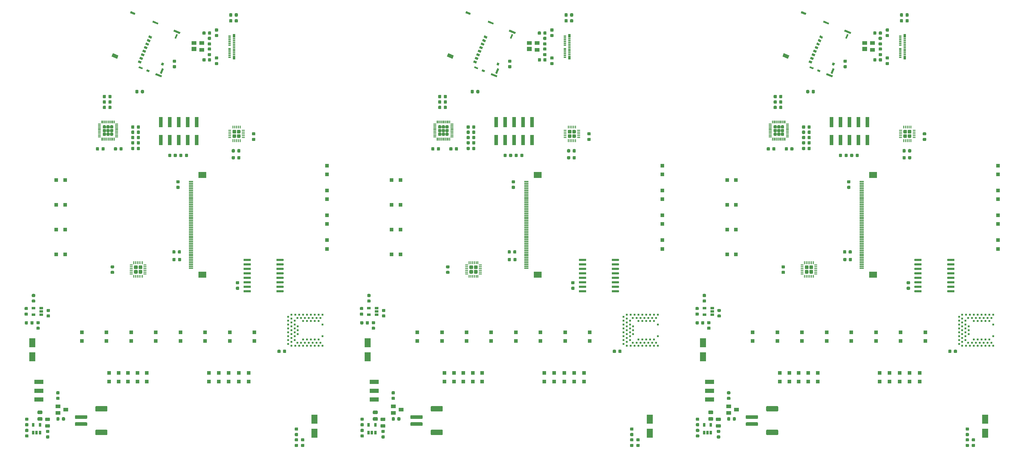
<source format=gbp>
%MOIN*%
%OFA0B0*%
%FSLAX46Y46*%
%IPPOS*%
%LPD*%
%ADD10C,0.0039370078740157488*%
%ADD11R,0.051181102362204731X0.011811023622047244*%
%ADD12R,0.086614173228346469X0.070866141732283464*%
%ADD13R,0.070866141732283464X0.0984251968503937*%
%ADD14R,0.0984251968503937X0.049212598425196853*%
%ADD15R,0.055118110236220472X0.03937007874015748*%
%ADD16R,0.055118110236220472X0.047244094488188976*%
%ADD17R,0.041732283464566935X0.025590551181102365*%
%ADD18R,0.025590551181102365X0.041732283464566935*%
%ADD19R,0.01968503937007874X0.01968503937007874*%
%ADD20R,0.027559055118110236X0.03937007874015748*%
%ADD21R,0.027559055118110236X0.011811023622047244*%
%ADD22R,0.03937007874015748X0.03937007874015748*%
%ADD23R,0.03937007874015748X0.11811023622047245*%
%ADD34C,0.0039370078740157488*%
%ADD35R,0.051181102362204731X0.011811023622047244*%
%ADD36R,0.086614173228346469X0.070866141732283464*%
%ADD37R,0.070866141732283464X0.0984251968503937*%
%ADD38R,0.0984251968503937X0.049212598425196853*%
%ADD39R,0.055118110236220472X0.03937007874015748*%
%ADD40R,0.055118110236220472X0.047244094488188976*%
%ADD41R,0.041732283464566935X0.025590551181102365*%
%ADD42R,0.025590551181102365X0.041732283464566935*%
%ADD43R,0.01968503937007874X0.01968503937007874*%
%ADD44R,0.027559055118110236X0.03937007874015748*%
%ADD45R,0.027559055118110236X0.011811023622047244*%
%ADD46R,0.03937007874015748X0.03937007874015748*%
%ADD47R,0.03937007874015748X0.11811023622047245*%
%ADD48C,0.0039370078740157488*%
%ADD49R,0.051181102362204731X0.011811023622047244*%
%ADD50R,0.086614173228346469X0.070866141732283464*%
%ADD51R,0.070866141732283464X0.0984251968503937*%
%ADD52R,0.0984251968503937X0.049212598425196853*%
%ADD53R,0.055118110236220472X0.03937007874015748*%
%ADD54R,0.055118110236220472X0.047244094488188976*%
%ADD55R,0.041732283464566935X0.025590551181102365*%
%ADD56R,0.025590551181102365X0.041732283464566935*%
%ADD57R,0.01968503937007874X0.01968503937007874*%
%ADD58R,0.027559055118110236X0.03937007874015748*%
%ADD59R,0.027559055118110236X0.011811023622047244*%
%ADD60R,0.03937007874015748X0.03937007874015748*%
%ADD61R,0.03937007874015748X0.11811023622047245*%
D10*
G36*
X0001527543Y0005165705D02*
G01*
X0001465934Y0005191857D01*
X0001481471Y0005228460D01*
X0001543080Y0005202308D01*
X0001527543Y0005165705D01*
G37*
G36*
X0001808406Y0005046486D02*
G01*
X0001766729Y0005064177D01*
X0001774728Y0005083022D01*
X0001816405Y0005065331D01*
X0001808406Y0005046486D01*
G37*
G36*
X0001882698Y0005014951D02*
G01*
X0001852981Y0005027565D01*
X0001860980Y0005046410D01*
X0001890697Y0005033796D01*
X0001882698Y0005014951D01*
G37*
G36*
X0002020412Y0004956495D02*
G01*
X0001953367Y0004984954D01*
X0001962135Y0005005611D01*
X0002029180Y0004977152D01*
X0002020412Y0004956495D01*
G37*
G36*
X0002024461Y0004996263D02*
G01*
X0002004529Y0005004724D01*
X0002028373Y0005060896D01*
X0002048305Y0005052436D01*
X0002024461Y0004996263D01*
G37*
G36*
X0002042030Y0005088032D02*
G01*
X0002016661Y0005098801D01*
X0002027430Y0005124169D01*
X0002052798Y0005113401D01*
X0002042030Y0005088032D01*
G37*
G36*
X0002183669Y0005388462D02*
G01*
X0002167361Y0005395384D01*
X0002187359Y0005442497D01*
X0002203667Y0005435575D01*
X0002183669Y0005388462D01*
G37*
G36*
X0002226084Y0005441029D02*
G01*
X0002155053Y0005471179D01*
X0002163821Y0005491836D01*
X0002234852Y0005461686D01*
X0002226084Y0005441029D01*
G37*
G36*
X0001980419Y0005547446D02*
G01*
X0001920622Y0005572828D01*
X0001928621Y0005591673D01*
X0001988418Y0005566291D01*
X0001980419Y0005547446D01*
G37*
G36*
X0001724155Y0005654085D02*
G01*
X0001671606Y0005676390D01*
X0001680375Y0005697047D01*
X0001732923Y0005674742D01*
X0001724155Y0005654085D01*
G37*
G36*
X0001790659Y0005110476D02*
G01*
X0001758043Y0005124321D01*
X0001767888Y0005147515D01*
X0001800504Y0005133670D01*
X0001790659Y0005110476D01*
G37*
G36*
X0001807580Y0005150340D02*
G01*
X0001774964Y0005164185D01*
X0001784809Y0005187379D01*
X0001817425Y0005173534D01*
X0001807580Y0005150340D01*
G37*
G36*
X0001824502Y0005190205D02*
G01*
X0001791885Y0005204049D01*
X0001801731Y0005227243D01*
X0001834347Y0005213398D01*
X0001824502Y0005190205D01*
G37*
G36*
X0001841423Y0005230069D02*
G01*
X0001808807Y0005243914D01*
X0001818652Y0005267108D01*
X0001851268Y0005253263D01*
X0001841423Y0005230069D01*
G37*
G36*
X0001858345Y0005269933D02*
G01*
X0001825728Y0005283778D01*
X0001835573Y0005306972D01*
X0001868190Y0005293127D01*
X0001858345Y0005269933D01*
G37*
G36*
X0001875266Y0005309798D02*
G01*
X0001842650Y0005323643D01*
X0001852495Y0005346836D01*
X0001885111Y0005332992D01*
X0001875266Y0005309798D01*
G37*
G36*
X0001892187Y0005349662D02*
G01*
X0001859571Y0005363507D01*
X0001869416Y0005386701D01*
X0001902033Y0005372856D01*
X0001892187Y0005349662D01*
G37*
G36*
X0001909109Y0005389526D02*
G01*
X0001876493Y0005403371D01*
X0001886338Y0005426565D01*
X0001918954Y0005412720D01*
X0001909109Y0005389526D01*
G37*
G36*
X0002170184Y0003027320D02*
G01*
X0002171020Y0003027196D01*
X0002171840Y0003026991D01*
X0002172636Y0003026706D01*
X0002173400Y0003026345D01*
X0002174125Y0003025910D01*
X0002174804Y0003025407D01*
X0002175430Y0003024839D01*
X0002175997Y0003024213D01*
X0002176501Y0003023534D01*
X0002176935Y0003022809D01*
X0002177297Y0003022045D01*
X0002177581Y0003021250D01*
X0002177787Y0003020430D01*
X0002177911Y0003019594D01*
X0002177952Y0003018750D01*
X0002177952Y0002998572D01*
X0002177911Y0002997728D01*
X0002177787Y0002996892D01*
X0002177581Y0002996072D01*
X0002177297Y0002995277D01*
X0002176935Y0002994513D01*
X0002176501Y0002993788D01*
X0002175997Y0002993109D01*
X0002175430Y0002992483D01*
X0002174804Y0002991915D01*
X0002174125Y0002991412D01*
X0002173400Y0002990977D01*
X0002172636Y0002990616D01*
X0002171840Y0002990331D01*
X0002171020Y0002990126D01*
X0002170184Y0002990002D01*
X0002169340Y0002989960D01*
X0002152116Y0002989960D01*
X0002151272Y0002990002D01*
X0002150435Y0002990126D01*
X0002149616Y0002990331D01*
X0002148820Y0002990616D01*
X0002148056Y0002990977D01*
X0002147331Y0002991412D01*
X0002146652Y0002991915D01*
X0002146026Y0002992483D01*
X0002145458Y0002993109D01*
X0002144955Y0002993788D01*
X0002144520Y0002994513D01*
X0002144159Y0002995277D01*
X0002143874Y0002996072D01*
X0002143669Y0002996892D01*
X0002143545Y0002997728D01*
X0002143503Y0002998572D01*
X0002143503Y0003018750D01*
X0002143545Y0003019594D01*
X0002143669Y0003020430D01*
X0002143874Y0003021250D01*
X0002144159Y0003022045D01*
X0002144520Y0003022809D01*
X0002144955Y0003023534D01*
X0002145458Y0003024213D01*
X0002146026Y0003024839D01*
X0002146652Y0003025407D01*
X0002147331Y0003025910D01*
X0002148056Y0003026345D01*
X0002148820Y0003026706D01*
X0002149616Y0003026991D01*
X0002150435Y0003027196D01*
X0002151272Y0003027320D01*
X0002152116Y0003027362D01*
X0002169340Y0003027362D01*
X0002170184Y0003027320D01*
G37*
G36*
X0002232192Y0003027320D02*
G01*
X0002233028Y0003027196D01*
X0002233848Y0003026991D01*
X0002234644Y0003026706D01*
X0002235408Y0003026345D01*
X0002236133Y0003025910D01*
X0002236811Y0003025407D01*
X0002237438Y0003024839D01*
X0002238005Y0003024213D01*
X0002238509Y0003023534D01*
X0002238943Y0003022809D01*
X0002239305Y0003022045D01*
X0002239589Y0003021250D01*
X0002239795Y0003020430D01*
X0002239919Y0003019594D01*
X0002239960Y0003018750D01*
X0002239960Y0002998572D01*
X0002239919Y0002997728D01*
X0002239795Y0002996892D01*
X0002239589Y0002996072D01*
X0002239305Y0002995277D01*
X0002238943Y0002994513D01*
X0002238509Y0002993788D01*
X0002238005Y0002993109D01*
X0002237438Y0002992483D01*
X0002236811Y0002991915D01*
X0002236133Y0002991412D01*
X0002235408Y0002990977D01*
X0002234644Y0002990616D01*
X0002233848Y0002990331D01*
X0002233028Y0002990126D01*
X0002232192Y0002990002D01*
X0002231348Y0002989960D01*
X0002214124Y0002989960D01*
X0002213279Y0002990002D01*
X0002212443Y0002990126D01*
X0002211624Y0002990331D01*
X0002210828Y0002990616D01*
X0002210064Y0002990977D01*
X0002209339Y0002991412D01*
X0002208660Y0002991915D01*
X0002208034Y0002992483D01*
X0002207466Y0002993109D01*
X0002206963Y0002993788D01*
X0002206528Y0002994513D01*
X0002206167Y0002995277D01*
X0002205882Y0002996072D01*
X0002205677Y0002996892D01*
X0002205553Y0002997728D01*
X0002205511Y0002998572D01*
X0002205511Y0003018750D01*
X0002205553Y0003019594D01*
X0002205677Y0003020430D01*
X0002205882Y0003021250D01*
X0002206167Y0003022045D01*
X0002206528Y0003022809D01*
X0002206963Y0003023534D01*
X0002207466Y0003024213D01*
X0002208034Y0003024839D01*
X0002208660Y0003025407D01*
X0002209339Y0003025910D01*
X0002210064Y0003026345D01*
X0002210828Y0003026706D01*
X0002211624Y0003026991D01*
X0002212443Y0003027196D01*
X0002213279Y0003027320D01*
X0002214124Y0003027362D01*
X0002231348Y0003027362D01*
X0002232192Y0003027320D01*
G37*
G36*
X0001395852Y0004341692D02*
G01*
X0001396787Y0004341409D01*
X0001397649Y0004340948D01*
X0001398404Y0004340328D01*
X0001402533Y0004336199D01*
X0001403153Y0004335444D01*
X0001403613Y0004334582D01*
X0001403897Y0004333648D01*
X0001403993Y0004332675D01*
X0001403993Y0004314305D01*
X0001403897Y0004313333D01*
X0001403613Y0004312398D01*
X0001403153Y0004311537D01*
X0001402533Y0004310781D01*
X0001398404Y0004306652D01*
X0001397649Y0004306033D01*
X0001396787Y0004305572D01*
X0001395852Y0004305289D01*
X0001394880Y0004305193D01*
X0001376510Y0004305193D01*
X0001375538Y0004305289D01*
X0001374603Y0004305572D01*
X0001373741Y0004306033D01*
X0001372986Y0004306652D01*
X0001368857Y0004310781D01*
X0001368237Y0004311537D01*
X0001367777Y0004312398D01*
X0001367493Y0004313333D01*
X0001367397Y0004314305D01*
X0001367397Y0004332675D01*
X0001367493Y0004333648D01*
X0001367777Y0004334582D01*
X0001368237Y0004335444D01*
X0001368857Y0004336199D01*
X0001372986Y0004340328D01*
X0001373741Y0004340948D01*
X0001374603Y0004341409D01*
X0001375538Y0004341692D01*
X0001376510Y0004341788D01*
X0001394880Y0004341788D01*
X0001395852Y0004341692D01*
G37*
G36*
X0001395852Y0004382375D02*
G01*
X0001396787Y0004382091D01*
X0001397649Y0004381630D01*
X0001398404Y0004381011D01*
X0001402533Y0004376882D01*
X0001403153Y0004376127D01*
X0001403613Y0004375265D01*
X0001403897Y0004374330D01*
X0001403993Y0004373358D01*
X0001403993Y0004354988D01*
X0001403897Y0004354016D01*
X0001403613Y0004353081D01*
X0001403153Y0004352219D01*
X0001402533Y0004351464D01*
X0001398404Y0004347335D01*
X0001397649Y0004346715D01*
X0001396787Y0004346255D01*
X0001395852Y0004345971D01*
X0001394880Y0004345875D01*
X0001376510Y0004345875D01*
X0001375538Y0004345971D01*
X0001374603Y0004346255D01*
X0001373741Y0004346715D01*
X0001372986Y0004347335D01*
X0001368857Y0004351464D01*
X0001368237Y0004352219D01*
X0001367777Y0004353081D01*
X0001367493Y0004354016D01*
X0001367397Y0004354988D01*
X0001367397Y0004373358D01*
X0001367493Y0004374330D01*
X0001367777Y0004375265D01*
X0001368237Y0004376127D01*
X0001368857Y0004376882D01*
X0001372986Y0004381011D01*
X0001373741Y0004381630D01*
X0001374603Y0004382091D01*
X0001375538Y0004382375D01*
X0001376510Y0004382470D01*
X0001394880Y0004382470D01*
X0001395852Y0004382375D01*
G37*
G36*
X0001395852Y0004423057D02*
G01*
X0001396787Y0004422773D01*
X0001397649Y0004422313D01*
X0001398404Y0004421693D01*
X0001402533Y0004417564D01*
X0001403153Y0004416809D01*
X0001403613Y0004415947D01*
X0001403897Y0004415012D01*
X0001403993Y0004414040D01*
X0001403993Y0004395670D01*
X0001403897Y0004394698D01*
X0001403613Y0004393763D01*
X0001403153Y0004392901D01*
X0001402533Y0004392146D01*
X0001398404Y0004388017D01*
X0001397649Y0004387397D01*
X0001396787Y0004386937D01*
X0001395852Y0004386653D01*
X0001394880Y0004386558D01*
X0001376510Y0004386558D01*
X0001375538Y0004386653D01*
X0001374603Y0004386937D01*
X0001373741Y0004387397D01*
X0001372986Y0004388017D01*
X0001368857Y0004392146D01*
X0001368237Y0004392901D01*
X0001367777Y0004393763D01*
X0001367493Y0004394698D01*
X0001367397Y0004395670D01*
X0001367397Y0004414040D01*
X0001367493Y0004415012D01*
X0001367777Y0004415947D01*
X0001368237Y0004416809D01*
X0001368857Y0004417564D01*
X0001372986Y0004421693D01*
X0001373741Y0004422313D01*
X0001374603Y0004422773D01*
X0001375538Y0004423057D01*
X0001376510Y0004423153D01*
X0001394880Y0004423153D01*
X0001395852Y0004423057D01*
G37*
G36*
X0001436535Y0004341692D02*
G01*
X0001437470Y0004341409D01*
X0001438331Y0004340948D01*
X0001439087Y0004340328D01*
X0001443215Y0004336199D01*
X0001443835Y0004335444D01*
X0001444296Y0004334582D01*
X0001444579Y0004333648D01*
X0001444675Y0004332675D01*
X0001444675Y0004314305D01*
X0001444579Y0004313333D01*
X0001444296Y0004312398D01*
X0001443835Y0004311537D01*
X0001443215Y0004310781D01*
X0001439087Y0004306652D01*
X0001438331Y0004306033D01*
X0001437470Y0004305572D01*
X0001436535Y0004305289D01*
X0001435562Y0004305193D01*
X0001417193Y0004305193D01*
X0001416220Y0004305289D01*
X0001415285Y0004305572D01*
X0001414424Y0004306033D01*
X0001413668Y0004306652D01*
X0001409540Y0004310781D01*
X0001408920Y0004311537D01*
X0001408459Y0004312398D01*
X0001408176Y0004313333D01*
X0001408080Y0004314305D01*
X0001408080Y0004332675D01*
X0001408176Y0004333648D01*
X0001408459Y0004334582D01*
X0001408920Y0004335444D01*
X0001409540Y0004336199D01*
X0001413668Y0004340328D01*
X0001414424Y0004340948D01*
X0001415285Y0004341409D01*
X0001416220Y0004341692D01*
X0001417193Y0004341788D01*
X0001435562Y0004341788D01*
X0001436535Y0004341692D01*
G37*
G36*
X0001436535Y0004382375D02*
G01*
X0001437470Y0004382091D01*
X0001438331Y0004381630D01*
X0001439087Y0004381011D01*
X0001443215Y0004376882D01*
X0001443835Y0004376127D01*
X0001444296Y0004375265D01*
X0001444579Y0004374330D01*
X0001444675Y0004373358D01*
X0001444675Y0004354988D01*
X0001444579Y0004354016D01*
X0001444296Y0004353081D01*
X0001443835Y0004352219D01*
X0001443215Y0004351464D01*
X0001439087Y0004347335D01*
X0001438331Y0004346715D01*
X0001437470Y0004346255D01*
X0001436535Y0004345971D01*
X0001435562Y0004345875D01*
X0001417193Y0004345875D01*
X0001416220Y0004345971D01*
X0001415285Y0004346255D01*
X0001414424Y0004346715D01*
X0001413668Y0004347335D01*
X0001409540Y0004351464D01*
X0001408920Y0004352219D01*
X0001408459Y0004353081D01*
X0001408176Y0004354016D01*
X0001408080Y0004354988D01*
X0001408080Y0004373358D01*
X0001408176Y0004374330D01*
X0001408459Y0004375265D01*
X0001408920Y0004376127D01*
X0001409540Y0004376882D01*
X0001413668Y0004381011D01*
X0001414424Y0004381630D01*
X0001415285Y0004382091D01*
X0001416220Y0004382375D01*
X0001417193Y0004382470D01*
X0001435562Y0004382470D01*
X0001436535Y0004382375D01*
G37*
G36*
X0001436535Y0004423057D02*
G01*
X0001437470Y0004422773D01*
X0001438331Y0004422313D01*
X0001439087Y0004421693D01*
X0001443215Y0004417564D01*
X0001443835Y0004416809D01*
X0001444296Y0004415947D01*
X0001444579Y0004415012D01*
X0001444675Y0004414040D01*
X0001444675Y0004395670D01*
X0001444579Y0004394698D01*
X0001444296Y0004393763D01*
X0001443835Y0004392901D01*
X0001443215Y0004392146D01*
X0001439087Y0004388017D01*
X0001438331Y0004387397D01*
X0001437470Y0004386937D01*
X0001436535Y0004386653D01*
X0001435562Y0004386558D01*
X0001417193Y0004386558D01*
X0001416220Y0004386653D01*
X0001415285Y0004386937D01*
X0001414424Y0004387397D01*
X0001413668Y0004388017D01*
X0001409540Y0004392146D01*
X0001408920Y0004392901D01*
X0001408459Y0004393763D01*
X0001408176Y0004394698D01*
X0001408080Y0004395670D01*
X0001408080Y0004414040D01*
X0001408176Y0004415012D01*
X0001408459Y0004415947D01*
X0001408920Y0004416809D01*
X0001409540Y0004417564D01*
X0001413668Y0004421693D01*
X0001414424Y0004422313D01*
X0001415285Y0004422773D01*
X0001416220Y0004423057D01*
X0001417193Y0004423153D01*
X0001435562Y0004423153D01*
X0001436535Y0004423057D01*
G37*
G36*
X0001477217Y0004341692D02*
G01*
X0001478152Y0004341409D01*
X0001479014Y0004340948D01*
X0001479769Y0004340328D01*
X0001483898Y0004336199D01*
X0001484517Y0004335444D01*
X0001484978Y0004334582D01*
X0001485262Y0004333648D01*
X0001485357Y0004332675D01*
X0001485357Y0004314305D01*
X0001485262Y0004313333D01*
X0001484978Y0004312398D01*
X0001484517Y0004311537D01*
X0001483898Y0004310781D01*
X0001479769Y0004306652D01*
X0001479014Y0004306033D01*
X0001478152Y0004305572D01*
X0001477217Y0004305289D01*
X0001476245Y0004305193D01*
X0001457875Y0004305193D01*
X0001456903Y0004305289D01*
X0001455968Y0004305572D01*
X0001455106Y0004306033D01*
X0001454351Y0004306652D01*
X0001450222Y0004310781D01*
X0001449602Y0004311537D01*
X0001449142Y0004312398D01*
X0001448858Y0004313333D01*
X0001448762Y0004314305D01*
X0001448762Y0004332675D01*
X0001448858Y0004333648D01*
X0001449142Y0004334582D01*
X0001449602Y0004335444D01*
X0001450222Y0004336199D01*
X0001454351Y0004340328D01*
X0001455106Y0004340948D01*
X0001455968Y0004341409D01*
X0001456903Y0004341692D01*
X0001457875Y0004341788D01*
X0001476245Y0004341788D01*
X0001477217Y0004341692D01*
G37*
G36*
X0001477217Y0004382375D02*
G01*
X0001478152Y0004382091D01*
X0001479014Y0004381630D01*
X0001479769Y0004381011D01*
X0001483898Y0004376882D01*
X0001484517Y0004376127D01*
X0001484978Y0004375265D01*
X0001485262Y0004374330D01*
X0001485357Y0004373358D01*
X0001485357Y0004354988D01*
X0001485262Y0004354016D01*
X0001484978Y0004353081D01*
X0001484517Y0004352219D01*
X0001483898Y0004351464D01*
X0001479769Y0004347335D01*
X0001479014Y0004346715D01*
X0001478152Y0004346255D01*
X0001477217Y0004345971D01*
X0001476245Y0004345875D01*
X0001457875Y0004345875D01*
X0001456903Y0004345971D01*
X0001455968Y0004346255D01*
X0001455106Y0004346715D01*
X0001454351Y0004347335D01*
X0001450222Y0004351464D01*
X0001449602Y0004352219D01*
X0001449142Y0004353081D01*
X0001448858Y0004354016D01*
X0001448762Y0004354988D01*
X0001448762Y0004373358D01*
X0001448858Y0004374330D01*
X0001449142Y0004375265D01*
X0001449602Y0004376127D01*
X0001450222Y0004376882D01*
X0001454351Y0004381011D01*
X0001455106Y0004381630D01*
X0001455968Y0004382091D01*
X0001456903Y0004382375D01*
X0001457875Y0004382470D01*
X0001476245Y0004382470D01*
X0001477217Y0004382375D01*
G37*
G36*
X0001477217Y0004423057D02*
G01*
X0001478152Y0004422773D01*
X0001479014Y0004422313D01*
X0001479769Y0004421693D01*
X0001483898Y0004417564D01*
X0001484517Y0004416809D01*
X0001484978Y0004415947D01*
X0001485262Y0004415012D01*
X0001485357Y0004414040D01*
X0001485357Y0004395670D01*
X0001485262Y0004394698D01*
X0001484978Y0004393763D01*
X0001484517Y0004392901D01*
X0001483898Y0004392146D01*
X0001479769Y0004388017D01*
X0001479014Y0004387397D01*
X0001478152Y0004386937D01*
X0001477217Y0004386653D01*
X0001476245Y0004386558D01*
X0001457875Y0004386558D01*
X0001456903Y0004386653D01*
X0001455968Y0004386937D01*
X0001455106Y0004387397D01*
X0001454351Y0004388017D01*
X0001450222Y0004392146D01*
X0001449602Y0004392901D01*
X0001449142Y0004393763D01*
X0001448858Y0004394698D01*
X0001448762Y0004395670D01*
X0001448762Y0004414040D01*
X0001448858Y0004415012D01*
X0001449142Y0004415947D01*
X0001449602Y0004416809D01*
X0001450222Y0004417564D01*
X0001454351Y0004421693D01*
X0001455106Y0004422313D01*
X0001455968Y0004422773D01*
X0001456903Y0004423057D01*
X0001457875Y0004423153D01*
X0001476245Y0004423153D01*
X0001477217Y0004423057D01*
G37*
G36*
X0001344434Y0004298216D02*
G01*
X0001344672Y0004298181D01*
X0001344907Y0004298122D01*
X0001345134Y0004298041D01*
X0001345352Y0004297937D01*
X0001345559Y0004297813D01*
X0001345753Y0004297669D01*
X0001345932Y0004297507D01*
X0001346095Y0004297328D01*
X0001346238Y0004297134D01*
X0001346362Y0004296927D01*
X0001346466Y0004296709D01*
X0001346547Y0004296482D01*
X0001346606Y0004296247D01*
X0001346641Y0004296008D01*
X0001346653Y0004295767D01*
X0001346653Y0004290846D01*
X0001346641Y0004290605D01*
X0001346606Y0004290366D01*
X0001346547Y0004290132D01*
X0001346466Y0004289904D01*
X0001346362Y0004289686D01*
X0001346238Y0004289479D01*
X0001346095Y0004289285D01*
X0001345932Y0004289106D01*
X0001345753Y0004288944D01*
X0001345559Y0004288800D01*
X0001345352Y0004288676D01*
X0001345134Y0004288573D01*
X0001344907Y0004288491D01*
X0001344672Y0004288433D01*
X0001344434Y0004288397D01*
X0001344192Y0004288385D01*
X0001316633Y0004288385D01*
X0001316392Y0004288397D01*
X0001316153Y0004288433D01*
X0001315919Y0004288491D01*
X0001315692Y0004288573D01*
X0001315473Y0004288676D01*
X0001315266Y0004288800D01*
X0001315072Y0004288944D01*
X0001314893Y0004289106D01*
X0001314731Y0004289285D01*
X0001314587Y0004289479D01*
X0001314463Y0004289686D01*
X0001314360Y0004289904D01*
X0001314279Y0004290132D01*
X0001314220Y0004290366D01*
X0001314185Y0004290605D01*
X0001314173Y0004290846D01*
X0001314173Y0004295767D01*
X0001314185Y0004296008D01*
X0001314220Y0004296247D01*
X0001314279Y0004296482D01*
X0001314360Y0004296709D01*
X0001314463Y0004296927D01*
X0001314587Y0004297134D01*
X0001314731Y0004297328D01*
X0001314893Y0004297507D01*
X0001315072Y0004297669D01*
X0001315266Y0004297813D01*
X0001315473Y0004297937D01*
X0001315692Y0004298041D01*
X0001315919Y0004298122D01*
X0001316153Y0004298181D01*
X0001316392Y0004298216D01*
X0001316633Y0004298228D01*
X0001344192Y0004298228D01*
X0001344434Y0004298216D01*
G37*
G36*
X0001344434Y0004313964D02*
G01*
X0001344672Y0004313929D01*
X0001344907Y0004313870D01*
X0001345134Y0004313789D01*
X0001345352Y0004313685D01*
X0001345559Y0004313561D01*
X0001345753Y0004313417D01*
X0001345932Y0004313255D01*
X0001346095Y0004313076D01*
X0001346238Y0004312882D01*
X0001346362Y0004312675D01*
X0001346466Y0004312457D01*
X0001346547Y0004312230D01*
X0001346606Y0004311995D01*
X0001346641Y0004311756D01*
X0001346653Y0004311515D01*
X0001346653Y0004306594D01*
X0001346641Y0004306353D01*
X0001346606Y0004306114D01*
X0001346547Y0004305880D01*
X0001346466Y0004305652D01*
X0001346362Y0004305434D01*
X0001346238Y0004305227D01*
X0001346095Y0004305033D01*
X0001345932Y0004304854D01*
X0001345753Y0004304692D01*
X0001345559Y0004304548D01*
X0001345352Y0004304424D01*
X0001345134Y0004304321D01*
X0001344907Y0004304239D01*
X0001344672Y0004304181D01*
X0001344434Y0004304145D01*
X0001344192Y0004304133D01*
X0001316633Y0004304133D01*
X0001316392Y0004304145D01*
X0001316153Y0004304181D01*
X0001315919Y0004304239D01*
X0001315692Y0004304321D01*
X0001315473Y0004304424D01*
X0001315266Y0004304548D01*
X0001315072Y0004304692D01*
X0001314893Y0004304854D01*
X0001314731Y0004305033D01*
X0001314587Y0004305227D01*
X0001314463Y0004305434D01*
X0001314360Y0004305652D01*
X0001314279Y0004305880D01*
X0001314220Y0004306114D01*
X0001314185Y0004306353D01*
X0001314173Y0004306594D01*
X0001314173Y0004311515D01*
X0001314185Y0004311756D01*
X0001314220Y0004311995D01*
X0001314279Y0004312230D01*
X0001314360Y0004312457D01*
X0001314463Y0004312675D01*
X0001314587Y0004312882D01*
X0001314731Y0004313076D01*
X0001314893Y0004313255D01*
X0001315072Y0004313417D01*
X0001315266Y0004313561D01*
X0001315473Y0004313685D01*
X0001315692Y0004313789D01*
X0001315919Y0004313870D01*
X0001316153Y0004313929D01*
X0001316392Y0004313964D01*
X0001316633Y0004313976D01*
X0001344192Y0004313976D01*
X0001344434Y0004313964D01*
G37*
G36*
X0001344434Y0004329712D02*
G01*
X0001344672Y0004329677D01*
X0001344907Y0004329618D01*
X0001345134Y0004329537D01*
X0001345352Y0004329433D01*
X0001345559Y0004329309D01*
X0001345753Y0004329165D01*
X0001345932Y0004329003D01*
X0001346095Y0004328824D01*
X0001346238Y0004328630D01*
X0001346362Y0004328423D01*
X0001346466Y0004328205D01*
X0001346547Y0004327978D01*
X0001346606Y0004327743D01*
X0001346641Y0004327504D01*
X0001346653Y0004327263D01*
X0001346653Y0004322342D01*
X0001346641Y0004322101D01*
X0001346606Y0004321862D01*
X0001346547Y0004321628D01*
X0001346466Y0004321400D01*
X0001346362Y0004321182D01*
X0001346238Y0004320975D01*
X0001346095Y0004320781D01*
X0001345932Y0004320602D01*
X0001345753Y0004320440D01*
X0001345559Y0004320296D01*
X0001345352Y0004320172D01*
X0001345134Y0004320069D01*
X0001344907Y0004319987D01*
X0001344672Y0004319929D01*
X0001344434Y0004319893D01*
X0001344192Y0004319881D01*
X0001316633Y0004319881D01*
X0001316392Y0004319893D01*
X0001316153Y0004319929D01*
X0001315919Y0004319987D01*
X0001315692Y0004320069D01*
X0001315473Y0004320172D01*
X0001315266Y0004320296D01*
X0001315072Y0004320440D01*
X0001314893Y0004320602D01*
X0001314731Y0004320781D01*
X0001314587Y0004320975D01*
X0001314463Y0004321182D01*
X0001314360Y0004321400D01*
X0001314279Y0004321628D01*
X0001314220Y0004321862D01*
X0001314185Y0004322101D01*
X0001314173Y0004322342D01*
X0001314173Y0004327263D01*
X0001314185Y0004327504D01*
X0001314220Y0004327743D01*
X0001314279Y0004327978D01*
X0001314360Y0004328205D01*
X0001314463Y0004328423D01*
X0001314587Y0004328630D01*
X0001314731Y0004328824D01*
X0001314893Y0004329003D01*
X0001315072Y0004329165D01*
X0001315266Y0004329309D01*
X0001315473Y0004329433D01*
X0001315692Y0004329537D01*
X0001315919Y0004329618D01*
X0001316153Y0004329677D01*
X0001316392Y0004329712D01*
X0001316633Y0004329724D01*
X0001344192Y0004329724D01*
X0001344434Y0004329712D01*
G37*
G36*
X0001344434Y0004345460D02*
G01*
X0001344672Y0004345425D01*
X0001344907Y0004345366D01*
X0001345134Y0004345285D01*
X0001345352Y0004345181D01*
X0001345559Y0004345057D01*
X0001345753Y0004344913D01*
X0001345932Y0004344751D01*
X0001346095Y0004344572D01*
X0001346238Y0004344378D01*
X0001346362Y0004344171D01*
X0001346466Y0004343953D01*
X0001346547Y0004343726D01*
X0001346606Y0004343491D01*
X0001346641Y0004343252D01*
X0001346653Y0004343011D01*
X0001346653Y0004338090D01*
X0001346641Y0004337849D01*
X0001346606Y0004337610D01*
X0001346547Y0004337376D01*
X0001346466Y0004337148D01*
X0001346362Y0004336930D01*
X0001346238Y0004336723D01*
X0001346095Y0004336529D01*
X0001345932Y0004336350D01*
X0001345753Y0004336188D01*
X0001345559Y0004336044D01*
X0001345352Y0004335920D01*
X0001345134Y0004335817D01*
X0001344907Y0004335735D01*
X0001344672Y0004335677D01*
X0001344434Y0004335641D01*
X0001344192Y0004335629D01*
X0001316633Y0004335629D01*
X0001316392Y0004335641D01*
X0001316153Y0004335677D01*
X0001315919Y0004335735D01*
X0001315692Y0004335817D01*
X0001315473Y0004335920D01*
X0001315266Y0004336044D01*
X0001315072Y0004336188D01*
X0001314893Y0004336350D01*
X0001314731Y0004336529D01*
X0001314587Y0004336723D01*
X0001314463Y0004336930D01*
X0001314360Y0004337148D01*
X0001314279Y0004337376D01*
X0001314220Y0004337610D01*
X0001314185Y0004337849D01*
X0001314173Y0004338090D01*
X0001314173Y0004343011D01*
X0001314185Y0004343252D01*
X0001314220Y0004343491D01*
X0001314279Y0004343726D01*
X0001314360Y0004343953D01*
X0001314463Y0004344171D01*
X0001314587Y0004344378D01*
X0001314731Y0004344572D01*
X0001314893Y0004344751D01*
X0001315072Y0004344913D01*
X0001315266Y0004345057D01*
X0001315473Y0004345181D01*
X0001315692Y0004345285D01*
X0001315919Y0004345366D01*
X0001316153Y0004345425D01*
X0001316392Y0004345460D01*
X0001316633Y0004345472D01*
X0001344192Y0004345472D01*
X0001344434Y0004345460D01*
G37*
G36*
X0001344434Y0004361208D02*
G01*
X0001344672Y0004361173D01*
X0001344907Y0004361114D01*
X0001345134Y0004361033D01*
X0001345352Y0004360929D01*
X0001345559Y0004360805D01*
X0001345753Y0004360661D01*
X0001345932Y0004360499D01*
X0001346095Y0004360320D01*
X0001346238Y0004360126D01*
X0001346362Y0004359919D01*
X0001346466Y0004359701D01*
X0001346547Y0004359474D01*
X0001346606Y0004359239D01*
X0001346641Y0004359001D01*
X0001346653Y0004358759D01*
X0001346653Y0004353838D01*
X0001346641Y0004353597D01*
X0001346606Y0004353358D01*
X0001346547Y0004353124D01*
X0001346466Y0004352896D01*
X0001346362Y0004352678D01*
X0001346238Y0004352471D01*
X0001346095Y0004352277D01*
X0001345932Y0004352098D01*
X0001345753Y0004351936D01*
X0001345559Y0004351792D01*
X0001345352Y0004351668D01*
X0001345134Y0004351565D01*
X0001344907Y0004351483D01*
X0001344672Y0004351425D01*
X0001344434Y0004351389D01*
X0001344192Y0004351377D01*
X0001316633Y0004351377D01*
X0001316392Y0004351389D01*
X0001316153Y0004351425D01*
X0001315919Y0004351483D01*
X0001315692Y0004351565D01*
X0001315473Y0004351668D01*
X0001315266Y0004351792D01*
X0001315072Y0004351936D01*
X0001314893Y0004352098D01*
X0001314731Y0004352277D01*
X0001314587Y0004352471D01*
X0001314463Y0004352678D01*
X0001314360Y0004352896D01*
X0001314279Y0004353124D01*
X0001314220Y0004353358D01*
X0001314185Y0004353597D01*
X0001314173Y0004353838D01*
X0001314173Y0004358759D01*
X0001314185Y0004359001D01*
X0001314220Y0004359239D01*
X0001314279Y0004359474D01*
X0001314360Y0004359701D01*
X0001314463Y0004359919D01*
X0001314587Y0004360126D01*
X0001314731Y0004360320D01*
X0001314893Y0004360499D01*
X0001315072Y0004360661D01*
X0001315266Y0004360805D01*
X0001315473Y0004360929D01*
X0001315692Y0004361033D01*
X0001315919Y0004361114D01*
X0001316153Y0004361173D01*
X0001316392Y0004361208D01*
X0001316633Y0004361220D01*
X0001344192Y0004361220D01*
X0001344434Y0004361208D01*
G37*
G36*
X0001344434Y0004376956D02*
G01*
X0001344672Y0004376921D01*
X0001344907Y0004376862D01*
X0001345134Y0004376781D01*
X0001345352Y0004376677D01*
X0001345559Y0004376553D01*
X0001345753Y0004376409D01*
X0001345932Y0004376247D01*
X0001346095Y0004376068D01*
X0001346238Y0004375874D01*
X0001346362Y0004375667D01*
X0001346466Y0004375449D01*
X0001346547Y0004375222D01*
X0001346606Y0004374987D01*
X0001346641Y0004374749D01*
X0001346653Y0004374507D01*
X0001346653Y0004369586D01*
X0001346641Y0004369345D01*
X0001346606Y0004369106D01*
X0001346547Y0004368872D01*
X0001346466Y0004368644D01*
X0001346362Y0004368426D01*
X0001346238Y0004368219D01*
X0001346095Y0004368025D01*
X0001345932Y0004367846D01*
X0001345753Y0004367684D01*
X0001345559Y0004367540D01*
X0001345352Y0004367416D01*
X0001345134Y0004367313D01*
X0001344907Y0004367231D01*
X0001344672Y0004367173D01*
X0001344434Y0004367137D01*
X0001344192Y0004367125D01*
X0001316633Y0004367125D01*
X0001316392Y0004367137D01*
X0001316153Y0004367173D01*
X0001315919Y0004367231D01*
X0001315692Y0004367313D01*
X0001315473Y0004367416D01*
X0001315266Y0004367540D01*
X0001315072Y0004367684D01*
X0001314893Y0004367846D01*
X0001314731Y0004368025D01*
X0001314587Y0004368219D01*
X0001314463Y0004368426D01*
X0001314360Y0004368644D01*
X0001314279Y0004368872D01*
X0001314220Y0004369106D01*
X0001314185Y0004369345D01*
X0001314173Y0004369586D01*
X0001314173Y0004374507D01*
X0001314185Y0004374749D01*
X0001314220Y0004374987D01*
X0001314279Y0004375222D01*
X0001314360Y0004375449D01*
X0001314463Y0004375667D01*
X0001314587Y0004375874D01*
X0001314731Y0004376068D01*
X0001314893Y0004376247D01*
X0001315072Y0004376409D01*
X0001315266Y0004376553D01*
X0001315473Y0004376677D01*
X0001315692Y0004376781D01*
X0001315919Y0004376862D01*
X0001316153Y0004376921D01*
X0001316392Y0004376956D01*
X0001316633Y0004376968D01*
X0001344192Y0004376968D01*
X0001344434Y0004376956D01*
G37*
G36*
X0001344434Y0004392704D02*
G01*
X0001344672Y0004392669D01*
X0001344907Y0004392610D01*
X0001345134Y0004392529D01*
X0001345352Y0004392425D01*
X0001345559Y0004392301D01*
X0001345753Y0004392157D01*
X0001345932Y0004391995D01*
X0001346095Y0004391816D01*
X0001346238Y0004391622D01*
X0001346362Y0004391415D01*
X0001346466Y0004391197D01*
X0001346547Y0004390970D01*
X0001346606Y0004390735D01*
X0001346641Y0004390497D01*
X0001346653Y0004390255D01*
X0001346653Y0004385334D01*
X0001346641Y0004385093D01*
X0001346606Y0004384854D01*
X0001346547Y0004384620D01*
X0001346466Y0004384392D01*
X0001346362Y0004384174D01*
X0001346238Y0004383967D01*
X0001346095Y0004383773D01*
X0001345932Y0004383594D01*
X0001345753Y0004383432D01*
X0001345559Y0004383288D01*
X0001345352Y0004383164D01*
X0001345134Y0004383061D01*
X0001344907Y0004382979D01*
X0001344672Y0004382921D01*
X0001344434Y0004382885D01*
X0001344192Y0004382874D01*
X0001316633Y0004382874D01*
X0001316392Y0004382885D01*
X0001316153Y0004382921D01*
X0001315919Y0004382979D01*
X0001315692Y0004383061D01*
X0001315473Y0004383164D01*
X0001315266Y0004383288D01*
X0001315072Y0004383432D01*
X0001314893Y0004383594D01*
X0001314731Y0004383773D01*
X0001314587Y0004383967D01*
X0001314463Y0004384174D01*
X0001314360Y0004384392D01*
X0001314279Y0004384620D01*
X0001314220Y0004384854D01*
X0001314185Y0004385093D01*
X0001314173Y0004385334D01*
X0001314173Y0004390255D01*
X0001314185Y0004390497D01*
X0001314220Y0004390735D01*
X0001314279Y0004390970D01*
X0001314360Y0004391197D01*
X0001314463Y0004391415D01*
X0001314587Y0004391622D01*
X0001314731Y0004391816D01*
X0001314893Y0004391995D01*
X0001315072Y0004392157D01*
X0001315266Y0004392301D01*
X0001315473Y0004392425D01*
X0001315692Y0004392529D01*
X0001315919Y0004392610D01*
X0001316153Y0004392669D01*
X0001316392Y0004392704D01*
X0001316633Y0004392716D01*
X0001344192Y0004392716D01*
X0001344434Y0004392704D01*
G37*
G36*
X0001344434Y0004408452D02*
G01*
X0001344672Y0004408417D01*
X0001344907Y0004408358D01*
X0001345134Y0004408277D01*
X0001345352Y0004408174D01*
X0001345559Y0004408049D01*
X0001345753Y0004407906D01*
X0001345932Y0004407743D01*
X0001346095Y0004407564D01*
X0001346238Y0004407370D01*
X0001346362Y0004407163D01*
X0001346466Y0004406945D01*
X0001346547Y0004406718D01*
X0001346606Y0004406483D01*
X0001346641Y0004406245D01*
X0001346653Y0004406003D01*
X0001346653Y0004401082D01*
X0001346641Y0004400841D01*
X0001346606Y0004400602D01*
X0001346547Y0004400368D01*
X0001346466Y0004400141D01*
X0001346362Y0004399922D01*
X0001346238Y0004399715D01*
X0001346095Y0004399521D01*
X0001345932Y0004399342D01*
X0001345753Y0004399180D01*
X0001345559Y0004399036D01*
X0001345352Y0004398912D01*
X0001345134Y0004398809D01*
X0001344907Y0004398727D01*
X0001344672Y0004398669D01*
X0001344434Y0004398633D01*
X0001344192Y0004398622D01*
X0001316633Y0004398622D01*
X0001316392Y0004398633D01*
X0001316153Y0004398669D01*
X0001315919Y0004398727D01*
X0001315692Y0004398809D01*
X0001315473Y0004398912D01*
X0001315266Y0004399036D01*
X0001315072Y0004399180D01*
X0001314893Y0004399342D01*
X0001314731Y0004399521D01*
X0001314587Y0004399715D01*
X0001314463Y0004399922D01*
X0001314360Y0004400141D01*
X0001314279Y0004400368D01*
X0001314220Y0004400602D01*
X0001314185Y0004400841D01*
X0001314173Y0004401082D01*
X0001314173Y0004406003D01*
X0001314185Y0004406245D01*
X0001314220Y0004406483D01*
X0001314279Y0004406718D01*
X0001314360Y0004406945D01*
X0001314463Y0004407163D01*
X0001314587Y0004407370D01*
X0001314731Y0004407564D01*
X0001314893Y0004407743D01*
X0001315072Y0004407906D01*
X0001315266Y0004408049D01*
X0001315473Y0004408174D01*
X0001315692Y0004408277D01*
X0001315919Y0004408358D01*
X0001316153Y0004408417D01*
X0001316392Y0004408452D01*
X0001316633Y0004408464D01*
X0001344192Y0004408464D01*
X0001344434Y0004408452D01*
G37*
G36*
X0001344434Y0004424200D02*
G01*
X0001344672Y0004424165D01*
X0001344907Y0004424106D01*
X0001345134Y0004424025D01*
X0001345352Y0004423922D01*
X0001345559Y0004423797D01*
X0001345753Y0004423654D01*
X0001345932Y0004423491D01*
X0001346095Y0004423312D01*
X0001346238Y0004423119D01*
X0001346362Y0004422911D01*
X0001346466Y0004422693D01*
X0001346547Y0004422466D01*
X0001346606Y0004422232D01*
X0001346641Y0004421993D01*
X0001346653Y0004421751D01*
X0001346653Y0004416830D01*
X0001346641Y0004416589D01*
X0001346606Y0004416350D01*
X0001346547Y0004416116D01*
X0001346466Y0004415889D01*
X0001346362Y0004415670D01*
X0001346238Y0004415463D01*
X0001346095Y0004415269D01*
X0001345932Y0004415090D01*
X0001345753Y0004414928D01*
X0001345559Y0004414784D01*
X0001345352Y0004414660D01*
X0001345134Y0004414557D01*
X0001344907Y0004414476D01*
X0001344672Y0004414417D01*
X0001344434Y0004414381D01*
X0001344192Y0004414370D01*
X0001316633Y0004414370D01*
X0001316392Y0004414381D01*
X0001316153Y0004414417D01*
X0001315919Y0004414476D01*
X0001315692Y0004414557D01*
X0001315473Y0004414660D01*
X0001315266Y0004414784D01*
X0001315072Y0004414928D01*
X0001314893Y0004415090D01*
X0001314731Y0004415269D01*
X0001314587Y0004415463D01*
X0001314463Y0004415670D01*
X0001314360Y0004415889D01*
X0001314279Y0004416116D01*
X0001314220Y0004416350D01*
X0001314185Y0004416589D01*
X0001314173Y0004416830D01*
X0001314173Y0004421751D01*
X0001314185Y0004421993D01*
X0001314220Y0004422232D01*
X0001314279Y0004422466D01*
X0001314360Y0004422693D01*
X0001314463Y0004422911D01*
X0001314587Y0004423119D01*
X0001314731Y0004423312D01*
X0001314893Y0004423491D01*
X0001315072Y0004423654D01*
X0001315266Y0004423797D01*
X0001315473Y0004423922D01*
X0001315692Y0004424025D01*
X0001315919Y0004424106D01*
X0001316153Y0004424165D01*
X0001316392Y0004424200D01*
X0001316633Y0004424212D01*
X0001344192Y0004424212D01*
X0001344434Y0004424200D01*
G37*
G36*
X0001344434Y0004439948D02*
G01*
X0001344672Y0004439913D01*
X0001344907Y0004439854D01*
X0001345134Y0004439773D01*
X0001345352Y0004439670D01*
X0001345559Y0004439545D01*
X0001345753Y0004439402D01*
X0001345932Y0004439239D01*
X0001346095Y0004439061D01*
X0001346238Y0004438867D01*
X0001346362Y0004438659D01*
X0001346466Y0004438441D01*
X0001346547Y0004438214D01*
X0001346606Y0004437980D01*
X0001346641Y0004437741D01*
X0001346653Y0004437500D01*
X0001346653Y0004432578D01*
X0001346641Y0004432337D01*
X0001346606Y0004432098D01*
X0001346547Y0004431864D01*
X0001346466Y0004431637D01*
X0001346362Y0004431418D01*
X0001346238Y0004431211D01*
X0001346095Y0004431017D01*
X0001345932Y0004430838D01*
X0001345753Y0004430676D01*
X0001345559Y0004430532D01*
X0001345352Y0004430408D01*
X0001345134Y0004430305D01*
X0001344907Y0004430224D01*
X0001344672Y0004430165D01*
X0001344434Y0004430129D01*
X0001344192Y0004430118D01*
X0001316633Y0004430118D01*
X0001316392Y0004430129D01*
X0001316153Y0004430165D01*
X0001315919Y0004430224D01*
X0001315692Y0004430305D01*
X0001315473Y0004430408D01*
X0001315266Y0004430532D01*
X0001315072Y0004430676D01*
X0001314893Y0004430838D01*
X0001314731Y0004431017D01*
X0001314587Y0004431211D01*
X0001314463Y0004431418D01*
X0001314360Y0004431637D01*
X0001314279Y0004431864D01*
X0001314220Y0004432098D01*
X0001314185Y0004432337D01*
X0001314173Y0004432578D01*
X0001314173Y0004437500D01*
X0001314185Y0004437741D01*
X0001314220Y0004437980D01*
X0001314279Y0004438214D01*
X0001314360Y0004438441D01*
X0001314463Y0004438659D01*
X0001314587Y0004438867D01*
X0001314731Y0004439061D01*
X0001314893Y0004439239D01*
X0001315072Y0004439402D01*
X0001315266Y0004439545D01*
X0001315473Y0004439670D01*
X0001315692Y0004439773D01*
X0001315919Y0004439854D01*
X0001316153Y0004439913D01*
X0001316392Y0004439948D01*
X0001316633Y0004439960D01*
X0001344192Y0004439960D01*
X0001344434Y0004439948D01*
G37*
G36*
X0001358213Y0004476366D02*
G01*
X0001358452Y0004476330D01*
X0001358686Y0004476272D01*
X0001358914Y0004476190D01*
X0001359132Y0004476087D01*
X0001359339Y0004475963D01*
X0001359533Y0004475819D01*
X0001359712Y0004475657D01*
X0001359874Y0004475478D01*
X0001360018Y0004475284D01*
X0001360142Y0004475077D01*
X0001360245Y0004474858D01*
X0001360327Y0004474631D01*
X0001360385Y0004474397D01*
X0001360421Y0004474158D01*
X0001360433Y0004473917D01*
X0001360433Y0004446358D01*
X0001360421Y0004446117D01*
X0001360385Y0004445878D01*
X0001360327Y0004445643D01*
X0001360245Y0004445416D01*
X0001360142Y0004445198D01*
X0001360018Y0004444991D01*
X0001359874Y0004444797D01*
X0001359712Y0004444618D01*
X0001359533Y0004444456D01*
X0001359339Y0004444312D01*
X0001359132Y0004444188D01*
X0001358914Y0004444084D01*
X0001358686Y0004444003D01*
X0001358452Y0004443944D01*
X0001358213Y0004443909D01*
X0001357972Y0004443897D01*
X0001353051Y0004443897D01*
X0001352810Y0004443909D01*
X0001352571Y0004443944D01*
X0001352336Y0004444003D01*
X0001352109Y0004444084D01*
X0001351891Y0004444188D01*
X0001351684Y0004444312D01*
X0001351490Y0004444456D01*
X0001351311Y0004444618D01*
X0001351149Y0004444797D01*
X0001351005Y0004444991D01*
X0001350881Y0004445198D01*
X0001350777Y0004445416D01*
X0001350696Y0004445643D01*
X0001350637Y0004445878D01*
X0001350602Y0004446117D01*
X0001350590Y0004446358D01*
X0001350590Y0004473917D01*
X0001350602Y0004474158D01*
X0001350637Y0004474397D01*
X0001350696Y0004474631D01*
X0001350777Y0004474858D01*
X0001350881Y0004475077D01*
X0001351005Y0004475284D01*
X0001351149Y0004475478D01*
X0001351311Y0004475657D01*
X0001351490Y0004475819D01*
X0001351684Y0004475963D01*
X0001351891Y0004476087D01*
X0001352109Y0004476190D01*
X0001352336Y0004476272D01*
X0001352571Y0004476330D01*
X0001352810Y0004476366D01*
X0001353051Y0004476377D01*
X0001357972Y0004476377D01*
X0001358213Y0004476366D01*
G37*
G36*
X0001373961Y0004476366D02*
G01*
X0001374200Y0004476330D01*
X0001374434Y0004476272D01*
X0001374662Y0004476190D01*
X0001374880Y0004476087D01*
X0001375087Y0004475963D01*
X0001375281Y0004475819D01*
X0001375460Y0004475657D01*
X0001375622Y0004475478D01*
X0001375766Y0004475284D01*
X0001375890Y0004475077D01*
X0001375993Y0004474858D01*
X0001376075Y0004474631D01*
X0001376133Y0004474397D01*
X0001376169Y0004474158D01*
X0001376181Y0004473917D01*
X0001376181Y0004446358D01*
X0001376169Y0004446117D01*
X0001376133Y0004445878D01*
X0001376075Y0004445643D01*
X0001375993Y0004445416D01*
X0001375890Y0004445198D01*
X0001375766Y0004444991D01*
X0001375622Y0004444797D01*
X0001375460Y0004444618D01*
X0001375281Y0004444456D01*
X0001375087Y0004444312D01*
X0001374880Y0004444188D01*
X0001374662Y0004444084D01*
X0001374434Y0004444003D01*
X0001374200Y0004443944D01*
X0001373961Y0004443909D01*
X0001373720Y0004443897D01*
X0001368799Y0004443897D01*
X0001368558Y0004443909D01*
X0001368319Y0004443944D01*
X0001368084Y0004444003D01*
X0001367857Y0004444084D01*
X0001367639Y0004444188D01*
X0001367432Y0004444312D01*
X0001367238Y0004444456D01*
X0001367059Y0004444618D01*
X0001366897Y0004444797D01*
X0001366753Y0004444991D01*
X0001366629Y0004445198D01*
X0001366525Y0004445416D01*
X0001366444Y0004445643D01*
X0001366385Y0004445878D01*
X0001366350Y0004446117D01*
X0001366338Y0004446358D01*
X0001366338Y0004473917D01*
X0001366350Y0004474158D01*
X0001366385Y0004474397D01*
X0001366444Y0004474631D01*
X0001366525Y0004474858D01*
X0001366629Y0004475077D01*
X0001366753Y0004475284D01*
X0001366897Y0004475478D01*
X0001367059Y0004475657D01*
X0001367238Y0004475819D01*
X0001367432Y0004475963D01*
X0001367639Y0004476087D01*
X0001367857Y0004476190D01*
X0001368084Y0004476272D01*
X0001368319Y0004476330D01*
X0001368558Y0004476366D01*
X0001368799Y0004476377D01*
X0001373720Y0004476377D01*
X0001373961Y0004476366D01*
G37*
G36*
X0001389709Y0004476366D02*
G01*
X0001389948Y0004476330D01*
X0001390182Y0004476272D01*
X0001390410Y0004476190D01*
X0001390628Y0004476087D01*
X0001390835Y0004475963D01*
X0001391029Y0004475819D01*
X0001391208Y0004475657D01*
X0001391370Y0004475478D01*
X0001391514Y0004475284D01*
X0001391638Y0004475077D01*
X0001391741Y0004474858D01*
X0001391823Y0004474631D01*
X0001391881Y0004474397D01*
X0001391917Y0004474158D01*
X0001391929Y0004473917D01*
X0001391929Y0004446358D01*
X0001391917Y0004446117D01*
X0001391881Y0004445878D01*
X0001391823Y0004445643D01*
X0001391741Y0004445416D01*
X0001391638Y0004445198D01*
X0001391514Y0004444991D01*
X0001391370Y0004444797D01*
X0001391208Y0004444618D01*
X0001391029Y0004444456D01*
X0001390835Y0004444312D01*
X0001390628Y0004444188D01*
X0001390410Y0004444084D01*
X0001390182Y0004444003D01*
X0001389948Y0004443944D01*
X0001389709Y0004443909D01*
X0001389468Y0004443897D01*
X0001384547Y0004443897D01*
X0001384306Y0004443909D01*
X0001384067Y0004443944D01*
X0001383832Y0004444003D01*
X0001383605Y0004444084D01*
X0001383387Y0004444188D01*
X0001383180Y0004444312D01*
X0001382986Y0004444456D01*
X0001382807Y0004444618D01*
X0001382645Y0004444797D01*
X0001382501Y0004444991D01*
X0001382377Y0004445198D01*
X0001382273Y0004445416D01*
X0001382192Y0004445643D01*
X0001382133Y0004445878D01*
X0001382098Y0004446117D01*
X0001382086Y0004446358D01*
X0001382086Y0004473917D01*
X0001382098Y0004474158D01*
X0001382133Y0004474397D01*
X0001382192Y0004474631D01*
X0001382273Y0004474858D01*
X0001382377Y0004475077D01*
X0001382501Y0004475284D01*
X0001382645Y0004475478D01*
X0001382807Y0004475657D01*
X0001382986Y0004475819D01*
X0001383180Y0004475963D01*
X0001383387Y0004476087D01*
X0001383605Y0004476190D01*
X0001383832Y0004476272D01*
X0001384067Y0004476330D01*
X0001384306Y0004476366D01*
X0001384547Y0004476377D01*
X0001389468Y0004476377D01*
X0001389709Y0004476366D01*
G37*
G36*
X0001405457Y0004476366D02*
G01*
X0001405696Y0004476330D01*
X0001405930Y0004476272D01*
X0001406158Y0004476190D01*
X0001406376Y0004476087D01*
X0001406583Y0004475963D01*
X0001406777Y0004475819D01*
X0001406956Y0004475657D01*
X0001407118Y0004475478D01*
X0001407262Y0004475284D01*
X0001407386Y0004475077D01*
X0001407489Y0004474858D01*
X0001407571Y0004474631D01*
X0001407629Y0004474397D01*
X0001407665Y0004474158D01*
X0001407677Y0004473917D01*
X0001407677Y0004446358D01*
X0001407665Y0004446117D01*
X0001407629Y0004445878D01*
X0001407571Y0004445643D01*
X0001407489Y0004445416D01*
X0001407386Y0004445198D01*
X0001407262Y0004444991D01*
X0001407118Y0004444797D01*
X0001406956Y0004444618D01*
X0001406777Y0004444456D01*
X0001406583Y0004444312D01*
X0001406376Y0004444188D01*
X0001406158Y0004444084D01*
X0001405930Y0004444003D01*
X0001405696Y0004443944D01*
X0001405457Y0004443909D01*
X0001405216Y0004443897D01*
X0001400295Y0004443897D01*
X0001400054Y0004443909D01*
X0001399815Y0004443944D01*
X0001399580Y0004444003D01*
X0001399353Y0004444084D01*
X0001399135Y0004444188D01*
X0001398928Y0004444312D01*
X0001398734Y0004444456D01*
X0001398555Y0004444618D01*
X0001398393Y0004444797D01*
X0001398249Y0004444991D01*
X0001398125Y0004445198D01*
X0001398021Y0004445416D01*
X0001397940Y0004445643D01*
X0001397881Y0004445878D01*
X0001397846Y0004446117D01*
X0001397834Y0004446358D01*
X0001397834Y0004473917D01*
X0001397846Y0004474158D01*
X0001397881Y0004474397D01*
X0001397940Y0004474631D01*
X0001398021Y0004474858D01*
X0001398125Y0004475077D01*
X0001398249Y0004475284D01*
X0001398393Y0004475478D01*
X0001398555Y0004475657D01*
X0001398734Y0004475819D01*
X0001398928Y0004475963D01*
X0001399135Y0004476087D01*
X0001399353Y0004476190D01*
X0001399580Y0004476272D01*
X0001399815Y0004476330D01*
X0001400054Y0004476366D01*
X0001400295Y0004476377D01*
X0001405216Y0004476377D01*
X0001405457Y0004476366D01*
G37*
G36*
X0001421205Y0004476366D02*
G01*
X0001421444Y0004476330D01*
X0001421678Y0004476272D01*
X0001421906Y0004476190D01*
X0001422124Y0004476087D01*
X0001422331Y0004475963D01*
X0001422525Y0004475819D01*
X0001422704Y0004475657D01*
X0001422866Y0004475478D01*
X0001423010Y0004475284D01*
X0001423134Y0004475077D01*
X0001423237Y0004474858D01*
X0001423319Y0004474631D01*
X0001423377Y0004474397D01*
X0001423413Y0004474158D01*
X0001423425Y0004473917D01*
X0001423425Y0004446358D01*
X0001423413Y0004446117D01*
X0001423377Y0004445878D01*
X0001423319Y0004445643D01*
X0001423237Y0004445416D01*
X0001423134Y0004445198D01*
X0001423010Y0004444991D01*
X0001422866Y0004444797D01*
X0001422704Y0004444618D01*
X0001422525Y0004444456D01*
X0001422331Y0004444312D01*
X0001422124Y0004444188D01*
X0001421906Y0004444084D01*
X0001421678Y0004444003D01*
X0001421444Y0004443944D01*
X0001421205Y0004443909D01*
X0001420964Y0004443897D01*
X0001416043Y0004443897D01*
X0001415802Y0004443909D01*
X0001415563Y0004443944D01*
X0001415329Y0004444003D01*
X0001415101Y0004444084D01*
X0001414883Y0004444188D01*
X0001414676Y0004444312D01*
X0001414482Y0004444456D01*
X0001414303Y0004444618D01*
X0001414141Y0004444797D01*
X0001413997Y0004444991D01*
X0001413873Y0004445198D01*
X0001413770Y0004445416D01*
X0001413688Y0004445643D01*
X0001413629Y0004445878D01*
X0001413594Y0004446117D01*
X0001413582Y0004446358D01*
X0001413582Y0004473917D01*
X0001413594Y0004474158D01*
X0001413629Y0004474397D01*
X0001413688Y0004474631D01*
X0001413770Y0004474858D01*
X0001413873Y0004475077D01*
X0001413997Y0004475284D01*
X0001414141Y0004475478D01*
X0001414303Y0004475657D01*
X0001414482Y0004475819D01*
X0001414676Y0004475963D01*
X0001414883Y0004476087D01*
X0001415101Y0004476190D01*
X0001415329Y0004476272D01*
X0001415563Y0004476330D01*
X0001415802Y0004476366D01*
X0001416043Y0004476377D01*
X0001420964Y0004476377D01*
X0001421205Y0004476366D01*
G37*
G36*
X0001436953Y0004476366D02*
G01*
X0001437192Y0004476330D01*
X0001437426Y0004476272D01*
X0001437654Y0004476190D01*
X0001437872Y0004476087D01*
X0001438079Y0004475963D01*
X0001438273Y0004475819D01*
X0001438452Y0004475657D01*
X0001438614Y0004475478D01*
X0001438758Y0004475284D01*
X0001438882Y0004475077D01*
X0001438985Y0004474858D01*
X0001439067Y0004474631D01*
X0001439125Y0004474397D01*
X0001439161Y0004474158D01*
X0001439173Y0004473917D01*
X0001439173Y0004446358D01*
X0001439161Y0004446117D01*
X0001439125Y0004445878D01*
X0001439067Y0004445643D01*
X0001438985Y0004445416D01*
X0001438882Y0004445198D01*
X0001438758Y0004444991D01*
X0001438614Y0004444797D01*
X0001438452Y0004444618D01*
X0001438273Y0004444456D01*
X0001438079Y0004444312D01*
X0001437872Y0004444188D01*
X0001437654Y0004444084D01*
X0001437426Y0004444003D01*
X0001437192Y0004443944D01*
X0001436953Y0004443909D01*
X0001436712Y0004443897D01*
X0001431791Y0004443897D01*
X0001431550Y0004443909D01*
X0001431311Y0004443944D01*
X0001431077Y0004444003D01*
X0001430849Y0004444084D01*
X0001430631Y0004444188D01*
X0001430424Y0004444312D01*
X0001430230Y0004444456D01*
X0001430051Y0004444618D01*
X0001429889Y0004444797D01*
X0001429745Y0004444991D01*
X0001429621Y0004445198D01*
X0001429518Y0004445416D01*
X0001429436Y0004445643D01*
X0001429377Y0004445878D01*
X0001429342Y0004446117D01*
X0001429330Y0004446358D01*
X0001429330Y0004473917D01*
X0001429342Y0004474158D01*
X0001429377Y0004474397D01*
X0001429436Y0004474631D01*
X0001429518Y0004474858D01*
X0001429621Y0004475077D01*
X0001429745Y0004475284D01*
X0001429889Y0004475478D01*
X0001430051Y0004475657D01*
X0001430230Y0004475819D01*
X0001430424Y0004475963D01*
X0001430631Y0004476087D01*
X0001430849Y0004476190D01*
X0001431077Y0004476272D01*
X0001431311Y0004476330D01*
X0001431550Y0004476366D01*
X0001431791Y0004476377D01*
X0001436712Y0004476377D01*
X0001436953Y0004476366D01*
G37*
G36*
X0001452701Y0004476366D02*
G01*
X0001452940Y0004476330D01*
X0001453174Y0004476272D01*
X0001453402Y0004476190D01*
X0001453620Y0004476087D01*
X0001453827Y0004475963D01*
X0001454021Y0004475819D01*
X0001454200Y0004475657D01*
X0001454362Y0004475478D01*
X0001454506Y0004475284D01*
X0001454630Y0004475077D01*
X0001454733Y0004474858D01*
X0001454815Y0004474631D01*
X0001454873Y0004474397D01*
X0001454909Y0004474158D01*
X0001454921Y0004473917D01*
X0001454921Y0004446358D01*
X0001454909Y0004446117D01*
X0001454873Y0004445878D01*
X0001454815Y0004445643D01*
X0001454733Y0004445416D01*
X0001454630Y0004445198D01*
X0001454506Y0004444991D01*
X0001454362Y0004444797D01*
X0001454200Y0004444618D01*
X0001454021Y0004444456D01*
X0001453827Y0004444312D01*
X0001453620Y0004444188D01*
X0001453402Y0004444084D01*
X0001453174Y0004444003D01*
X0001452940Y0004443944D01*
X0001452701Y0004443909D01*
X0001452460Y0004443897D01*
X0001447539Y0004443897D01*
X0001447298Y0004443909D01*
X0001447059Y0004443944D01*
X0001446825Y0004444003D01*
X0001446597Y0004444084D01*
X0001446379Y0004444188D01*
X0001446172Y0004444312D01*
X0001445978Y0004444456D01*
X0001445799Y0004444618D01*
X0001445637Y0004444797D01*
X0001445493Y0004444991D01*
X0001445369Y0004445198D01*
X0001445266Y0004445416D01*
X0001445184Y0004445643D01*
X0001445126Y0004445878D01*
X0001445090Y0004446117D01*
X0001445078Y0004446358D01*
X0001445078Y0004473917D01*
X0001445090Y0004474158D01*
X0001445126Y0004474397D01*
X0001445184Y0004474631D01*
X0001445266Y0004474858D01*
X0001445369Y0004475077D01*
X0001445493Y0004475284D01*
X0001445637Y0004475478D01*
X0001445799Y0004475657D01*
X0001445978Y0004475819D01*
X0001446172Y0004475963D01*
X0001446379Y0004476087D01*
X0001446597Y0004476190D01*
X0001446825Y0004476272D01*
X0001447059Y0004476330D01*
X0001447298Y0004476366D01*
X0001447539Y0004476377D01*
X0001452460Y0004476377D01*
X0001452701Y0004476366D01*
G37*
G36*
X0001468449Y0004476366D02*
G01*
X0001468688Y0004476330D01*
X0001468922Y0004476272D01*
X0001469150Y0004476190D01*
X0001469368Y0004476087D01*
X0001469575Y0004475963D01*
X0001469769Y0004475819D01*
X0001469948Y0004475657D01*
X0001470110Y0004475478D01*
X0001470254Y0004475284D01*
X0001470378Y0004475077D01*
X0001470481Y0004474858D01*
X0001470563Y0004474631D01*
X0001470621Y0004474397D01*
X0001470657Y0004474158D01*
X0001470669Y0004473917D01*
X0001470669Y0004446358D01*
X0001470657Y0004446117D01*
X0001470621Y0004445878D01*
X0001470563Y0004445643D01*
X0001470481Y0004445416D01*
X0001470378Y0004445198D01*
X0001470254Y0004444991D01*
X0001470110Y0004444797D01*
X0001469948Y0004444618D01*
X0001469769Y0004444456D01*
X0001469575Y0004444312D01*
X0001469368Y0004444188D01*
X0001469150Y0004444084D01*
X0001468922Y0004444003D01*
X0001468688Y0004443944D01*
X0001468449Y0004443909D01*
X0001468208Y0004443897D01*
X0001463287Y0004443897D01*
X0001463046Y0004443909D01*
X0001462807Y0004443944D01*
X0001462573Y0004444003D01*
X0001462345Y0004444084D01*
X0001462127Y0004444188D01*
X0001461920Y0004444312D01*
X0001461726Y0004444456D01*
X0001461547Y0004444618D01*
X0001461385Y0004444797D01*
X0001461241Y0004444991D01*
X0001461117Y0004445198D01*
X0001461014Y0004445416D01*
X0001460932Y0004445643D01*
X0001460874Y0004445878D01*
X0001460838Y0004446117D01*
X0001460826Y0004446358D01*
X0001460826Y0004473917D01*
X0001460838Y0004474158D01*
X0001460874Y0004474397D01*
X0001460932Y0004474631D01*
X0001461014Y0004474858D01*
X0001461117Y0004475077D01*
X0001461241Y0004475284D01*
X0001461385Y0004475478D01*
X0001461547Y0004475657D01*
X0001461726Y0004475819D01*
X0001461920Y0004475963D01*
X0001462127Y0004476087D01*
X0001462345Y0004476190D01*
X0001462573Y0004476272D01*
X0001462807Y0004476330D01*
X0001463046Y0004476366D01*
X0001463287Y0004476377D01*
X0001468208Y0004476377D01*
X0001468449Y0004476366D01*
G37*
G36*
X0001484197Y0004476366D02*
G01*
X0001484436Y0004476330D01*
X0001484670Y0004476272D01*
X0001484898Y0004476190D01*
X0001485116Y0004476087D01*
X0001485323Y0004475963D01*
X0001485517Y0004475819D01*
X0001485696Y0004475657D01*
X0001485858Y0004475478D01*
X0001486002Y0004475284D01*
X0001486126Y0004475077D01*
X0001486230Y0004474858D01*
X0001486311Y0004474631D01*
X0001486370Y0004474397D01*
X0001486405Y0004474158D01*
X0001486417Y0004473917D01*
X0001486417Y0004446358D01*
X0001486405Y0004446117D01*
X0001486370Y0004445878D01*
X0001486311Y0004445643D01*
X0001486230Y0004445416D01*
X0001486126Y0004445198D01*
X0001486002Y0004444991D01*
X0001485858Y0004444797D01*
X0001485696Y0004444618D01*
X0001485517Y0004444456D01*
X0001485323Y0004444312D01*
X0001485116Y0004444188D01*
X0001484898Y0004444084D01*
X0001484670Y0004444003D01*
X0001484436Y0004443944D01*
X0001484197Y0004443909D01*
X0001483956Y0004443897D01*
X0001479035Y0004443897D01*
X0001478794Y0004443909D01*
X0001478555Y0004443944D01*
X0001478321Y0004444003D01*
X0001478093Y0004444084D01*
X0001477875Y0004444188D01*
X0001477668Y0004444312D01*
X0001477474Y0004444456D01*
X0001477295Y0004444618D01*
X0001477133Y0004444797D01*
X0001476989Y0004444991D01*
X0001476865Y0004445198D01*
X0001476762Y0004445416D01*
X0001476680Y0004445643D01*
X0001476622Y0004445878D01*
X0001476586Y0004446117D01*
X0001476574Y0004446358D01*
X0001476574Y0004473917D01*
X0001476586Y0004474158D01*
X0001476622Y0004474397D01*
X0001476680Y0004474631D01*
X0001476762Y0004474858D01*
X0001476865Y0004475077D01*
X0001476989Y0004475284D01*
X0001477133Y0004475478D01*
X0001477295Y0004475657D01*
X0001477474Y0004475819D01*
X0001477668Y0004475963D01*
X0001477875Y0004476087D01*
X0001478093Y0004476190D01*
X0001478321Y0004476272D01*
X0001478555Y0004476330D01*
X0001478794Y0004476366D01*
X0001479035Y0004476377D01*
X0001483956Y0004476377D01*
X0001484197Y0004476366D01*
G37*
G36*
X0001499945Y0004476366D02*
G01*
X0001500184Y0004476330D01*
X0001500418Y0004476272D01*
X0001500646Y0004476190D01*
X0001500864Y0004476087D01*
X0001501071Y0004475963D01*
X0001501265Y0004475819D01*
X0001501444Y0004475657D01*
X0001501606Y0004475478D01*
X0001501750Y0004475284D01*
X0001501874Y0004475077D01*
X0001501978Y0004474858D01*
X0001502059Y0004474631D01*
X0001502118Y0004474397D01*
X0001502153Y0004474158D01*
X0001502165Y0004473917D01*
X0001502165Y0004446358D01*
X0001502153Y0004446117D01*
X0001502118Y0004445878D01*
X0001502059Y0004445643D01*
X0001501978Y0004445416D01*
X0001501874Y0004445198D01*
X0001501750Y0004444991D01*
X0001501606Y0004444797D01*
X0001501444Y0004444618D01*
X0001501265Y0004444456D01*
X0001501071Y0004444312D01*
X0001500864Y0004444188D01*
X0001500646Y0004444084D01*
X0001500418Y0004444003D01*
X0001500184Y0004443944D01*
X0001499945Y0004443909D01*
X0001499704Y0004443897D01*
X0001494783Y0004443897D01*
X0001494542Y0004443909D01*
X0001494303Y0004443944D01*
X0001494069Y0004444003D01*
X0001493841Y0004444084D01*
X0001493623Y0004444188D01*
X0001493416Y0004444312D01*
X0001493222Y0004444456D01*
X0001493043Y0004444618D01*
X0001492881Y0004444797D01*
X0001492737Y0004444991D01*
X0001492613Y0004445198D01*
X0001492510Y0004445416D01*
X0001492428Y0004445643D01*
X0001492370Y0004445878D01*
X0001492334Y0004446117D01*
X0001492322Y0004446358D01*
X0001492322Y0004473917D01*
X0001492334Y0004474158D01*
X0001492370Y0004474397D01*
X0001492428Y0004474631D01*
X0001492510Y0004474858D01*
X0001492613Y0004475077D01*
X0001492737Y0004475284D01*
X0001492881Y0004475478D01*
X0001493043Y0004475657D01*
X0001493222Y0004475819D01*
X0001493416Y0004475963D01*
X0001493623Y0004476087D01*
X0001493841Y0004476190D01*
X0001494069Y0004476272D01*
X0001494303Y0004476330D01*
X0001494542Y0004476366D01*
X0001494783Y0004476377D01*
X0001499704Y0004476377D01*
X0001499945Y0004476366D01*
G37*
G36*
X0001536363Y0004439948D02*
G01*
X0001536602Y0004439913D01*
X0001536836Y0004439854D01*
X0001537063Y0004439773D01*
X0001537281Y0004439670D01*
X0001537489Y0004439545D01*
X0001537683Y0004439402D01*
X0001537861Y0004439239D01*
X0001538024Y0004439061D01*
X0001538167Y0004438867D01*
X0001538292Y0004438659D01*
X0001538395Y0004438441D01*
X0001538476Y0004438214D01*
X0001538535Y0004437980D01*
X0001538570Y0004437741D01*
X0001538582Y0004437500D01*
X0001538582Y0004432578D01*
X0001538570Y0004432337D01*
X0001538535Y0004432098D01*
X0001538476Y0004431864D01*
X0001538395Y0004431637D01*
X0001538292Y0004431418D01*
X0001538167Y0004431211D01*
X0001538024Y0004431017D01*
X0001537861Y0004430838D01*
X0001537683Y0004430676D01*
X0001537489Y0004430532D01*
X0001537281Y0004430408D01*
X0001537063Y0004430305D01*
X0001536836Y0004430224D01*
X0001536602Y0004430165D01*
X0001536363Y0004430129D01*
X0001536122Y0004430118D01*
X0001508562Y0004430118D01*
X0001508321Y0004430129D01*
X0001508082Y0004430165D01*
X0001507848Y0004430224D01*
X0001507621Y0004430305D01*
X0001507403Y0004430408D01*
X0001507195Y0004430532D01*
X0001507001Y0004430676D01*
X0001506823Y0004430838D01*
X0001506660Y0004431017D01*
X0001506517Y0004431211D01*
X0001506392Y0004431418D01*
X0001506289Y0004431637D01*
X0001506208Y0004431864D01*
X0001506149Y0004432098D01*
X0001506114Y0004432337D01*
X0001506102Y0004432578D01*
X0001506102Y0004437500D01*
X0001506114Y0004437741D01*
X0001506149Y0004437980D01*
X0001506208Y0004438214D01*
X0001506289Y0004438441D01*
X0001506392Y0004438659D01*
X0001506517Y0004438867D01*
X0001506660Y0004439061D01*
X0001506823Y0004439239D01*
X0001507001Y0004439402D01*
X0001507195Y0004439545D01*
X0001507403Y0004439670D01*
X0001507621Y0004439773D01*
X0001507848Y0004439854D01*
X0001508082Y0004439913D01*
X0001508321Y0004439948D01*
X0001508562Y0004439960D01*
X0001536122Y0004439960D01*
X0001536363Y0004439948D01*
G37*
G36*
X0001536363Y0004424200D02*
G01*
X0001536602Y0004424165D01*
X0001536836Y0004424106D01*
X0001537063Y0004424025D01*
X0001537281Y0004423922D01*
X0001537489Y0004423797D01*
X0001537683Y0004423654D01*
X0001537861Y0004423491D01*
X0001538024Y0004423312D01*
X0001538167Y0004423119D01*
X0001538292Y0004422911D01*
X0001538395Y0004422693D01*
X0001538476Y0004422466D01*
X0001538535Y0004422232D01*
X0001538570Y0004421993D01*
X0001538582Y0004421751D01*
X0001538582Y0004416830D01*
X0001538570Y0004416589D01*
X0001538535Y0004416350D01*
X0001538476Y0004416116D01*
X0001538395Y0004415889D01*
X0001538292Y0004415670D01*
X0001538167Y0004415463D01*
X0001538024Y0004415269D01*
X0001537861Y0004415090D01*
X0001537683Y0004414928D01*
X0001537489Y0004414784D01*
X0001537281Y0004414660D01*
X0001537063Y0004414557D01*
X0001536836Y0004414476D01*
X0001536602Y0004414417D01*
X0001536363Y0004414381D01*
X0001536122Y0004414370D01*
X0001508562Y0004414370D01*
X0001508321Y0004414381D01*
X0001508082Y0004414417D01*
X0001507848Y0004414476D01*
X0001507621Y0004414557D01*
X0001507403Y0004414660D01*
X0001507195Y0004414784D01*
X0001507001Y0004414928D01*
X0001506823Y0004415090D01*
X0001506660Y0004415269D01*
X0001506517Y0004415463D01*
X0001506392Y0004415670D01*
X0001506289Y0004415889D01*
X0001506208Y0004416116D01*
X0001506149Y0004416350D01*
X0001506114Y0004416589D01*
X0001506102Y0004416830D01*
X0001506102Y0004421751D01*
X0001506114Y0004421993D01*
X0001506149Y0004422232D01*
X0001506208Y0004422466D01*
X0001506289Y0004422693D01*
X0001506392Y0004422911D01*
X0001506517Y0004423119D01*
X0001506660Y0004423312D01*
X0001506823Y0004423491D01*
X0001507001Y0004423654D01*
X0001507195Y0004423797D01*
X0001507403Y0004423922D01*
X0001507621Y0004424025D01*
X0001507848Y0004424106D01*
X0001508082Y0004424165D01*
X0001508321Y0004424200D01*
X0001508562Y0004424212D01*
X0001536122Y0004424212D01*
X0001536363Y0004424200D01*
G37*
G36*
X0001536363Y0004408452D02*
G01*
X0001536602Y0004408417D01*
X0001536836Y0004408358D01*
X0001537063Y0004408277D01*
X0001537281Y0004408174D01*
X0001537489Y0004408049D01*
X0001537683Y0004407906D01*
X0001537861Y0004407743D01*
X0001538024Y0004407564D01*
X0001538167Y0004407370D01*
X0001538292Y0004407163D01*
X0001538395Y0004406945D01*
X0001538476Y0004406718D01*
X0001538535Y0004406483D01*
X0001538570Y0004406245D01*
X0001538582Y0004406003D01*
X0001538582Y0004401082D01*
X0001538570Y0004400841D01*
X0001538535Y0004400602D01*
X0001538476Y0004400368D01*
X0001538395Y0004400141D01*
X0001538292Y0004399922D01*
X0001538167Y0004399715D01*
X0001538024Y0004399521D01*
X0001537861Y0004399342D01*
X0001537683Y0004399180D01*
X0001537489Y0004399036D01*
X0001537281Y0004398912D01*
X0001537063Y0004398809D01*
X0001536836Y0004398727D01*
X0001536602Y0004398669D01*
X0001536363Y0004398633D01*
X0001536122Y0004398622D01*
X0001508562Y0004398622D01*
X0001508321Y0004398633D01*
X0001508082Y0004398669D01*
X0001507848Y0004398727D01*
X0001507621Y0004398809D01*
X0001507403Y0004398912D01*
X0001507195Y0004399036D01*
X0001507001Y0004399180D01*
X0001506823Y0004399342D01*
X0001506660Y0004399521D01*
X0001506517Y0004399715D01*
X0001506392Y0004399922D01*
X0001506289Y0004400141D01*
X0001506208Y0004400368D01*
X0001506149Y0004400602D01*
X0001506114Y0004400841D01*
X0001506102Y0004401082D01*
X0001506102Y0004406003D01*
X0001506114Y0004406245D01*
X0001506149Y0004406483D01*
X0001506208Y0004406718D01*
X0001506289Y0004406945D01*
X0001506392Y0004407163D01*
X0001506517Y0004407370D01*
X0001506660Y0004407564D01*
X0001506823Y0004407743D01*
X0001507001Y0004407906D01*
X0001507195Y0004408049D01*
X0001507403Y0004408174D01*
X0001507621Y0004408277D01*
X0001507848Y0004408358D01*
X0001508082Y0004408417D01*
X0001508321Y0004408452D01*
X0001508562Y0004408464D01*
X0001536122Y0004408464D01*
X0001536363Y0004408452D01*
G37*
G36*
X0001536363Y0004392704D02*
G01*
X0001536602Y0004392669D01*
X0001536836Y0004392610D01*
X0001537063Y0004392529D01*
X0001537281Y0004392425D01*
X0001537489Y0004392301D01*
X0001537683Y0004392157D01*
X0001537861Y0004391995D01*
X0001538024Y0004391816D01*
X0001538167Y0004391622D01*
X0001538292Y0004391415D01*
X0001538395Y0004391197D01*
X0001538476Y0004390970D01*
X0001538535Y0004390735D01*
X0001538570Y0004390497D01*
X0001538582Y0004390255D01*
X0001538582Y0004385334D01*
X0001538570Y0004385093D01*
X0001538535Y0004384854D01*
X0001538476Y0004384620D01*
X0001538395Y0004384392D01*
X0001538292Y0004384174D01*
X0001538167Y0004383967D01*
X0001538024Y0004383773D01*
X0001537861Y0004383594D01*
X0001537683Y0004383432D01*
X0001537489Y0004383288D01*
X0001537281Y0004383164D01*
X0001537063Y0004383061D01*
X0001536836Y0004382979D01*
X0001536602Y0004382921D01*
X0001536363Y0004382885D01*
X0001536122Y0004382874D01*
X0001508562Y0004382874D01*
X0001508321Y0004382885D01*
X0001508082Y0004382921D01*
X0001507848Y0004382979D01*
X0001507621Y0004383061D01*
X0001507403Y0004383164D01*
X0001507195Y0004383288D01*
X0001507001Y0004383432D01*
X0001506823Y0004383594D01*
X0001506660Y0004383773D01*
X0001506517Y0004383967D01*
X0001506392Y0004384174D01*
X0001506289Y0004384392D01*
X0001506208Y0004384620D01*
X0001506149Y0004384854D01*
X0001506114Y0004385093D01*
X0001506102Y0004385334D01*
X0001506102Y0004390255D01*
X0001506114Y0004390497D01*
X0001506149Y0004390735D01*
X0001506208Y0004390970D01*
X0001506289Y0004391197D01*
X0001506392Y0004391415D01*
X0001506517Y0004391622D01*
X0001506660Y0004391816D01*
X0001506823Y0004391995D01*
X0001507001Y0004392157D01*
X0001507195Y0004392301D01*
X0001507403Y0004392425D01*
X0001507621Y0004392529D01*
X0001507848Y0004392610D01*
X0001508082Y0004392669D01*
X0001508321Y0004392704D01*
X0001508562Y0004392716D01*
X0001536122Y0004392716D01*
X0001536363Y0004392704D01*
G37*
G36*
X0001536363Y0004376956D02*
G01*
X0001536602Y0004376921D01*
X0001536836Y0004376862D01*
X0001537063Y0004376781D01*
X0001537281Y0004376677D01*
X0001537489Y0004376553D01*
X0001537683Y0004376409D01*
X0001537861Y0004376247D01*
X0001538024Y0004376068D01*
X0001538167Y0004375874D01*
X0001538292Y0004375667D01*
X0001538395Y0004375449D01*
X0001538476Y0004375222D01*
X0001538535Y0004374987D01*
X0001538570Y0004374749D01*
X0001538582Y0004374507D01*
X0001538582Y0004369586D01*
X0001538570Y0004369345D01*
X0001538535Y0004369106D01*
X0001538476Y0004368872D01*
X0001538395Y0004368644D01*
X0001538292Y0004368426D01*
X0001538167Y0004368219D01*
X0001538024Y0004368025D01*
X0001537861Y0004367846D01*
X0001537683Y0004367684D01*
X0001537489Y0004367540D01*
X0001537281Y0004367416D01*
X0001537063Y0004367313D01*
X0001536836Y0004367231D01*
X0001536602Y0004367173D01*
X0001536363Y0004367137D01*
X0001536122Y0004367125D01*
X0001508562Y0004367125D01*
X0001508321Y0004367137D01*
X0001508082Y0004367173D01*
X0001507848Y0004367231D01*
X0001507621Y0004367313D01*
X0001507403Y0004367416D01*
X0001507195Y0004367540D01*
X0001507001Y0004367684D01*
X0001506823Y0004367846D01*
X0001506660Y0004368025D01*
X0001506517Y0004368219D01*
X0001506392Y0004368426D01*
X0001506289Y0004368644D01*
X0001506208Y0004368872D01*
X0001506149Y0004369106D01*
X0001506114Y0004369345D01*
X0001506102Y0004369586D01*
X0001506102Y0004374507D01*
X0001506114Y0004374749D01*
X0001506149Y0004374987D01*
X0001506208Y0004375222D01*
X0001506289Y0004375449D01*
X0001506392Y0004375667D01*
X0001506517Y0004375874D01*
X0001506660Y0004376068D01*
X0001506823Y0004376247D01*
X0001507001Y0004376409D01*
X0001507195Y0004376553D01*
X0001507403Y0004376677D01*
X0001507621Y0004376781D01*
X0001507848Y0004376862D01*
X0001508082Y0004376921D01*
X0001508321Y0004376956D01*
X0001508562Y0004376968D01*
X0001536122Y0004376968D01*
X0001536363Y0004376956D01*
G37*
G36*
X0001536363Y0004361208D02*
G01*
X0001536602Y0004361173D01*
X0001536836Y0004361114D01*
X0001537063Y0004361033D01*
X0001537281Y0004360929D01*
X0001537489Y0004360805D01*
X0001537683Y0004360661D01*
X0001537861Y0004360499D01*
X0001538024Y0004360320D01*
X0001538167Y0004360126D01*
X0001538292Y0004359919D01*
X0001538395Y0004359701D01*
X0001538476Y0004359474D01*
X0001538535Y0004359239D01*
X0001538570Y0004359001D01*
X0001538582Y0004358759D01*
X0001538582Y0004353838D01*
X0001538570Y0004353597D01*
X0001538535Y0004353358D01*
X0001538476Y0004353124D01*
X0001538395Y0004352896D01*
X0001538292Y0004352678D01*
X0001538167Y0004352471D01*
X0001538024Y0004352277D01*
X0001537861Y0004352098D01*
X0001537683Y0004351936D01*
X0001537489Y0004351792D01*
X0001537281Y0004351668D01*
X0001537063Y0004351565D01*
X0001536836Y0004351483D01*
X0001536602Y0004351425D01*
X0001536363Y0004351389D01*
X0001536122Y0004351377D01*
X0001508562Y0004351377D01*
X0001508321Y0004351389D01*
X0001508082Y0004351425D01*
X0001507848Y0004351483D01*
X0001507621Y0004351565D01*
X0001507403Y0004351668D01*
X0001507195Y0004351792D01*
X0001507001Y0004351936D01*
X0001506823Y0004352098D01*
X0001506660Y0004352277D01*
X0001506517Y0004352471D01*
X0001506392Y0004352678D01*
X0001506289Y0004352896D01*
X0001506208Y0004353124D01*
X0001506149Y0004353358D01*
X0001506114Y0004353597D01*
X0001506102Y0004353838D01*
X0001506102Y0004358759D01*
X0001506114Y0004359001D01*
X0001506149Y0004359239D01*
X0001506208Y0004359474D01*
X0001506289Y0004359701D01*
X0001506392Y0004359919D01*
X0001506517Y0004360126D01*
X0001506660Y0004360320D01*
X0001506823Y0004360499D01*
X0001507001Y0004360661D01*
X0001507195Y0004360805D01*
X0001507403Y0004360929D01*
X0001507621Y0004361033D01*
X0001507848Y0004361114D01*
X0001508082Y0004361173D01*
X0001508321Y0004361208D01*
X0001508562Y0004361220D01*
X0001536122Y0004361220D01*
X0001536363Y0004361208D01*
G37*
G36*
X0001536363Y0004345460D02*
G01*
X0001536602Y0004345425D01*
X0001536836Y0004345366D01*
X0001537063Y0004345285D01*
X0001537281Y0004345181D01*
X0001537489Y0004345057D01*
X0001537683Y0004344913D01*
X0001537861Y0004344751D01*
X0001538024Y0004344572D01*
X0001538167Y0004344378D01*
X0001538292Y0004344171D01*
X0001538395Y0004343953D01*
X0001538476Y0004343726D01*
X0001538535Y0004343491D01*
X0001538570Y0004343252D01*
X0001538582Y0004343011D01*
X0001538582Y0004338090D01*
X0001538570Y0004337849D01*
X0001538535Y0004337610D01*
X0001538476Y0004337376D01*
X0001538395Y0004337148D01*
X0001538292Y0004336930D01*
X0001538167Y0004336723D01*
X0001538024Y0004336529D01*
X0001537861Y0004336350D01*
X0001537683Y0004336188D01*
X0001537489Y0004336044D01*
X0001537281Y0004335920D01*
X0001537063Y0004335817D01*
X0001536836Y0004335735D01*
X0001536602Y0004335677D01*
X0001536363Y0004335641D01*
X0001536122Y0004335629D01*
X0001508562Y0004335629D01*
X0001508321Y0004335641D01*
X0001508082Y0004335677D01*
X0001507848Y0004335735D01*
X0001507621Y0004335817D01*
X0001507403Y0004335920D01*
X0001507195Y0004336044D01*
X0001507001Y0004336188D01*
X0001506823Y0004336350D01*
X0001506660Y0004336529D01*
X0001506517Y0004336723D01*
X0001506392Y0004336930D01*
X0001506289Y0004337148D01*
X0001506208Y0004337376D01*
X0001506149Y0004337610D01*
X0001506114Y0004337849D01*
X0001506102Y0004338090D01*
X0001506102Y0004343011D01*
X0001506114Y0004343252D01*
X0001506149Y0004343491D01*
X0001506208Y0004343726D01*
X0001506289Y0004343953D01*
X0001506392Y0004344171D01*
X0001506517Y0004344378D01*
X0001506660Y0004344572D01*
X0001506823Y0004344751D01*
X0001507001Y0004344913D01*
X0001507195Y0004345057D01*
X0001507403Y0004345181D01*
X0001507621Y0004345285D01*
X0001507848Y0004345366D01*
X0001508082Y0004345425D01*
X0001508321Y0004345460D01*
X0001508562Y0004345472D01*
X0001536122Y0004345472D01*
X0001536363Y0004345460D01*
G37*
G36*
X0001536363Y0004329712D02*
G01*
X0001536602Y0004329677D01*
X0001536836Y0004329618D01*
X0001537063Y0004329537D01*
X0001537281Y0004329433D01*
X0001537489Y0004329309D01*
X0001537683Y0004329165D01*
X0001537861Y0004329003D01*
X0001538024Y0004328824D01*
X0001538167Y0004328630D01*
X0001538292Y0004328423D01*
X0001538395Y0004328205D01*
X0001538476Y0004327978D01*
X0001538535Y0004327743D01*
X0001538570Y0004327504D01*
X0001538582Y0004327263D01*
X0001538582Y0004322342D01*
X0001538570Y0004322101D01*
X0001538535Y0004321862D01*
X0001538476Y0004321628D01*
X0001538395Y0004321400D01*
X0001538292Y0004321182D01*
X0001538167Y0004320975D01*
X0001538024Y0004320781D01*
X0001537861Y0004320602D01*
X0001537683Y0004320440D01*
X0001537489Y0004320296D01*
X0001537281Y0004320172D01*
X0001537063Y0004320069D01*
X0001536836Y0004319987D01*
X0001536602Y0004319929D01*
X0001536363Y0004319893D01*
X0001536122Y0004319881D01*
X0001508562Y0004319881D01*
X0001508321Y0004319893D01*
X0001508082Y0004319929D01*
X0001507848Y0004319987D01*
X0001507621Y0004320069D01*
X0001507403Y0004320172D01*
X0001507195Y0004320296D01*
X0001507001Y0004320440D01*
X0001506823Y0004320602D01*
X0001506660Y0004320781D01*
X0001506517Y0004320975D01*
X0001506392Y0004321182D01*
X0001506289Y0004321400D01*
X0001506208Y0004321628D01*
X0001506149Y0004321862D01*
X0001506114Y0004322101D01*
X0001506102Y0004322342D01*
X0001506102Y0004327263D01*
X0001506114Y0004327504D01*
X0001506149Y0004327743D01*
X0001506208Y0004327978D01*
X0001506289Y0004328205D01*
X0001506392Y0004328423D01*
X0001506517Y0004328630D01*
X0001506660Y0004328824D01*
X0001506823Y0004329003D01*
X0001507001Y0004329165D01*
X0001507195Y0004329309D01*
X0001507403Y0004329433D01*
X0001507621Y0004329537D01*
X0001507848Y0004329618D01*
X0001508082Y0004329677D01*
X0001508321Y0004329712D01*
X0001508562Y0004329724D01*
X0001536122Y0004329724D01*
X0001536363Y0004329712D01*
G37*
G36*
X0001536363Y0004313964D02*
G01*
X0001536602Y0004313929D01*
X0001536836Y0004313870D01*
X0001537063Y0004313789D01*
X0001537281Y0004313685D01*
X0001537489Y0004313561D01*
X0001537683Y0004313417D01*
X0001537861Y0004313255D01*
X0001538024Y0004313076D01*
X0001538167Y0004312882D01*
X0001538292Y0004312675D01*
X0001538395Y0004312457D01*
X0001538476Y0004312230D01*
X0001538535Y0004311995D01*
X0001538570Y0004311756D01*
X0001538582Y0004311515D01*
X0001538582Y0004306594D01*
X0001538570Y0004306353D01*
X0001538535Y0004306114D01*
X0001538476Y0004305880D01*
X0001538395Y0004305652D01*
X0001538292Y0004305434D01*
X0001538167Y0004305227D01*
X0001538024Y0004305033D01*
X0001537861Y0004304854D01*
X0001537683Y0004304692D01*
X0001537489Y0004304548D01*
X0001537281Y0004304424D01*
X0001537063Y0004304321D01*
X0001536836Y0004304239D01*
X0001536602Y0004304181D01*
X0001536363Y0004304145D01*
X0001536122Y0004304133D01*
X0001508562Y0004304133D01*
X0001508321Y0004304145D01*
X0001508082Y0004304181D01*
X0001507848Y0004304239D01*
X0001507621Y0004304321D01*
X0001507403Y0004304424D01*
X0001507195Y0004304548D01*
X0001507001Y0004304692D01*
X0001506823Y0004304854D01*
X0001506660Y0004305033D01*
X0001506517Y0004305227D01*
X0001506392Y0004305434D01*
X0001506289Y0004305652D01*
X0001506208Y0004305880D01*
X0001506149Y0004306114D01*
X0001506114Y0004306353D01*
X0001506102Y0004306594D01*
X0001506102Y0004311515D01*
X0001506114Y0004311756D01*
X0001506149Y0004311995D01*
X0001506208Y0004312230D01*
X0001506289Y0004312457D01*
X0001506392Y0004312675D01*
X0001506517Y0004312882D01*
X0001506660Y0004313076D01*
X0001506823Y0004313255D01*
X0001507001Y0004313417D01*
X0001507195Y0004313561D01*
X0001507403Y0004313685D01*
X0001507621Y0004313789D01*
X0001507848Y0004313870D01*
X0001508082Y0004313929D01*
X0001508321Y0004313964D01*
X0001508562Y0004313976D01*
X0001536122Y0004313976D01*
X0001536363Y0004313964D01*
G37*
G36*
X0001536363Y0004298216D02*
G01*
X0001536602Y0004298181D01*
X0001536836Y0004298122D01*
X0001537063Y0004298041D01*
X0001537281Y0004297937D01*
X0001537489Y0004297813D01*
X0001537683Y0004297669D01*
X0001537861Y0004297507D01*
X0001538024Y0004297328D01*
X0001538167Y0004297134D01*
X0001538292Y0004296927D01*
X0001538395Y0004296709D01*
X0001538476Y0004296482D01*
X0001538535Y0004296247D01*
X0001538570Y0004296008D01*
X0001538582Y0004295767D01*
X0001538582Y0004290846D01*
X0001538570Y0004290605D01*
X0001538535Y0004290366D01*
X0001538476Y0004290132D01*
X0001538395Y0004289904D01*
X0001538292Y0004289686D01*
X0001538167Y0004289479D01*
X0001538024Y0004289285D01*
X0001537861Y0004289106D01*
X0001537683Y0004288944D01*
X0001537489Y0004288800D01*
X0001537281Y0004288676D01*
X0001537063Y0004288573D01*
X0001536836Y0004288491D01*
X0001536602Y0004288433D01*
X0001536363Y0004288397D01*
X0001536122Y0004288385D01*
X0001508562Y0004288385D01*
X0001508321Y0004288397D01*
X0001508082Y0004288433D01*
X0001507848Y0004288491D01*
X0001507621Y0004288573D01*
X0001507403Y0004288676D01*
X0001507195Y0004288800D01*
X0001507001Y0004288944D01*
X0001506823Y0004289106D01*
X0001506660Y0004289285D01*
X0001506517Y0004289479D01*
X0001506392Y0004289686D01*
X0001506289Y0004289904D01*
X0001506208Y0004290132D01*
X0001506149Y0004290366D01*
X0001506114Y0004290605D01*
X0001506102Y0004290846D01*
X0001506102Y0004295767D01*
X0001506114Y0004296008D01*
X0001506149Y0004296247D01*
X0001506208Y0004296482D01*
X0001506289Y0004296709D01*
X0001506392Y0004296927D01*
X0001506517Y0004297134D01*
X0001506660Y0004297328D01*
X0001506823Y0004297507D01*
X0001507001Y0004297669D01*
X0001507195Y0004297813D01*
X0001507403Y0004297937D01*
X0001507621Y0004298041D01*
X0001507848Y0004298122D01*
X0001508082Y0004298181D01*
X0001508321Y0004298216D01*
X0001508562Y0004298228D01*
X0001536122Y0004298228D01*
X0001536363Y0004298216D01*
G37*
G36*
X0001499945Y0004284436D02*
G01*
X0001500184Y0004284401D01*
X0001500418Y0004284342D01*
X0001500646Y0004284261D01*
X0001500864Y0004284158D01*
X0001501071Y0004284034D01*
X0001501265Y0004283890D01*
X0001501444Y0004283728D01*
X0001501606Y0004283549D01*
X0001501750Y0004283355D01*
X0001501874Y0004283148D01*
X0001501978Y0004282929D01*
X0001502059Y0004282702D01*
X0001502118Y0004282468D01*
X0001502153Y0004282229D01*
X0001502165Y0004281988D01*
X0001502165Y0004254429D01*
X0001502153Y0004254187D01*
X0001502118Y0004253949D01*
X0001502059Y0004253714D01*
X0001501978Y0004253487D01*
X0001501874Y0004253269D01*
X0001501750Y0004253062D01*
X0001501606Y0004252868D01*
X0001501444Y0004252689D01*
X0001501265Y0004252527D01*
X0001501071Y0004252383D01*
X0001500864Y0004252259D01*
X0001500646Y0004252155D01*
X0001500418Y0004252074D01*
X0001500184Y0004252015D01*
X0001499945Y0004251980D01*
X0001499704Y0004251968D01*
X0001494783Y0004251968D01*
X0001494542Y0004251980D01*
X0001494303Y0004252015D01*
X0001494069Y0004252074D01*
X0001493841Y0004252155D01*
X0001493623Y0004252259D01*
X0001493416Y0004252383D01*
X0001493222Y0004252527D01*
X0001493043Y0004252689D01*
X0001492881Y0004252868D01*
X0001492737Y0004253062D01*
X0001492613Y0004253269D01*
X0001492510Y0004253487D01*
X0001492428Y0004253714D01*
X0001492370Y0004253949D01*
X0001492334Y0004254187D01*
X0001492322Y0004254429D01*
X0001492322Y0004281988D01*
X0001492334Y0004282229D01*
X0001492370Y0004282468D01*
X0001492428Y0004282702D01*
X0001492510Y0004282929D01*
X0001492613Y0004283148D01*
X0001492737Y0004283355D01*
X0001492881Y0004283549D01*
X0001493043Y0004283728D01*
X0001493222Y0004283890D01*
X0001493416Y0004284034D01*
X0001493623Y0004284158D01*
X0001493841Y0004284261D01*
X0001494069Y0004284342D01*
X0001494303Y0004284401D01*
X0001494542Y0004284436D01*
X0001494783Y0004284448D01*
X0001499704Y0004284448D01*
X0001499945Y0004284436D01*
G37*
G36*
X0001484197Y0004284436D02*
G01*
X0001484436Y0004284401D01*
X0001484670Y0004284342D01*
X0001484898Y0004284261D01*
X0001485116Y0004284158D01*
X0001485323Y0004284034D01*
X0001485517Y0004283890D01*
X0001485696Y0004283728D01*
X0001485858Y0004283549D01*
X0001486002Y0004283355D01*
X0001486126Y0004283148D01*
X0001486230Y0004282929D01*
X0001486311Y0004282702D01*
X0001486370Y0004282468D01*
X0001486405Y0004282229D01*
X0001486417Y0004281988D01*
X0001486417Y0004254429D01*
X0001486405Y0004254187D01*
X0001486370Y0004253949D01*
X0001486311Y0004253714D01*
X0001486230Y0004253487D01*
X0001486126Y0004253269D01*
X0001486002Y0004253062D01*
X0001485858Y0004252868D01*
X0001485696Y0004252689D01*
X0001485517Y0004252527D01*
X0001485323Y0004252383D01*
X0001485116Y0004252259D01*
X0001484898Y0004252155D01*
X0001484670Y0004252074D01*
X0001484436Y0004252015D01*
X0001484197Y0004251980D01*
X0001483956Y0004251968D01*
X0001479035Y0004251968D01*
X0001478794Y0004251980D01*
X0001478555Y0004252015D01*
X0001478321Y0004252074D01*
X0001478093Y0004252155D01*
X0001477875Y0004252259D01*
X0001477668Y0004252383D01*
X0001477474Y0004252527D01*
X0001477295Y0004252689D01*
X0001477133Y0004252868D01*
X0001476989Y0004253062D01*
X0001476865Y0004253269D01*
X0001476762Y0004253487D01*
X0001476680Y0004253714D01*
X0001476622Y0004253949D01*
X0001476586Y0004254187D01*
X0001476574Y0004254429D01*
X0001476574Y0004281988D01*
X0001476586Y0004282229D01*
X0001476622Y0004282468D01*
X0001476680Y0004282702D01*
X0001476762Y0004282929D01*
X0001476865Y0004283148D01*
X0001476989Y0004283355D01*
X0001477133Y0004283549D01*
X0001477295Y0004283728D01*
X0001477474Y0004283890D01*
X0001477668Y0004284034D01*
X0001477875Y0004284158D01*
X0001478093Y0004284261D01*
X0001478321Y0004284342D01*
X0001478555Y0004284401D01*
X0001478794Y0004284436D01*
X0001479035Y0004284448D01*
X0001483956Y0004284448D01*
X0001484197Y0004284436D01*
G37*
G36*
X0001468449Y0004284436D02*
G01*
X0001468688Y0004284401D01*
X0001468922Y0004284342D01*
X0001469150Y0004284261D01*
X0001469368Y0004284158D01*
X0001469575Y0004284034D01*
X0001469769Y0004283890D01*
X0001469948Y0004283728D01*
X0001470110Y0004283549D01*
X0001470254Y0004283355D01*
X0001470378Y0004283148D01*
X0001470481Y0004282929D01*
X0001470563Y0004282702D01*
X0001470621Y0004282468D01*
X0001470657Y0004282229D01*
X0001470669Y0004281988D01*
X0001470669Y0004254429D01*
X0001470657Y0004254187D01*
X0001470621Y0004253949D01*
X0001470563Y0004253714D01*
X0001470481Y0004253487D01*
X0001470378Y0004253269D01*
X0001470254Y0004253062D01*
X0001470110Y0004252868D01*
X0001469948Y0004252689D01*
X0001469769Y0004252527D01*
X0001469575Y0004252383D01*
X0001469368Y0004252259D01*
X0001469150Y0004252155D01*
X0001468922Y0004252074D01*
X0001468688Y0004252015D01*
X0001468449Y0004251980D01*
X0001468208Y0004251968D01*
X0001463287Y0004251968D01*
X0001463046Y0004251980D01*
X0001462807Y0004252015D01*
X0001462573Y0004252074D01*
X0001462345Y0004252155D01*
X0001462127Y0004252259D01*
X0001461920Y0004252383D01*
X0001461726Y0004252527D01*
X0001461547Y0004252689D01*
X0001461385Y0004252868D01*
X0001461241Y0004253062D01*
X0001461117Y0004253269D01*
X0001461014Y0004253487D01*
X0001460932Y0004253714D01*
X0001460874Y0004253949D01*
X0001460838Y0004254187D01*
X0001460826Y0004254429D01*
X0001460826Y0004281988D01*
X0001460838Y0004282229D01*
X0001460874Y0004282468D01*
X0001460932Y0004282702D01*
X0001461014Y0004282929D01*
X0001461117Y0004283148D01*
X0001461241Y0004283355D01*
X0001461385Y0004283549D01*
X0001461547Y0004283728D01*
X0001461726Y0004283890D01*
X0001461920Y0004284034D01*
X0001462127Y0004284158D01*
X0001462345Y0004284261D01*
X0001462573Y0004284342D01*
X0001462807Y0004284401D01*
X0001463046Y0004284436D01*
X0001463287Y0004284448D01*
X0001468208Y0004284448D01*
X0001468449Y0004284436D01*
G37*
G36*
X0001452701Y0004284436D02*
G01*
X0001452940Y0004284401D01*
X0001453174Y0004284342D01*
X0001453402Y0004284261D01*
X0001453620Y0004284158D01*
X0001453827Y0004284034D01*
X0001454021Y0004283890D01*
X0001454200Y0004283728D01*
X0001454362Y0004283549D01*
X0001454506Y0004283355D01*
X0001454630Y0004283148D01*
X0001454733Y0004282929D01*
X0001454815Y0004282702D01*
X0001454873Y0004282468D01*
X0001454909Y0004282229D01*
X0001454921Y0004281988D01*
X0001454921Y0004254429D01*
X0001454909Y0004254187D01*
X0001454873Y0004253949D01*
X0001454815Y0004253714D01*
X0001454733Y0004253487D01*
X0001454630Y0004253269D01*
X0001454506Y0004253062D01*
X0001454362Y0004252868D01*
X0001454200Y0004252689D01*
X0001454021Y0004252527D01*
X0001453827Y0004252383D01*
X0001453620Y0004252259D01*
X0001453402Y0004252155D01*
X0001453174Y0004252074D01*
X0001452940Y0004252015D01*
X0001452701Y0004251980D01*
X0001452460Y0004251968D01*
X0001447539Y0004251968D01*
X0001447298Y0004251980D01*
X0001447059Y0004252015D01*
X0001446825Y0004252074D01*
X0001446597Y0004252155D01*
X0001446379Y0004252259D01*
X0001446172Y0004252383D01*
X0001445978Y0004252527D01*
X0001445799Y0004252689D01*
X0001445637Y0004252868D01*
X0001445493Y0004253062D01*
X0001445369Y0004253269D01*
X0001445266Y0004253487D01*
X0001445184Y0004253714D01*
X0001445126Y0004253949D01*
X0001445090Y0004254187D01*
X0001445078Y0004254429D01*
X0001445078Y0004281988D01*
X0001445090Y0004282229D01*
X0001445126Y0004282468D01*
X0001445184Y0004282702D01*
X0001445266Y0004282929D01*
X0001445369Y0004283148D01*
X0001445493Y0004283355D01*
X0001445637Y0004283549D01*
X0001445799Y0004283728D01*
X0001445978Y0004283890D01*
X0001446172Y0004284034D01*
X0001446379Y0004284158D01*
X0001446597Y0004284261D01*
X0001446825Y0004284342D01*
X0001447059Y0004284401D01*
X0001447298Y0004284436D01*
X0001447539Y0004284448D01*
X0001452460Y0004284448D01*
X0001452701Y0004284436D01*
G37*
G36*
X0001436953Y0004284436D02*
G01*
X0001437192Y0004284401D01*
X0001437426Y0004284342D01*
X0001437654Y0004284261D01*
X0001437872Y0004284158D01*
X0001438079Y0004284034D01*
X0001438273Y0004283890D01*
X0001438452Y0004283728D01*
X0001438614Y0004283549D01*
X0001438758Y0004283355D01*
X0001438882Y0004283148D01*
X0001438985Y0004282929D01*
X0001439067Y0004282702D01*
X0001439125Y0004282468D01*
X0001439161Y0004282229D01*
X0001439173Y0004281988D01*
X0001439173Y0004254429D01*
X0001439161Y0004254187D01*
X0001439125Y0004253949D01*
X0001439067Y0004253714D01*
X0001438985Y0004253487D01*
X0001438882Y0004253269D01*
X0001438758Y0004253062D01*
X0001438614Y0004252868D01*
X0001438452Y0004252689D01*
X0001438273Y0004252527D01*
X0001438079Y0004252383D01*
X0001437872Y0004252259D01*
X0001437654Y0004252155D01*
X0001437426Y0004252074D01*
X0001437192Y0004252015D01*
X0001436953Y0004251980D01*
X0001436712Y0004251968D01*
X0001431791Y0004251968D01*
X0001431550Y0004251980D01*
X0001431311Y0004252015D01*
X0001431077Y0004252074D01*
X0001430849Y0004252155D01*
X0001430631Y0004252259D01*
X0001430424Y0004252383D01*
X0001430230Y0004252527D01*
X0001430051Y0004252689D01*
X0001429889Y0004252868D01*
X0001429745Y0004253062D01*
X0001429621Y0004253269D01*
X0001429518Y0004253487D01*
X0001429436Y0004253714D01*
X0001429377Y0004253949D01*
X0001429342Y0004254187D01*
X0001429330Y0004254429D01*
X0001429330Y0004281988D01*
X0001429342Y0004282229D01*
X0001429377Y0004282468D01*
X0001429436Y0004282702D01*
X0001429518Y0004282929D01*
X0001429621Y0004283148D01*
X0001429745Y0004283355D01*
X0001429889Y0004283549D01*
X0001430051Y0004283728D01*
X0001430230Y0004283890D01*
X0001430424Y0004284034D01*
X0001430631Y0004284158D01*
X0001430849Y0004284261D01*
X0001431077Y0004284342D01*
X0001431311Y0004284401D01*
X0001431550Y0004284436D01*
X0001431791Y0004284448D01*
X0001436712Y0004284448D01*
X0001436953Y0004284436D01*
G37*
G36*
X0001421205Y0004284436D02*
G01*
X0001421444Y0004284401D01*
X0001421678Y0004284342D01*
X0001421906Y0004284261D01*
X0001422124Y0004284158D01*
X0001422331Y0004284034D01*
X0001422525Y0004283890D01*
X0001422704Y0004283728D01*
X0001422866Y0004283549D01*
X0001423010Y0004283355D01*
X0001423134Y0004283148D01*
X0001423237Y0004282929D01*
X0001423319Y0004282702D01*
X0001423377Y0004282468D01*
X0001423413Y0004282229D01*
X0001423425Y0004281988D01*
X0001423425Y0004254429D01*
X0001423413Y0004254187D01*
X0001423377Y0004253949D01*
X0001423319Y0004253714D01*
X0001423237Y0004253487D01*
X0001423134Y0004253269D01*
X0001423010Y0004253062D01*
X0001422866Y0004252868D01*
X0001422704Y0004252689D01*
X0001422525Y0004252527D01*
X0001422331Y0004252383D01*
X0001422124Y0004252259D01*
X0001421906Y0004252155D01*
X0001421678Y0004252074D01*
X0001421444Y0004252015D01*
X0001421205Y0004251980D01*
X0001420964Y0004251968D01*
X0001416043Y0004251968D01*
X0001415802Y0004251980D01*
X0001415563Y0004252015D01*
X0001415329Y0004252074D01*
X0001415101Y0004252155D01*
X0001414883Y0004252259D01*
X0001414676Y0004252383D01*
X0001414482Y0004252527D01*
X0001414303Y0004252689D01*
X0001414141Y0004252868D01*
X0001413997Y0004253062D01*
X0001413873Y0004253269D01*
X0001413770Y0004253487D01*
X0001413688Y0004253714D01*
X0001413629Y0004253949D01*
X0001413594Y0004254187D01*
X0001413582Y0004254429D01*
X0001413582Y0004281988D01*
X0001413594Y0004282229D01*
X0001413629Y0004282468D01*
X0001413688Y0004282702D01*
X0001413770Y0004282929D01*
X0001413873Y0004283148D01*
X0001413997Y0004283355D01*
X0001414141Y0004283549D01*
X0001414303Y0004283728D01*
X0001414482Y0004283890D01*
X0001414676Y0004284034D01*
X0001414883Y0004284158D01*
X0001415101Y0004284261D01*
X0001415329Y0004284342D01*
X0001415563Y0004284401D01*
X0001415802Y0004284436D01*
X0001416043Y0004284448D01*
X0001420964Y0004284448D01*
X0001421205Y0004284436D01*
G37*
G36*
X0001405457Y0004284436D02*
G01*
X0001405696Y0004284401D01*
X0001405930Y0004284342D01*
X0001406158Y0004284261D01*
X0001406376Y0004284158D01*
X0001406583Y0004284034D01*
X0001406777Y0004283890D01*
X0001406956Y0004283728D01*
X0001407118Y0004283549D01*
X0001407262Y0004283355D01*
X0001407386Y0004283148D01*
X0001407489Y0004282929D01*
X0001407571Y0004282702D01*
X0001407629Y0004282468D01*
X0001407665Y0004282229D01*
X0001407677Y0004281988D01*
X0001407677Y0004254429D01*
X0001407665Y0004254187D01*
X0001407629Y0004253949D01*
X0001407571Y0004253714D01*
X0001407489Y0004253487D01*
X0001407386Y0004253269D01*
X0001407262Y0004253062D01*
X0001407118Y0004252868D01*
X0001406956Y0004252689D01*
X0001406777Y0004252527D01*
X0001406583Y0004252383D01*
X0001406376Y0004252259D01*
X0001406158Y0004252155D01*
X0001405930Y0004252074D01*
X0001405696Y0004252015D01*
X0001405457Y0004251980D01*
X0001405216Y0004251968D01*
X0001400295Y0004251968D01*
X0001400054Y0004251980D01*
X0001399815Y0004252015D01*
X0001399580Y0004252074D01*
X0001399353Y0004252155D01*
X0001399135Y0004252259D01*
X0001398928Y0004252383D01*
X0001398734Y0004252527D01*
X0001398555Y0004252689D01*
X0001398393Y0004252868D01*
X0001398249Y0004253062D01*
X0001398125Y0004253269D01*
X0001398021Y0004253487D01*
X0001397940Y0004253714D01*
X0001397881Y0004253949D01*
X0001397846Y0004254187D01*
X0001397834Y0004254429D01*
X0001397834Y0004281988D01*
X0001397846Y0004282229D01*
X0001397881Y0004282468D01*
X0001397940Y0004282702D01*
X0001398021Y0004282929D01*
X0001398125Y0004283148D01*
X0001398249Y0004283355D01*
X0001398393Y0004283549D01*
X0001398555Y0004283728D01*
X0001398734Y0004283890D01*
X0001398928Y0004284034D01*
X0001399135Y0004284158D01*
X0001399353Y0004284261D01*
X0001399580Y0004284342D01*
X0001399815Y0004284401D01*
X0001400054Y0004284436D01*
X0001400295Y0004284448D01*
X0001405216Y0004284448D01*
X0001405457Y0004284436D01*
G37*
G36*
X0001389709Y0004284436D02*
G01*
X0001389948Y0004284401D01*
X0001390182Y0004284342D01*
X0001390410Y0004284261D01*
X0001390628Y0004284158D01*
X0001390835Y0004284034D01*
X0001391029Y0004283890D01*
X0001391208Y0004283728D01*
X0001391370Y0004283549D01*
X0001391514Y0004283355D01*
X0001391638Y0004283148D01*
X0001391741Y0004282929D01*
X0001391823Y0004282702D01*
X0001391881Y0004282468D01*
X0001391917Y0004282229D01*
X0001391929Y0004281988D01*
X0001391929Y0004254429D01*
X0001391917Y0004254187D01*
X0001391881Y0004253949D01*
X0001391823Y0004253714D01*
X0001391741Y0004253487D01*
X0001391638Y0004253269D01*
X0001391514Y0004253062D01*
X0001391370Y0004252868D01*
X0001391208Y0004252689D01*
X0001391029Y0004252527D01*
X0001390835Y0004252383D01*
X0001390628Y0004252259D01*
X0001390410Y0004252155D01*
X0001390182Y0004252074D01*
X0001389948Y0004252015D01*
X0001389709Y0004251980D01*
X0001389468Y0004251968D01*
X0001384547Y0004251968D01*
X0001384306Y0004251980D01*
X0001384067Y0004252015D01*
X0001383832Y0004252074D01*
X0001383605Y0004252155D01*
X0001383387Y0004252259D01*
X0001383180Y0004252383D01*
X0001382986Y0004252527D01*
X0001382807Y0004252689D01*
X0001382645Y0004252868D01*
X0001382501Y0004253062D01*
X0001382377Y0004253269D01*
X0001382273Y0004253487D01*
X0001382192Y0004253714D01*
X0001382133Y0004253949D01*
X0001382098Y0004254187D01*
X0001382086Y0004254429D01*
X0001382086Y0004281988D01*
X0001382098Y0004282229D01*
X0001382133Y0004282468D01*
X0001382192Y0004282702D01*
X0001382273Y0004282929D01*
X0001382377Y0004283148D01*
X0001382501Y0004283355D01*
X0001382645Y0004283549D01*
X0001382807Y0004283728D01*
X0001382986Y0004283890D01*
X0001383180Y0004284034D01*
X0001383387Y0004284158D01*
X0001383605Y0004284261D01*
X0001383832Y0004284342D01*
X0001384067Y0004284401D01*
X0001384306Y0004284436D01*
X0001384547Y0004284448D01*
X0001389468Y0004284448D01*
X0001389709Y0004284436D01*
G37*
G36*
X0001373961Y0004284436D02*
G01*
X0001374200Y0004284401D01*
X0001374434Y0004284342D01*
X0001374662Y0004284261D01*
X0001374880Y0004284158D01*
X0001375087Y0004284034D01*
X0001375281Y0004283890D01*
X0001375460Y0004283728D01*
X0001375622Y0004283549D01*
X0001375766Y0004283355D01*
X0001375890Y0004283148D01*
X0001375993Y0004282929D01*
X0001376075Y0004282702D01*
X0001376133Y0004282468D01*
X0001376169Y0004282229D01*
X0001376181Y0004281988D01*
X0001376181Y0004254429D01*
X0001376169Y0004254187D01*
X0001376133Y0004253949D01*
X0001376075Y0004253714D01*
X0001375993Y0004253487D01*
X0001375890Y0004253269D01*
X0001375766Y0004253062D01*
X0001375622Y0004252868D01*
X0001375460Y0004252689D01*
X0001375281Y0004252527D01*
X0001375087Y0004252383D01*
X0001374880Y0004252259D01*
X0001374662Y0004252155D01*
X0001374434Y0004252074D01*
X0001374200Y0004252015D01*
X0001373961Y0004251980D01*
X0001373720Y0004251968D01*
X0001368799Y0004251968D01*
X0001368558Y0004251980D01*
X0001368319Y0004252015D01*
X0001368084Y0004252074D01*
X0001367857Y0004252155D01*
X0001367639Y0004252259D01*
X0001367432Y0004252383D01*
X0001367238Y0004252527D01*
X0001367059Y0004252689D01*
X0001366897Y0004252868D01*
X0001366753Y0004253062D01*
X0001366629Y0004253269D01*
X0001366525Y0004253487D01*
X0001366444Y0004253714D01*
X0001366385Y0004253949D01*
X0001366350Y0004254187D01*
X0001366338Y0004254429D01*
X0001366338Y0004281988D01*
X0001366350Y0004282229D01*
X0001366385Y0004282468D01*
X0001366444Y0004282702D01*
X0001366525Y0004282929D01*
X0001366629Y0004283148D01*
X0001366753Y0004283355D01*
X0001366897Y0004283549D01*
X0001367059Y0004283728D01*
X0001367238Y0004283890D01*
X0001367432Y0004284034D01*
X0001367639Y0004284158D01*
X0001367857Y0004284261D01*
X0001368084Y0004284342D01*
X0001368319Y0004284401D01*
X0001368558Y0004284436D01*
X0001368799Y0004284448D01*
X0001373720Y0004284448D01*
X0001373961Y0004284436D01*
G37*
G36*
X0001358213Y0004284436D02*
G01*
X0001358452Y0004284401D01*
X0001358686Y0004284342D01*
X0001358914Y0004284261D01*
X0001359132Y0004284158D01*
X0001359339Y0004284034D01*
X0001359533Y0004283890D01*
X0001359712Y0004283728D01*
X0001359874Y0004283549D01*
X0001360018Y0004283355D01*
X0001360142Y0004283148D01*
X0001360245Y0004282929D01*
X0001360327Y0004282702D01*
X0001360385Y0004282468D01*
X0001360421Y0004282229D01*
X0001360433Y0004281988D01*
X0001360433Y0004254429D01*
X0001360421Y0004254187D01*
X0001360385Y0004253949D01*
X0001360327Y0004253714D01*
X0001360245Y0004253487D01*
X0001360142Y0004253269D01*
X0001360018Y0004253062D01*
X0001359874Y0004252868D01*
X0001359712Y0004252689D01*
X0001359533Y0004252527D01*
X0001359339Y0004252383D01*
X0001359132Y0004252259D01*
X0001358914Y0004252155D01*
X0001358686Y0004252074D01*
X0001358452Y0004252015D01*
X0001358213Y0004251980D01*
X0001357972Y0004251968D01*
X0001353051Y0004251968D01*
X0001352810Y0004251980D01*
X0001352571Y0004252015D01*
X0001352336Y0004252074D01*
X0001352109Y0004252155D01*
X0001351891Y0004252259D01*
X0001351684Y0004252383D01*
X0001351490Y0004252527D01*
X0001351311Y0004252689D01*
X0001351149Y0004252868D01*
X0001351005Y0004253062D01*
X0001350881Y0004253269D01*
X0001350777Y0004253487D01*
X0001350696Y0004253714D01*
X0001350637Y0004253949D01*
X0001350602Y0004254187D01*
X0001350590Y0004254429D01*
X0001350590Y0004281988D01*
X0001350602Y0004282229D01*
X0001350637Y0004282468D01*
X0001350696Y0004282702D01*
X0001350777Y0004282929D01*
X0001350881Y0004283148D01*
X0001351005Y0004283355D01*
X0001351149Y0004283549D01*
X0001351311Y0004283728D01*
X0001351490Y0004283890D01*
X0001351684Y0004284034D01*
X0001351891Y0004284158D01*
X0001352109Y0004284261D01*
X0001352336Y0004284342D01*
X0001352571Y0004284401D01*
X0001352810Y0004284436D01*
X0001353051Y0004284448D01*
X0001357972Y0004284448D01*
X0001358213Y0004284436D01*
G37*
D11*
X0002350787Y0002828740D03*
X0002350787Y0002848425D03*
X0002350787Y0002868110D03*
X0002350787Y0002887795D03*
X0002350787Y0002907480D03*
X0002350787Y0002927165D03*
X0002350787Y0002946850D03*
X0002350787Y0002966535D03*
X0002350787Y0002986220D03*
X0002350787Y0003005905D03*
X0002350787Y0003025590D03*
X0002350787Y0003045275D03*
X0002350787Y0003064960D03*
X0002350787Y0003084645D03*
X0002350787Y0003104330D03*
X0002350787Y0003124015D03*
X0002350787Y0003143700D03*
X0002350787Y0003163385D03*
X0002350787Y0003183070D03*
X0002350787Y0003202755D03*
X0002350787Y0003222440D03*
X0002350787Y0003242125D03*
X0002350787Y0003261811D03*
X0002350787Y0003281496D03*
X0002350787Y0003301181D03*
X0002350787Y0003320866D03*
X0002350787Y0003340551D03*
X0002350787Y0003360236D03*
X0002350787Y0003379921D03*
X0002350787Y0003399606D03*
X0002350787Y0003419291D03*
X0002350787Y0003438976D03*
X0002350787Y0003458661D03*
X0002350787Y0003478346D03*
X0002350787Y0003498031D03*
X0002350787Y0003517716D03*
X0002350787Y0003537401D03*
X0002350787Y0003557086D03*
X0002350787Y0003576771D03*
X0002350787Y0003596456D03*
X0002350787Y0003616141D03*
X0002350787Y0003635826D03*
X0002350787Y0003655511D03*
X0002350787Y0003675196D03*
X0002350787Y0003694881D03*
X0002350787Y0003714566D03*
X0002350787Y0003734251D03*
X0002350787Y0003753937D03*
X0002350787Y0003773622D03*
X0002350787Y0003793307D03*
D12*
X0002478740Y0003868110D03*
X0002478740Y0002753937D03*
D13*
X0003727900Y0001142040D03*
X0003727900Y0000984560D03*
D10*
G36*
X0002568806Y0005229354D02*
G01*
X0002569642Y0005229230D01*
X0002570462Y0005229025D01*
X0002571258Y0005228740D01*
X0002572022Y0005228379D01*
X0002572747Y0005227944D01*
X0002573426Y0005227441D01*
X0002574052Y0005226873D01*
X0002574619Y0005226247D01*
X0002575123Y0005225568D01*
X0002575557Y0005224843D01*
X0002575919Y0005224079D01*
X0002576203Y0005223284D01*
X0002576409Y0005222464D01*
X0002576533Y0005221628D01*
X0002576574Y0005220784D01*
X0002576574Y0005203559D01*
X0002576533Y0005202715D01*
X0002576409Y0005201879D01*
X0002576203Y0005201059D01*
X0002575919Y0005200263D01*
X0002575557Y0005199499D01*
X0002575123Y0005198775D01*
X0002574619Y0005198096D01*
X0002574052Y0005197470D01*
X0002573426Y0005196902D01*
X0002572747Y0005196398D01*
X0002572022Y0005195964D01*
X0002571258Y0005195603D01*
X0002570462Y0005195318D01*
X0002569642Y0005195113D01*
X0002568806Y0005194989D01*
X0002567962Y0005194947D01*
X0002547785Y0005194947D01*
X0002546941Y0005194989D01*
X0002546105Y0005195113D01*
X0002545285Y0005195318D01*
X0002544489Y0005195603D01*
X0002543725Y0005195964D01*
X0002543000Y0005196398D01*
X0002542321Y0005196902D01*
X0002541695Y0005197470D01*
X0002541128Y0005198096D01*
X0002540624Y0005198775D01*
X0002540190Y0005199499D01*
X0002539828Y0005200263D01*
X0002539544Y0005201059D01*
X0002539338Y0005201879D01*
X0002539214Y0005202715D01*
X0002539173Y0005203559D01*
X0002539173Y0005220784D01*
X0002539214Y0005221628D01*
X0002539338Y0005222464D01*
X0002539544Y0005223284D01*
X0002539828Y0005224079D01*
X0002540190Y0005224843D01*
X0002540624Y0005225568D01*
X0002541128Y0005226247D01*
X0002541695Y0005226873D01*
X0002542321Y0005227441D01*
X0002543000Y0005227944D01*
X0002543725Y0005228379D01*
X0002544489Y0005228740D01*
X0002545285Y0005229025D01*
X0002546105Y0005229230D01*
X0002546941Y0005229354D01*
X0002547785Y0005229396D01*
X0002567962Y0005229396D01*
X0002568806Y0005229354D01*
G37*
G36*
X0002568806Y0005291362D02*
G01*
X0002569642Y0005291238D01*
X0002570462Y0005291033D01*
X0002571258Y0005290748D01*
X0002572022Y0005290387D01*
X0002572747Y0005289952D01*
X0002573426Y0005289449D01*
X0002574052Y0005288881D01*
X0002574619Y0005288255D01*
X0002575123Y0005287576D01*
X0002575557Y0005286851D01*
X0002575919Y0005286087D01*
X0002576203Y0005285292D01*
X0002576409Y0005284472D01*
X0002576533Y0005283636D01*
X0002576574Y0005282792D01*
X0002576574Y0005265567D01*
X0002576533Y0005264723D01*
X0002576409Y0005263887D01*
X0002576203Y0005263067D01*
X0002575919Y0005262271D01*
X0002575557Y0005261507D01*
X0002575123Y0005260782D01*
X0002574619Y0005260104D01*
X0002574052Y0005259477D01*
X0002573426Y0005258910D01*
X0002572747Y0005258406D01*
X0002572022Y0005257972D01*
X0002571258Y0005257610D01*
X0002570462Y0005257326D01*
X0002569642Y0005257120D01*
X0002568806Y0005256996D01*
X0002567962Y0005256955D01*
X0002547785Y0005256955D01*
X0002546941Y0005256996D01*
X0002546105Y0005257120D01*
X0002545285Y0005257326D01*
X0002544489Y0005257610D01*
X0002543725Y0005257972D01*
X0002543000Y0005258406D01*
X0002542321Y0005258910D01*
X0002541695Y0005259477D01*
X0002541128Y0005260104D01*
X0002540624Y0005260782D01*
X0002540190Y0005261507D01*
X0002539828Y0005262271D01*
X0002539544Y0005263067D01*
X0002539338Y0005263887D01*
X0002539214Y0005264723D01*
X0002539173Y0005265567D01*
X0002539173Y0005282792D01*
X0002539214Y0005283636D01*
X0002539338Y0005284472D01*
X0002539544Y0005285292D01*
X0002539828Y0005286087D01*
X0002540190Y0005286851D01*
X0002540624Y0005287576D01*
X0002541128Y0005288255D01*
X0002541695Y0005288881D01*
X0002542321Y0005289449D01*
X0002543000Y0005289952D01*
X0002543725Y0005290387D01*
X0002544489Y0005290748D01*
X0002545285Y0005291033D01*
X0002546105Y0005291238D01*
X0002546941Y0005291362D01*
X0002547785Y0005291404D01*
X0002567962Y0005291404D01*
X0002568806Y0005291362D01*
G37*
G36*
X0000771533Y0002310979D02*
G01*
X0000772369Y0002310855D01*
X0000773189Y0002310650D01*
X0000773985Y0002310365D01*
X0000774749Y0002310004D01*
X0000775474Y0002309569D01*
X0000776152Y0002309066D01*
X0000776779Y0002308498D01*
X0000777346Y0002307872D01*
X0000777850Y0002307193D01*
X0000778284Y0002306468D01*
X0000778646Y0002305704D01*
X0000778930Y0002304909D01*
X0000779136Y0002304089D01*
X0000779260Y0002303253D01*
X0000779301Y0002302409D01*
X0000779301Y0002285184D01*
X0000779260Y0002284340D01*
X0000779136Y0002283504D01*
X0000778930Y0002282684D01*
X0000778646Y0002281888D01*
X0000778284Y0002281124D01*
X0000777850Y0002280399D01*
X0000777346Y0002279721D01*
X0000776779Y0002279094D01*
X0000776152Y0002278527D01*
X0000775474Y0002278023D01*
X0000774749Y0002277589D01*
X0000773985Y0002277227D01*
X0000773189Y0002276943D01*
X0000772369Y0002276737D01*
X0000771533Y0002276613D01*
X0000770689Y0002276572D01*
X0000750512Y0002276572D01*
X0000749668Y0002276613D01*
X0000748832Y0002276737D01*
X0000748012Y0002276943D01*
X0000747216Y0002277227D01*
X0000746452Y0002277589D01*
X0000745727Y0002278023D01*
X0000745048Y0002278527D01*
X0000744422Y0002279094D01*
X0000743854Y0002279721D01*
X0000743351Y0002280399D01*
X0000742916Y0002281124D01*
X0000742555Y0002281888D01*
X0000742270Y0002282684D01*
X0000742065Y0002283504D01*
X0000741941Y0002284340D01*
X0000741900Y0002285184D01*
X0000741900Y0002302409D01*
X0000741941Y0002303253D01*
X0000742065Y0002304089D01*
X0000742270Y0002304909D01*
X0000742555Y0002305704D01*
X0000742916Y0002306468D01*
X0000743351Y0002307193D01*
X0000743854Y0002307872D01*
X0000744422Y0002308498D01*
X0000745048Y0002309066D01*
X0000745727Y0002309569D01*
X0000746452Y0002310004D01*
X0000747216Y0002310365D01*
X0000748012Y0002310650D01*
X0000748832Y0002310855D01*
X0000749668Y0002310979D01*
X0000750512Y0002311021D01*
X0000770689Y0002311021D01*
X0000771533Y0002310979D01*
G37*
G36*
X0000771533Y0002372987D02*
G01*
X0000772369Y0002372863D01*
X0000773189Y0002372658D01*
X0000773985Y0002372373D01*
X0000774749Y0002372012D01*
X0000775474Y0002371577D01*
X0000776152Y0002371074D01*
X0000776779Y0002370506D01*
X0000777346Y0002369880D01*
X0000777850Y0002369201D01*
X0000778284Y0002368476D01*
X0000778646Y0002367712D01*
X0000778930Y0002366916D01*
X0000779136Y0002366097D01*
X0000779260Y0002365261D01*
X0000779301Y0002364416D01*
X0000779301Y0002347192D01*
X0000779260Y0002346348D01*
X0000779136Y0002345512D01*
X0000778930Y0002344692D01*
X0000778646Y0002343896D01*
X0000778284Y0002343132D01*
X0000777850Y0002342407D01*
X0000777346Y0002341728D01*
X0000776779Y0002341102D01*
X0000776152Y0002340535D01*
X0000775474Y0002340031D01*
X0000774749Y0002339597D01*
X0000773985Y0002339235D01*
X0000773189Y0002338951D01*
X0000772369Y0002338745D01*
X0000771533Y0002338621D01*
X0000770689Y0002338580D01*
X0000750512Y0002338580D01*
X0000749668Y0002338621D01*
X0000748832Y0002338745D01*
X0000748012Y0002338951D01*
X0000747216Y0002339235D01*
X0000746452Y0002339597D01*
X0000745727Y0002340031D01*
X0000745048Y0002340535D01*
X0000744422Y0002341102D01*
X0000743854Y0002341728D01*
X0000743351Y0002342407D01*
X0000742916Y0002343132D01*
X0000742555Y0002343896D01*
X0000742270Y0002344692D01*
X0000742065Y0002345512D01*
X0000741941Y0002346348D01*
X0000741900Y0002347192D01*
X0000741900Y0002364416D01*
X0000741941Y0002365261D01*
X0000742065Y0002366097D01*
X0000742270Y0002366916D01*
X0000742555Y0002367712D01*
X0000742916Y0002368476D01*
X0000743351Y0002369201D01*
X0000743854Y0002369880D01*
X0000744422Y0002370506D01*
X0000745048Y0002371074D01*
X0000745727Y0002371577D01*
X0000746452Y0002372012D01*
X0000747216Y0002372373D01*
X0000748012Y0002372658D01*
X0000748832Y0002372863D01*
X0000749668Y0002372987D01*
X0000750512Y0002373029D01*
X0000770689Y0002373029D01*
X0000771533Y0002372987D01*
G37*
G36*
X0000656433Y0002236187D02*
G01*
X0000657269Y0002236063D01*
X0000658089Y0002235858D01*
X0000658885Y0002235573D01*
X0000659649Y0002235212D01*
X0000660374Y0002234777D01*
X0000661052Y0002234274D01*
X0000661679Y0002233706D01*
X0000662246Y0002233080D01*
X0000662750Y0002232401D01*
X0000663184Y0002231676D01*
X0000663546Y0002230912D01*
X0000663830Y0002230116D01*
X0000664036Y0002229297D01*
X0000664160Y0002228461D01*
X0000664201Y0002227616D01*
X0000664201Y0002210392D01*
X0000664160Y0002209548D01*
X0000664036Y0002208712D01*
X0000663830Y0002207892D01*
X0000663546Y0002207096D01*
X0000663184Y0002206332D01*
X0000662750Y0002205607D01*
X0000662246Y0002204928D01*
X0000661679Y0002204302D01*
X0000661052Y0002203735D01*
X0000660374Y0002203231D01*
X0000659649Y0002202797D01*
X0000658885Y0002202435D01*
X0000658089Y0002202151D01*
X0000657269Y0002201945D01*
X0000656433Y0002201821D01*
X0000655589Y0002201780D01*
X0000635412Y0002201780D01*
X0000634568Y0002201821D01*
X0000633732Y0002201945D01*
X0000632912Y0002202151D01*
X0000632116Y0002202435D01*
X0000631352Y0002202797D01*
X0000630627Y0002203231D01*
X0000629948Y0002203735D01*
X0000629322Y0002204302D01*
X0000628754Y0002204928D01*
X0000628251Y0002205607D01*
X0000627816Y0002206332D01*
X0000627455Y0002207096D01*
X0000627170Y0002207892D01*
X0000626965Y0002208712D01*
X0000626841Y0002209548D01*
X0000626800Y0002210392D01*
X0000626800Y0002227616D01*
X0000626841Y0002228461D01*
X0000626965Y0002229297D01*
X0000627170Y0002230116D01*
X0000627455Y0002230912D01*
X0000627816Y0002231676D01*
X0000628251Y0002232401D01*
X0000628754Y0002233080D01*
X0000629322Y0002233706D01*
X0000629948Y0002234274D01*
X0000630627Y0002234777D01*
X0000631352Y0002235212D01*
X0000632116Y0002235573D01*
X0000632912Y0002235858D01*
X0000633732Y0002236063D01*
X0000634568Y0002236187D01*
X0000635412Y0002236229D01*
X0000655589Y0002236229D01*
X0000656433Y0002236187D01*
G37*
G36*
X0000656433Y0002174179D02*
G01*
X0000657269Y0002174055D01*
X0000658089Y0002173850D01*
X0000658885Y0002173565D01*
X0000659649Y0002173204D01*
X0000660374Y0002172769D01*
X0000661052Y0002172266D01*
X0000661679Y0002171698D01*
X0000662246Y0002171072D01*
X0000662750Y0002170393D01*
X0000663184Y0002169668D01*
X0000663546Y0002168904D01*
X0000663830Y0002168109D01*
X0000664036Y0002167289D01*
X0000664160Y0002166453D01*
X0000664201Y0002165609D01*
X0000664201Y0002148384D01*
X0000664160Y0002147540D01*
X0000664036Y0002146704D01*
X0000663830Y0002145884D01*
X0000663546Y0002145088D01*
X0000663184Y0002144324D01*
X0000662750Y0002143599D01*
X0000662246Y0002142921D01*
X0000661679Y0002142294D01*
X0000661052Y0002141727D01*
X0000660374Y0002141223D01*
X0000659649Y0002140789D01*
X0000658885Y0002140427D01*
X0000658089Y0002140143D01*
X0000657269Y0002139937D01*
X0000656433Y0002139813D01*
X0000655589Y0002139772D01*
X0000635412Y0002139772D01*
X0000634568Y0002139813D01*
X0000633732Y0002139937D01*
X0000632912Y0002140143D01*
X0000632116Y0002140427D01*
X0000631352Y0002140789D01*
X0000630627Y0002141223D01*
X0000629948Y0002141727D01*
X0000629322Y0002142294D01*
X0000628754Y0002142921D01*
X0000628251Y0002143599D01*
X0000627816Y0002144324D01*
X0000627455Y0002145088D01*
X0000627170Y0002145884D01*
X0000626965Y0002146704D01*
X0000626841Y0002147540D01*
X0000626800Y0002148384D01*
X0000626800Y0002165609D01*
X0000626841Y0002166453D01*
X0000626965Y0002167289D01*
X0000627170Y0002168109D01*
X0000627455Y0002168904D01*
X0000627816Y0002169668D01*
X0000628251Y0002170393D01*
X0000628754Y0002171072D01*
X0000629322Y0002171698D01*
X0000629948Y0002172266D01*
X0000630627Y0002172769D01*
X0000631352Y0002173204D01*
X0000632116Y0002173565D01*
X0000632912Y0002173850D01*
X0000633732Y0002174055D01*
X0000634568Y0002174179D01*
X0000635412Y0002174221D01*
X0000655589Y0002174221D01*
X0000656433Y0002174179D01*
G37*
G36*
X0001774318Y0004422202D02*
G01*
X0001775154Y0004422078D01*
X0001775974Y0004421873D01*
X0001776770Y0004421588D01*
X0001777534Y0004421227D01*
X0001778259Y0004420792D01*
X0001778937Y0004420289D01*
X0001779564Y0004419721D01*
X0001780131Y0004419095D01*
X0001780635Y0004418416D01*
X0001781069Y0004417691D01*
X0001781431Y0004416927D01*
X0001781715Y0004416131D01*
X0001781921Y0004415312D01*
X0001782045Y0004414476D01*
X0001782086Y0004413631D01*
X0001782086Y0004393454D01*
X0001782045Y0004392610D01*
X0001781921Y0004391774D01*
X0001781715Y0004390954D01*
X0001781431Y0004390158D01*
X0001781069Y0004389394D01*
X0001780635Y0004388670D01*
X0001780131Y0004387991D01*
X0001779564Y0004387364D01*
X0001778937Y0004386797D01*
X0001778259Y0004386293D01*
X0001777534Y0004385859D01*
X0001776770Y0004385498D01*
X0001775974Y0004385213D01*
X0001775154Y0004385007D01*
X0001774318Y0004384883D01*
X0001773474Y0004384842D01*
X0001756250Y0004384842D01*
X0001755405Y0004384883D01*
X0001754569Y0004385007D01*
X0001753750Y0004385213D01*
X0001752954Y0004385498D01*
X0001752190Y0004385859D01*
X0001751465Y0004386293D01*
X0001750786Y0004386797D01*
X0001750160Y0004387364D01*
X0001749592Y0004387991D01*
X0001749089Y0004388670D01*
X0001748654Y0004389394D01*
X0001748293Y0004390158D01*
X0001748008Y0004390954D01*
X0001747803Y0004391774D01*
X0001747679Y0004392610D01*
X0001747637Y0004393454D01*
X0001747637Y0004413631D01*
X0001747679Y0004414476D01*
X0001747803Y0004415312D01*
X0001748008Y0004416131D01*
X0001748293Y0004416927D01*
X0001748654Y0004417691D01*
X0001749089Y0004418416D01*
X0001749592Y0004419095D01*
X0001750160Y0004419721D01*
X0001750786Y0004420289D01*
X0001751465Y0004420792D01*
X0001752190Y0004421227D01*
X0001752954Y0004421588D01*
X0001753750Y0004421873D01*
X0001754569Y0004422078D01*
X0001755405Y0004422202D01*
X0001756250Y0004422244D01*
X0001773474Y0004422244D01*
X0001774318Y0004422202D01*
G37*
G36*
X0001712310Y0004422202D02*
G01*
X0001713146Y0004422078D01*
X0001713966Y0004421873D01*
X0001714762Y0004421588D01*
X0001715526Y0004421227D01*
X0001716251Y0004420792D01*
X0001716930Y0004420289D01*
X0001717556Y0004419721D01*
X0001718123Y0004419095D01*
X0001718627Y0004418416D01*
X0001719061Y0004417691D01*
X0001719423Y0004416927D01*
X0001719707Y0004416131D01*
X0001719913Y0004415312D01*
X0001720037Y0004414476D01*
X0001720078Y0004413631D01*
X0001720078Y0004393454D01*
X0001720037Y0004392610D01*
X0001719913Y0004391774D01*
X0001719707Y0004390954D01*
X0001719423Y0004390158D01*
X0001719061Y0004389394D01*
X0001718627Y0004388670D01*
X0001718123Y0004387991D01*
X0001717556Y0004387364D01*
X0001716930Y0004386797D01*
X0001716251Y0004386293D01*
X0001715526Y0004385859D01*
X0001714762Y0004385498D01*
X0001713966Y0004385213D01*
X0001713146Y0004385007D01*
X0001712310Y0004384883D01*
X0001711466Y0004384842D01*
X0001694242Y0004384842D01*
X0001693397Y0004384883D01*
X0001692561Y0004385007D01*
X0001691742Y0004385213D01*
X0001690946Y0004385498D01*
X0001690182Y0004385859D01*
X0001689457Y0004386293D01*
X0001688778Y0004386797D01*
X0001688152Y0004387364D01*
X0001687584Y0004387991D01*
X0001687081Y0004388670D01*
X0001686646Y0004389394D01*
X0001686285Y0004390158D01*
X0001686000Y0004390954D01*
X0001685795Y0004391774D01*
X0001685671Y0004392610D01*
X0001685629Y0004393454D01*
X0001685629Y0004413631D01*
X0001685671Y0004414476D01*
X0001685795Y0004415312D01*
X0001686000Y0004416131D01*
X0001686285Y0004416927D01*
X0001686646Y0004417691D01*
X0001687081Y0004418416D01*
X0001687584Y0004419095D01*
X0001688152Y0004419721D01*
X0001688778Y0004420289D01*
X0001689457Y0004420792D01*
X0001690182Y0004421227D01*
X0001690946Y0004421588D01*
X0001691742Y0004421873D01*
X0001692561Y0004422078D01*
X0001693397Y0004422202D01*
X0001694242Y0004422244D01*
X0001711466Y0004422244D01*
X0001712310Y0004422202D01*
G37*
G36*
X0003607861Y0000866202D02*
G01*
X0003608697Y0000866078D01*
X0003609517Y0000865873D01*
X0003610313Y0000865588D01*
X0003611077Y0000865227D01*
X0003611802Y0000864792D01*
X0003612481Y0000864289D01*
X0003613107Y0000863721D01*
X0003613675Y0000863095D01*
X0003614178Y0000862416D01*
X0003614612Y0000861691D01*
X0003614974Y0000860927D01*
X0003615259Y0000860131D01*
X0003615464Y0000859312D01*
X0003615588Y0000858476D01*
X0003615629Y0000857631D01*
X0003615629Y0000840407D01*
X0003615588Y0000839563D01*
X0003615464Y0000838727D01*
X0003615259Y0000837907D01*
X0003614974Y0000837111D01*
X0003614612Y0000836347D01*
X0003614178Y0000835622D01*
X0003613675Y0000834943D01*
X0003613107Y0000834317D01*
X0003612481Y0000833750D01*
X0003611802Y0000833246D01*
X0003611077Y0000832812D01*
X0003610313Y0000832450D01*
X0003609517Y0000832166D01*
X0003608697Y0000831960D01*
X0003607861Y0000831836D01*
X0003607017Y0000831795D01*
X0003586840Y0000831795D01*
X0003585996Y0000831836D01*
X0003585160Y0000831960D01*
X0003584340Y0000832166D01*
X0003583544Y0000832450D01*
X0003582780Y0000832812D01*
X0003582055Y0000833246D01*
X0003581377Y0000833750D01*
X0003580750Y0000834317D01*
X0003580183Y0000834943D01*
X0003579679Y0000835622D01*
X0003579245Y0000836347D01*
X0003578883Y0000837111D01*
X0003578599Y0000837907D01*
X0003578393Y0000838727D01*
X0003578269Y0000839563D01*
X0003578228Y0000840407D01*
X0003578228Y0000857631D01*
X0003578269Y0000858476D01*
X0003578393Y0000859312D01*
X0003578599Y0000860131D01*
X0003578883Y0000860927D01*
X0003579245Y0000861691D01*
X0003579679Y0000862416D01*
X0003580183Y0000863095D01*
X0003580750Y0000863721D01*
X0003581377Y0000864289D01*
X0003582055Y0000864792D01*
X0003582780Y0000865227D01*
X0003583544Y0000865588D01*
X0003584340Y0000865873D01*
X0003585160Y0000866078D01*
X0003585996Y0000866202D01*
X0003586840Y0000866244D01*
X0003607017Y0000866244D01*
X0003607861Y0000866202D01*
G37*
G36*
X0003607861Y0000928210D02*
G01*
X0003608697Y0000928086D01*
X0003609517Y0000927881D01*
X0003610313Y0000927596D01*
X0003611077Y0000927235D01*
X0003611802Y0000926800D01*
X0003612481Y0000926297D01*
X0003613107Y0000925729D01*
X0003613675Y0000925103D01*
X0003614178Y0000924424D01*
X0003614612Y0000923699D01*
X0003614974Y0000922935D01*
X0003615259Y0000922139D01*
X0003615464Y0000921319D01*
X0003615588Y0000920483D01*
X0003615629Y0000919639D01*
X0003615629Y0000902415D01*
X0003615588Y0000901571D01*
X0003615464Y0000900735D01*
X0003615259Y0000899915D01*
X0003614974Y0000899119D01*
X0003614612Y0000898355D01*
X0003614178Y0000897630D01*
X0003613675Y0000896951D01*
X0003613107Y0000896325D01*
X0003612481Y0000895758D01*
X0003611802Y0000895254D01*
X0003611077Y0000894820D01*
X0003610313Y0000894458D01*
X0003609517Y0000894173D01*
X0003608697Y0000893968D01*
X0003607861Y0000893844D01*
X0003607017Y0000893803D01*
X0003586840Y0000893803D01*
X0003585996Y0000893844D01*
X0003585160Y0000893968D01*
X0003584340Y0000894173D01*
X0003583544Y0000894458D01*
X0003582780Y0000894820D01*
X0003582055Y0000895254D01*
X0003581377Y0000895758D01*
X0003580750Y0000896325D01*
X0003580183Y0000896951D01*
X0003579679Y0000897630D01*
X0003579245Y0000898355D01*
X0003578883Y0000899119D01*
X0003578599Y0000899915D01*
X0003578393Y0000900735D01*
X0003578269Y0000901571D01*
X0003578228Y0000902415D01*
X0003578228Y0000919639D01*
X0003578269Y0000920483D01*
X0003578393Y0000921319D01*
X0003578599Y0000922139D01*
X0003578883Y0000922935D01*
X0003579245Y0000923699D01*
X0003579679Y0000924424D01*
X0003580183Y0000925103D01*
X0003580750Y0000925729D01*
X0003581377Y0000926297D01*
X0003582055Y0000926800D01*
X0003582780Y0000927235D01*
X0003583544Y0000927596D01*
X0003584340Y0000927881D01*
X0003585160Y0000928086D01*
X0003585996Y0000928210D01*
X0003586840Y0000928251D01*
X0003607017Y0000928251D01*
X0003607861Y0000928210D01*
G37*
G36*
X0000878133Y0001453187D02*
G01*
X0000878969Y0001453063D01*
X0000879789Y0001452858D01*
X0000880585Y0001452573D01*
X0000881349Y0001452212D01*
X0000882074Y0001451777D01*
X0000882752Y0001451274D01*
X0000883379Y0001450706D01*
X0000883946Y0001450080D01*
X0000884450Y0001449401D01*
X0000884884Y0001448676D01*
X0000885246Y0001447912D01*
X0000885530Y0001447116D01*
X0000885736Y0001446297D01*
X0000885860Y0001445461D01*
X0000885901Y0001444616D01*
X0000885901Y0001427392D01*
X0000885860Y0001426548D01*
X0000885736Y0001425712D01*
X0000885530Y0001424892D01*
X0000885246Y0001424096D01*
X0000884884Y0001423332D01*
X0000884450Y0001422607D01*
X0000883946Y0001421928D01*
X0000883379Y0001421302D01*
X0000882752Y0001420735D01*
X0000882074Y0001420231D01*
X0000881349Y0001419797D01*
X0000880585Y0001419435D01*
X0000879789Y0001419151D01*
X0000878969Y0001418945D01*
X0000878133Y0001418821D01*
X0000877289Y0001418780D01*
X0000857112Y0001418780D01*
X0000856268Y0001418821D01*
X0000855432Y0001418945D01*
X0000854612Y0001419151D01*
X0000853816Y0001419435D01*
X0000853052Y0001419797D01*
X0000852327Y0001420231D01*
X0000851648Y0001420735D01*
X0000851022Y0001421302D01*
X0000850454Y0001421928D01*
X0000849951Y0001422607D01*
X0000849516Y0001423332D01*
X0000849155Y0001424096D01*
X0000848870Y0001424892D01*
X0000848665Y0001425712D01*
X0000848541Y0001426548D01*
X0000848500Y0001427392D01*
X0000848500Y0001444616D01*
X0000848541Y0001445461D01*
X0000848665Y0001446297D01*
X0000848870Y0001447116D01*
X0000849155Y0001447912D01*
X0000849516Y0001448676D01*
X0000849951Y0001449401D01*
X0000850454Y0001450080D01*
X0000851022Y0001450706D01*
X0000851648Y0001451274D01*
X0000852327Y0001451777D01*
X0000853052Y0001452212D01*
X0000853816Y0001452573D01*
X0000854612Y0001452858D01*
X0000855432Y0001453063D01*
X0000856268Y0001453187D01*
X0000857112Y0001453229D01*
X0000877289Y0001453229D01*
X0000878133Y0001453187D01*
G37*
G36*
X0000878133Y0001391179D02*
G01*
X0000878969Y0001391055D01*
X0000879789Y0001390850D01*
X0000880585Y0001390565D01*
X0000881349Y0001390204D01*
X0000882074Y0001389769D01*
X0000882752Y0001389266D01*
X0000883379Y0001388698D01*
X0000883946Y0001388072D01*
X0000884450Y0001387393D01*
X0000884884Y0001386668D01*
X0000885246Y0001385904D01*
X0000885530Y0001385109D01*
X0000885736Y0001384289D01*
X0000885860Y0001383453D01*
X0000885901Y0001382609D01*
X0000885901Y0001365384D01*
X0000885860Y0001364540D01*
X0000885736Y0001363704D01*
X0000885530Y0001362884D01*
X0000885246Y0001362088D01*
X0000884884Y0001361324D01*
X0000884450Y0001360599D01*
X0000883946Y0001359921D01*
X0000883379Y0001359294D01*
X0000882752Y0001358727D01*
X0000882074Y0001358223D01*
X0000881349Y0001357789D01*
X0000880585Y0001357427D01*
X0000879789Y0001357143D01*
X0000878969Y0001356937D01*
X0000878133Y0001356813D01*
X0000877289Y0001356772D01*
X0000857112Y0001356772D01*
X0000856268Y0001356813D01*
X0000855432Y0001356937D01*
X0000854612Y0001357143D01*
X0000853816Y0001357427D01*
X0000853052Y0001357789D01*
X0000852327Y0001358223D01*
X0000851648Y0001358727D01*
X0000851022Y0001359294D01*
X0000850454Y0001359921D01*
X0000849951Y0001360599D01*
X0000849516Y0001361324D01*
X0000849155Y0001362088D01*
X0000848870Y0001362884D01*
X0000848665Y0001363704D01*
X0000848541Y0001364540D01*
X0000848500Y0001365384D01*
X0000848500Y0001382609D01*
X0000848541Y0001383453D01*
X0000848665Y0001384289D01*
X0000848870Y0001385109D01*
X0000849155Y0001385904D01*
X0000849516Y0001386668D01*
X0000849951Y0001387393D01*
X0000850454Y0001388072D01*
X0000851022Y0001388698D01*
X0000851648Y0001389266D01*
X0000852327Y0001389769D01*
X0000853052Y0001390204D01*
X0000853816Y0001390565D01*
X0000854612Y0001390850D01*
X0000855432Y0001391055D01*
X0000856268Y0001391179D01*
X0000857112Y0001391221D01*
X0000877289Y0001391221D01*
X0000878133Y0001391179D01*
G37*
G36*
X0000764869Y0001022596D02*
G01*
X0000765705Y0001022472D01*
X0000766525Y0001022266D01*
X0000767321Y0001021982D01*
X0000768085Y0001021620D01*
X0000768810Y0001021186D01*
X0000769489Y0001020682D01*
X0000770115Y0001020115D01*
X0000770682Y0001019489D01*
X0000771186Y0001018810D01*
X0000771620Y0001018085D01*
X0000771982Y0001017321D01*
X0000772266Y0001016525D01*
X0000772472Y0001015705D01*
X0000772596Y0001014869D01*
X0000772637Y0001014025D01*
X0000772637Y0000996801D01*
X0000772596Y0000995957D01*
X0000772472Y0000995121D01*
X0000772266Y0000994301D01*
X0000771982Y0000993505D01*
X0000771620Y0000992741D01*
X0000771186Y0000992016D01*
X0000770682Y0000991337D01*
X0000770115Y0000990711D01*
X0000769489Y0000990143D01*
X0000768810Y0000989640D01*
X0000768085Y0000989205D01*
X0000767321Y0000988844D01*
X0000766525Y0000988559D01*
X0000765705Y0000988354D01*
X0000764869Y0000988230D01*
X0000764025Y0000988188D01*
X0000743848Y0000988188D01*
X0000743004Y0000988230D01*
X0000742168Y0000988354D01*
X0000741348Y0000988559D01*
X0000740552Y0000988844D01*
X0000739788Y0000989205D01*
X0000739063Y0000989640D01*
X0000738384Y0000990143D01*
X0000737758Y0000990711D01*
X0000737191Y0000991337D01*
X0000736687Y0000992016D01*
X0000736253Y0000992741D01*
X0000735891Y0000993505D01*
X0000735607Y0000994301D01*
X0000735401Y0000995121D01*
X0000735277Y0000995957D01*
X0000735236Y0000996801D01*
X0000735236Y0001014025D01*
X0000735277Y0001014869D01*
X0000735401Y0001015705D01*
X0000735607Y0001016525D01*
X0000735891Y0001017321D01*
X0000736253Y0001018085D01*
X0000736687Y0001018810D01*
X0000737191Y0001019489D01*
X0000737758Y0001020115D01*
X0000738384Y0001020682D01*
X0000739063Y0001021186D01*
X0000739788Y0001021620D01*
X0000740552Y0001021982D01*
X0000741348Y0001022266D01*
X0000742168Y0001022472D01*
X0000743004Y0001022596D01*
X0000743848Y0001022637D01*
X0000764025Y0001022637D01*
X0000764869Y0001022596D01*
G37*
G36*
X0000764869Y0000960588D02*
G01*
X0000765705Y0000960464D01*
X0000766525Y0000960259D01*
X0000767321Y0000959974D01*
X0000768085Y0000959612D01*
X0000768810Y0000959178D01*
X0000769489Y0000958675D01*
X0000770115Y0000958107D01*
X0000770682Y0000957481D01*
X0000771186Y0000956802D01*
X0000771620Y0000956077D01*
X0000771982Y0000955313D01*
X0000772266Y0000954517D01*
X0000772472Y0000953697D01*
X0000772596Y0000952861D01*
X0000772637Y0000952017D01*
X0000772637Y0000934793D01*
X0000772596Y0000933949D01*
X0000772472Y0000933113D01*
X0000772266Y0000932293D01*
X0000771982Y0000931497D01*
X0000771620Y0000930733D01*
X0000771186Y0000930008D01*
X0000770682Y0000929329D01*
X0000770115Y0000928703D01*
X0000769489Y0000928135D01*
X0000768810Y0000927632D01*
X0000768085Y0000927197D01*
X0000767321Y0000926836D01*
X0000766525Y0000926551D01*
X0000765705Y0000926346D01*
X0000764869Y0000926222D01*
X0000764025Y0000926181D01*
X0000743848Y0000926181D01*
X0000743004Y0000926222D01*
X0000742168Y0000926346D01*
X0000741348Y0000926551D01*
X0000740552Y0000926836D01*
X0000739788Y0000927197D01*
X0000739063Y0000927632D01*
X0000738384Y0000928135D01*
X0000737758Y0000928703D01*
X0000737191Y0000929329D01*
X0000736687Y0000930008D01*
X0000736253Y0000930733D01*
X0000735891Y0000931497D01*
X0000735607Y0000932293D01*
X0000735401Y0000933113D01*
X0000735277Y0000933949D01*
X0000735236Y0000934793D01*
X0000735236Y0000952017D01*
X0000735277Y0000952861D01*
X0000735401Y0000953697D01*
X0000735607Y0000954517D01*
X0000735891Y0000955313D01*
X0000736253Y0000956077D01*
X0000736687Y0000956802D01*
X0000737191Y0000957481D01*
X0000737758Y0000958107D01*
X0000738384Y0000958675D01*
X0000739063Y0000959178D01*
X0000739788Y0000959612D01*
X0000740552Y0000959974D01*
X0000741348Y0000960259D01*
X0000742168Y0000960464D01*
X0000743004Y0000960588D01*
X0000743848Y0000960629D01*
X0000764025Y0000960629D01*
X0000764869Y0000960588D01*
G37*
G36*
X0002895184Y0004079682D02*
G01*
X0002896020Y0004079558D01*
X0002896840Y0004079353D01*
X0002897636Y0004079068D01*
X0002898400Y0004078707D01*
X0002899125Y0004078272D01*
X0002899804Y0004077769D01*
X0002900430Y0004077201D01*
X0002900997Y0004076575D01*
X0002901501Y0004075896D01*
X0002901935Y0004075171D01*
X0002902297Y0004074407D01*
X0002902581Y0004073612D01*
X0002902787Y0004072792D01*
X0002902911Y0004071956D01*
X0002902952Y0004071112D01*
X0002902952Y0004050935D01*
X0002902911Y0004050090D01*
X0002902787Y0004049254D01*
X0002902581Y0004048435D01*
X0002902297Y0004047639D01*
X0002901935Y0004046875D01*
X0002901501Y0004046150D01*
X0002900997Y0004045471D01*
X0002900430Y0004044845D01*
X0002899804Y0004044277D01*
X0002899125Y0004043774D01*
X0002898400Y0004043339D01*
X0002897636Y0004042978D01*
X0002896840Y0004042693D01*
X0002896020Y0004042488D01*
X0002895184Y0004042364D01*
X0002894340Y0004042322D01*
X0002877116Y0004042322D01*
X0002876272Y0004042364D01*
X0002875435Y0004042488D01*
X0002874616Y0004042693D01*
X0002873820Y0004042978D01*
X0002873056Y0004043339D01*
X0002872331Y0004043774D01*
X0002871652Y0004044277D01*
X0002871026Y0004044845D01*
X0002870458Y0004045471D01*
X0002869955Y0004046150D01*
X0002869520Y0004046875D01*
X0002869159Y0004047639D01*
X0002868874Y0004048435D01*
X0002868669Y0004049254D01*
X0002868545Y0004050090D01*
X0002868503Y0004050935D01*
X0002868503Y0004071112D01*
X0002868545Y0004071956D01*
X0002868669Y0004072792D01*
X0002868874Y0004073612D01*
X0002869159Y0004074407D01*
X0002869520Y0004075171D01*
X0002869955Y0004075896D01*
X0002870458Y0004076575D01*
X0002871026Y0004077201D01*
X0002871652Y0004077769D01*
X0002872331Y0004078272D01*
X0002873056Y0004078707D01*
X0002873820Y0004079068D01*
X0002874616Y0004079353D01*
X0002875435Y0004079558D01*
X0002876272Y0004079682D01*
X0002877116Y0004079724D01*
X0002894340Y0004079724D01*
X0002895184Y0004079682D01*
G37*
G36*
X0002833176Y0004079682D02*
G01*
X0002834012Y0004079558D01*
X0002834832Y0004079353D01*
X0002835628Y0004079068D01*
X0002836392Y0004078707D01*
X0002837117Y0004078272D01*
X0002837796Y0004077769D01*
X0002838422Y0004077201D01*
X0002838990Y0004076575D01*
X0002839493Y0004075896D01*
X0002839927Y0004075171D01*
X0002840289Y0004074407D01*
X0002840574Y0004073612D01*
X0002840779Y0004072792D01*
X0002840903Y0004071956D01*
X0002840944Y0004071112D01*
X0002840944Y0004050935D01*
X0002840903Y0004050090D01*
X0002840779Y0004049254D01*
X0002840574Y0004048435D01*
X0002840289Y0004047639D01*
X0002839927Y0004046875D01*
X0002839493Y0004046150D01*
X0002838990Y0004045471D01*
X0002838422Y0004044845D01*
X0002837796Y0004044277D01*
X0002837117Y0004043774D01*
X0002836392Y0004043339D01*
X0002835628Y0004042978D01*
X0002834832Y0004042693D01*
X0002834012Y0004042488D01*
X0002833176Y0004042364D01*
X0002832332Y0004042322D01*
X0002815108Y0004042322D01*
X0002814264Y0004042364D01*
X0002813428Y0004042488D01*
X0002812608Y0004042693D01*
X0002811812Y0004042978D01*
X0002811048Y0004043339D01*
X0002810323Y0004043774D01*
X0002809644Y0004044277D01*
X0002809018Y0004044845D01*
X0002808450Y0004045471D01*
X0002807947Y0004046150D01*
X0002807512Y0004046875D01*
X0002807151Y0004047639D01*
X0002806866Y0004048435D01*
X0002806661Y0004049254D01*
X0002806537Y0004050090D01*
X0002806496Y0004050935D01*
X0002806496Y0004071112D01*
X0002806537Y0004071956D01*
X0002806661Y0004072792D01*
X0002806866Y0004073612D01*
X0002807151Y0004074407D01*
X0002807512Y0004075171D01*
X0002807947Y0004075896D01*
X0002808450Y0004076575D01*
X0002809018Y0004077201D01*
X0002809644Y0004077769D01*
X0002810323Y0004078272D01*
X0002811048Y0004078707D01*
X0002811812Y0004079068D01*
X0002812608Y0004079353D01*
X0002813428Y0004079558D01*
X0002814264Y0004079682D01*
X0002815108Y0004079724D01*
X0002832332Y0004079724D01*
X0002833176Y0004079682D01*
G37*
G36*
X0003061720Y0004344643D02*
G01*
X0003062556Y0004344519D01*
X0003063375Y0004344314D01*
X0003064171Y0004344029D01*
X0003064935Y0004343668D01*
X0003065660Y0004343233D01*
X0003066339Y0004342730D01*
X0003066965Y0004342162D01*
X0003067533Y0004341536D01*
X0003068036Y0004340857D01*
X0003068471Y0004340132D01*
X0003068832Y0004339368D01*
X0003069117Y0004338572D01*
X0003069322Y0004337752D01*
X0003069446Y0004336916D01*
X0003069488Y0004336072D01*
X0003069488Y0004318848D01*
X0003069446Y0004318004D01*
X0003069322Y0004317168D01*
X0003069117Y0004316348D01*
X0003068832Y0004315552D01*
X0003068471Y0004314788D01*
X0003068036Y0004314063D01*
X0003067533Y0004313384D01*
X0003066965Y0004312758D01*
X0003066339Y0004312191D01*
X0003065660Y0004311687D01*
X0003064935Y0004311253D01*
X0003064171Y0004310891D01*
X0003063375Y0004310607D01*
X0003062556Y0004310401D01*
X0003061720Y0004310277D01*
X0003060875Y0004310236D01*
X0003040698Y0004310236D01*
X0003039854Y0004310277D01*
X0003039018Y0004310401D01*
X0003038198Y0004310607D01*
X0003037403Y0004310891D01*
X0003036639Y0004311253D01*
X0003035914Y0004311687D01*
X0003035235Y0004312191D01*
X0003034609Y0004312758D01*
X0003034041Y0004313384D01*
X0003033538Y0004314063D01*
X0003033103Y0004314788D01*
X0003032742Y0004315552D01*
X0003032457Y0004316348D01*
X0003032252Y0004317168D01*
X0003032128Y0004318004D01*
X0003032086Y0004318848D01*
X0003032086Y0004336072D01*
X0003032128Y0004336916D01*
X0003032252Y0004337752D01*
X0003032457Y0004338572D01*
X0003032742Y0004339368D01*
X0003033103Y0004340132D01*
X0003033538Y0004340857D01*
X0003034041Y0004341536D01*
X0003034609Y0004342162D01*
X0003035235Y0004342730D01*
X0003035914Y0004343233D01*
X0003036639Y0004343668D01*
X0003037403Y0004344029D01*
X0003038198Y0004344314D01*
X0003039018Y0004344519D01*
X0003039854Y0004344643D01*
X0003040698Y0004344685D01*
X0003060875Y0004344685D01*
X0003061720Y0004344643D01*
G37*
G36*
X0003061720Y0004282635D02*
G01*
X0003062556Y0004282511D01*
X0003063375Y0004282306D01*
X0003064171Y0004282021D01*
X0003064935Y0004281660D01*
X0003065660Y0004281225D01*
X0003066339Y0004280722D01*
X0003066965Y0004280154D01*
X0003067533Y0004279528D01*
X0003068036Y0004278849D01*
X0003068471Y0004278124D01*
X0003068832Y0004277360D01*
X0003069117Y0004276564D01*
X0003069322Y0004275745D01*
X0003069446Y0004274909D01*
X0003069488Y0004274064D01*
X0003069488Y0004256840D01*
X0003069446Y0004255996D01*
X0003069322Y0004255160D01*
X0003069117Y0004254340D01*
X0003068832Y0004253544D01*
X0003068471Y0004252780D01*
X0003068036Y0004252055D01*
X0003067533Y0004251377D01*
X0003066965Y0004250750D01*
X0003066339Y0004250183D01*
X0003065660Y0004249679D01*
X0003064935Y0004249245D01*
X0003064171Y0004248883D01*
X0003063375Y0004248599D01*
X0003062556Y0004248393D01*
X0003061720Y0004248269D01*
X0003060875Y0004248228D01*
X0003040698Y0004248228D01*
X0003039854Y0004248269D01*
X0003039018Y0004248393D01*
X0003038198Y0004248599D01*
X0003037403Y0004248883D01*
X0003036639Y0004249245D01*
X0003035914Y0004249679D01*
X0003035235Y0004250183D01*
X0003034609Y0004250750D01*
X0003034041Y0004251377D01*
X0003033538Y0004252055D01*
X0003033103Y0004252780D01*
X0003032742Y0004253544D01*
X0003032457Y0004254340D01*
X0003032252Y0004255160D01*
X0003032128Y0004255996D01*
X0003032086Y0004256840D01*
X0003032086Y0004274064D01*
X0003032128Y0004274909D01*
X0003032252Y0004275745D01*
X0003032457Y0004276564D01*
X0003032742Y0004277360D01*
X0003033103Y0004278124D01*
X0003033538Y0004278849D01*
X0003034041Y0004279528D01*
X0003034609Y0004280154D01*
X0003035235Y0004280722D01*
X0003035914Y0004281225D01*
X0003036639Y0004281660D01*
X0003037403Y0004282021D01*
X0003038198Y0004282306D01*
X0003039018Y0004282511D01*
X0003039854Y0004282635D01*
X0003040698Y0004282677D01*
X0003060875Y0004282677D01*
X0003061720Y0004282635D01*
G37*
G36*
X0003405027Y0001917478D02*
G01*
X0003405863Y0001917354D01*
X0003406683Y0001917148D01*
X0003407478Y0001916864D01*
X0003408242Y0001916502D01*
X0003408967Y0001916068D01*
X0003409646Y0001915564D01*
X0003410272Y0001914997D01*
X0003410840Y0001914371D01*
X0003411343Y0001913692D01*
X0003411778Y0001912967D01*
X0003412139Y0001912203D01*
X0003412424Y0001911407D01*
X0003412629Y0001910587D01*
X0003412753Y0001909751D01*
X0003412795Y0001908907D01*
X0003412795Y0001888730D01*
X0003412753Y0001887886D01*
X0003412629Y0001887050D01*
X0003412424Y0001886230D01*
X0003412139Y0001885434D01*
X0003411778Y0001884670D01*
X0003411343Y0001883945D01*
X0003410840Y0001883266D01*
X0003410272Y0001882640D01*
X0003409646Y0001882072D01*
X0003408967Y0001881569D01*
X0003408242Y0001881135D01*
X0003407478Y0001880773D01*
X0003406683Y0001880488D01*
X0003405863Y0001880283D01*
X0003405027Y0001880159D01*
X0003404183Y0001880118D01*
X0003386958Y0001880118D01*
X0003386114Y0001880159D01*
X0003385278Y0001880283D01*
X0003384458Y0001880488D01*
X0003383662Y0001880773D01*
X0003382898Y0001881135D01*
X0003382173Y0001881569D01*
X0003381495Y0001882072D01*
X0003380868Y0001882640D01*
X0003380301Y0001883266D01*
X0003379797Y0001883945D01*
X0003379363Y0001884670D01*
X0003379002Y0001885434D01*
X0003378717Y0001886230D01*
X0003378511Y0001887050D01*
X0003378387Y0001887886D01*
X0003378346Y0001888730D01*
X0003378346Y0001908907D01*
X0003378387Y0001909751D01*
X0003378511Y0001910587D01*
X0003378717Y0001911407D01*
X0003379002Y0001912203D01*
X0003379363Y0001912967D01*
X0003379797Y0001913692D01*
X0003380301Y0001914371D01*
X0003380868Y0001914997D01*
X0003381495Y0001915564D01*
X0003382173Y0001916068D01*
X0003382898Y0001916502D01*
X0003383662Y0001916864D01*
X0003384458Y0001917148D01*
X0003385278Y0001917354D01*
X0003386114Y0001917478D01*
X0003386958Y0001917519D01*
X0003404183Y0001917519D01*
X0003405027Y0001917478D01*
G37*
G36*
X0003343019Y0001917478D02*
G01*
X0003343855Y0001917354D01*
X0003344675Y0001917148D01*
X0003345470Y0001916864D01*
X0003346234Y0001916502D01*
X0003346959Y0001916068D01*
X0003347638Y0001915564D01*
X0003348264Y0001914997D01*
X0003348832Y0001914371D01*
X0003349335Y0001913692D01*
X0003349770Y0001912967D01*
X0003350131Y0001912203D01*
X0003350416Y0001911407D01*
X0003350621Y0001910587D01*
X0003350745Y0001909751D01*
X0003350787Y0001908907D01*
X0003350787Y0001888730D01*
X0003350745Y0001887886D01*
X0003350621Y0001887050D01*
X0003350416Y0001886230D01*
X0003350131Y0001885434D01*
X0003349770Y0001884670D01*
X0003349335Y0001883945D01*
X0003348832Y0001883266D01*
X0003348264Y0001882640D01*
X0003347638Y0001882072D01*
X0003346959Y0001881569D01*
X0003346234Y0001881135D01*
X0003345470Y0001880773D01*
X0003344675Y0001880488D01*
X0003343855Y0001880283D01*
X0003343019Y0001880159D01*
X0003342175Y0001880118D01*
X0003324950Y0001880118D01*
X0003324106Y0001880159D01*
X0003323270Y0001880283D01*
X0003322450Y0001880488D01*
X0003321655Y0001880773D01*
X0003320891Y0001881135D01*
X0003320166Y0001881569D01*
X0003319487Y0001882072D01*
X0003318861Y0001882640D01*
X0003318293Y0001883266D01*
X0003317790Y0001883945D01*
X0003317355Y0001884670D01*
X0003316994Y0001885434D01*
X0003316709Y0001886230D01*
X0003316504Y0001887050D01*
X0003316380Y0001887886D01*
X0003316338Y0001888730D01*
X0003316338Y0001908907D01*
X0003316380Y0001909751D01*
X0003316504Y0001910587D01*
X0003316709Y0001911407D01*
X0003316994Y0001912203D01*
X0003317355Y0001912967D01*
X0003317790Y0001913692D01*
X0003318293Y0001914371D01*
X0003318861Y0001914997D01*
X0003319487Y0001915564D01*
X0003320166Y0001916068D01*
X0003320891Y0001916502D01*
X0003321655Y0001916864D01*
X0003322450Y0001917148D01*
X0003323270Y0001917354D01*
X0003324106Y0001917478D01*
X0003324950Y0001917519D01*
X0003342175Y0001917519D01*
X0003343019Y0001917478D01*
G37*
G36*
X0002895184Y0004156454D02*
G01*
X0002896020Y0004156330D01*
X0002896840Y0004156125D01*
X0002897636Y0004155840D01*
X0002898400Y0004155479D01*
X0002899125Y0004155044D01*
X0002899804Y0004154541D01*
X0002900430Y0004153973D01*
X0002900997Y0004153347D01*
X0002901501Y0004152668D01*
X0002901935Y0004151943D01*
X0002902297Y0004151179D01*
X0002902581Y0004150383D01*
X0002902787Y0004149564D01*
X0002902911Y0004148727D01*
X0002902952Y0004147883D01*
X0002902952Y0004127706D01*
X0002902911Y0004126862D01*
X0002902787Y0004126026D01*
X0002902581Y0004125206D01*
X0002902297Y0004124410D01*
X0002901935Y0004123646D01*
X0002901501Y0004122922D01*
X0002900997Y0004122243D01*
X0002900430Y0004121616D01*
X0002899804Y0004121049D01*
X0002899125Y0004120545D01*
X0002898400Y0004120111D01*
X0002897636Y0004119750D01*
X0002896840Y0004119465D01*
X0002896020Y0004119259D01*
X0002895184Y0004119135D01*
X0002894340Y0004119094D01*
X0002877116Y0004119094D01*
X0002876272Y0004119135D01*
X0002875435Y0004119259D01*
X0002874616Y0004119465D01*
X0002873820Y0004119750D01*
X0002873056Y0004120111D01*
X0002872331Y0004120545D01*
X0002871652Y0004121049D01*
X0002871026Y0004121616D01*
X0002870458Y0004122243D01*
X0002869955Y0004122922D01*
X0002869520Y0004123646D01*
X0002869159Y0004124410D01*
X0002868874Y0004125206D01*
X0002868669Y0004126026D01*
X0002868545Y0004126862D01*
X0002868503Y0004127706D01*
X0002868503Y0004147883D01*
X0002868545Y0004148727D01*
X0002868669Y0004149564D01*
X0002868874Y0004150383D01*
X0002869159Y0004151179D01*
X0002869520Y0004151943D01*
X0002869955Y0004152668D01*
X0002870458Y0004153347D01*
X0002871026Y0004153973D01*
X0002871652Y0004154541D01*
X0002872331Y0004155044D01*
X0002873056Y0004155479D01*
X0002873820Y0004155840D01*
X0002874616Y0004156125D01*
X0002875435Y0004156330D01*
X0002876272Y0004156454D01*
X0002877116Y0004156496D01*
X0002894340Y0004156496D01*
X0002895184Y0004156454D01*
G37*
G36*
X0002833176Y0004156454D02*
G01*
X0002834012Y0004156330D01*
X0002834832Y0004156125D01*
X0002835628Y0004155840D01*
X0002836392Y0004155479D01*
X0002837117Y0004155044D01*
X0002837796Y0004154541D01*
X0002838422Y0004153973D01*
X0002838990Y0004153347D01*
X0002839493Y0004152668D01*
X0002839927Y0004151943D01*
X0002840289Y0004151179D01*
X0002840574Y0004150383D01*
X0002840779Y0004149564D01*
X0002840903Y0004148727D01*
X0002840944Y0004147883D01*
X0002840944Y0004127706D01*
X0002840903Y0004126862D01*
X0002840779Y0004126026D01*
X0002840574Y0004125206D01*
X0002840289Y0004124410D01*
X0002839927Y0004123646D01*
X0002839493Y0004122922D01*
X0002838990Y0004122243D01*
X0002838422Y0004121616D01*
X0002837796Y0004121049D01*
X0002837117Y0004120545D01*
X0002836392Y0004120111D01*
X0002835628Y0004119750D01*
X0002834832Y0004119465D01*
X0002834012Y0004119259D01*
X0002833176Y0004119135D01*
X0002832332Y0004119094D01*
X0002815108Y0004119094D01*
X0002814264Y0004119135D01*
X0002813428Y0004119259D01*
X0002812608Y0004119465D01*
X0002811812Y0004119750D01*
X0002811048Y0004120111D01*
X0002810323Y0004120545D01*
X0002809644Y0004121049D01*
X0002809018Y0004121616D01*
X0002808450Y0004122243D01*
X0002807947Y0004122922D01*
X0002807512Y0004123646D01*
X0002807151Y0004124410D01*
X0002806866Y0004125206D01*
X0002806661Y0004126026D01*
X0002806537Y0004126862D01*
X0002806496Y0004127706D01*
X0002806496Y0004147883D01*
X0002806537Y0004148727D01*
X0002806661Y0004149564D01*
X0002806866Y0004150383D01*
X0002807151Y0004151179D01*
X0002807512Y0004151943D01*
X0002807947Y0004152668D01*
X0002808450Y0004153347D01*
X0002809018Y0004153973D01*
X0002809644Y0004154541D01*
X0002810323Y0004155044D01*
X0002811048Y0004155479D01*
X0002811812Y0004155840D01*
X0002812608Y0004156125D01*
X0002813428Y0004156330D01*
X0002814264Y0004156454D01*
X0002815108Y0004156496D01*
X0002832332Y0004156496D01*
X0002833176Y0004156454D01*
G37*
D14*
X0000653543Y0001556692D03*
X0000653543Y0001458267D03*
X0000653543Y0001359842D03*
D10*
G36*
X0002568413Y0005348515D02*
G01*
X0002569249Y0005348390D01*
X0002570068Y0005348185D01*
X0002570864Y0005347900D01*
X0002571628Y0005347539D01*
X0002572353Y0005347105D01*
X0002573032Y0005346601D01*
X0002573658Y0005346034D01*
X0002574226Y0005345407D01*
X0002574729Y0005344728D01*
X0002575164Y0005344004D01*
X0002575525Y0005343240D01*
X0002575810Y0005342444D01*
X0002576015Y0005341624D01*
X0002576139Y0005340788D01*
X0002576181Y0005339944D01*
X0002576181Y0005322719D01*
X0002576139Y0005321875D01*
X0002576015Y0005321039D01*
X0002575810Y0005320219D01*
X0002575525Y0005319424D01*
X0002575164Y0005318660D01*
X0002574729Y0005317935D01*
X0002574226Y0005317256D01*
X0002573658Y0005316630D01*
X0002573032Y0005316062D01*
X0002572353Y0005315559D01*
X0002571628Y0005315124D01*
X0002570864Y0005314763D01*
X0002570068Y0005314478D01*
X0002569249Y0005314273D01*
X0002568413Y0005314149D01*
X0002567568Y0005314107D01*
X0002547391Y0005314107D01*
X0002546547Y0005314149D01*
X0002545711Y0005314273D01*
X0002544891Y0005314478D01*
X0002544095Y0005314763D01*
X0002543331Y0005315124D01*
X0002542607Y0005315559D01*
X0002541928Y0005316062D01*
X0002541301Y0005316630D01*
X0002540734Y0005317256D01*
X0002540230Y0005317935D01*
X0002539796Y0005318660D01*
X0002539435Y0005319424D01*
X0002539150Y0005320219D01*
X0002538945Y0005321039D01*
X0002538820Y0005321875D01*
X0002538779Y0005322719D01*
X0002538779Y0005339944D01*
X0002538820Y0005340788D01*
X0002538945Y0005341624D01*
X0002539150Y0005342444D01*
X0002539435Y0005343240D01*
X0002539796Y0005344004D01*
X0002540230Y0005344728D01*
X0002540734Y0005345407D01*
X0002541301Y0005346034D01*
X0002541928Y0005346601D01*
X0002542607Y0005347105D01*
X0002543331Y0005347539D01*
X0002544095Y0005347900D01*
X0002544891Y0005348185D01*
X0002545711Y0005348390D01*
X0002546547Y0005348515D01*
X0002547391Y0005348556D01*
X0002567568Y0005348556D01*
X0002568413Y0005348515D01*
G37*
G36*
X0002568413Y0005410522D02*
G01*
X0002569249Y0005410398D01*
X0002570068Y0005410193D01*
X0002570864Y0005409908D01*
X0002571628Y0005409547D01*
X0002572353Y0005409112D01*
X0002573032Y0005408609D01*
X0002573658Y0005408041D01*
X0002574226Y0005407415D01*
X0002574729Y0005406736D01*
X0002575164Y0005406011D01*
X0002575525Y0005405247D01*
X0002575810Y0005404452D01*
X0002576015Y0005403632D01*
X0002576139Y0005402796D01*
X0002576181Y0005401952D01*
X0002576181Y0005384727D01*
X0002576139Y0005383883D01*
X0002576015Y0005383047D01*
X0002575810Y0005382227D01*
X0002575525Y0005381431D01*
X0002575164Y0005380667D01*
X0002574729Y0005379943D01*
X0002574226Y0005379264D01*
X0002573658Y0005378637D01*
X0002573032Y0005378070D01*
X0002572353Y0005377566D01*
X0002571628Y0005377132D01*
X0002570864Y0005376771D01*
X0002570068Y0005376486D01*
X0002569249Y0005376280D01*
X0002568413Y0005376156D01*
X0002567568Y0005376115D01*
X0002547391Y0005376115D01*
X0002546547Y0005376156D01*
X0002545711Y0005376280D01*
X0002544891Y0005376486D01*
X0002544095Y0005376771D01*
X0002543331Y0005377132D01*
X0002542607Y0005377566D01*
X0002541928Y0005378070D01*
X0002541301Y0005378637D01*
X0002540734Y0005379264D01*
X0002540230Y0005379943D01*
X0002539796Y0005380667D01*
X0002539435Y0005381431D01*
X0002539150Y0005382227D01*
X0002538945Y0005383047D01*
X0002538820Y0005383883D01*
X0002538779Y0005384727D01*
X0002538779Y0005401952D01*
X0002538820Y0005402796D01*
X0002538945Y0005403632D01*
X0002539150Y0005404452D01*
X0002539435Y0005405247D01*
X0002539796Y0005406011D01*
X0002540230Y0005406736D01*
X0002540734Y0005407415D01*
X0002541301Y0005408041D01*
X0002541928Y0005408609D01*
X0002542607Y0005409112D01*
X0002543331Y0005409547D01*
X0002544095Y0005409908D01*
X0002544891Y0005410193D01*
X0002545711Y0005410398D01*
X0002546547Y0005410522D01*
X0002547391Y0005410564D01*
X0002567568Y0005410564D01*
X0002568413Y0005410522D01*
G37*
G36*
X0002881798Y0002682438D02*
G01*
X0002882634Y0002682314D01*
X0002883454Y0002682109D01*
X0002884250Y0002681824D01*
X0002885014Y0002681463D01*
X0002885739Y0002681028D01*
X0002886418Y0002680525D01*
X0002887044Y0002679957D01*
X0002887612Y0002679331D01*
X0002888115Y0002678652D01*
X0002888550Y0002677927D01*
X0002888911Y0002677163D01*
X0002889196Y0002676368D01*
X0002889401Y0002675548D01*
X0002889525Y0002674712D01*
X0002889566Y0002673868D01*
X0002889566Y0002656643D01*
X0002889525Y0002655799D01*
X0002889401Y0002654963D01*
X0002889196Y0002654143D01*
X0002888911Y0002653347D01*
X0002888550Y0002652583D01*
X0002888115Y0002651859D01*
X0002887612Y0002651180D01*
X0002887044Y0002650553D01*
X0002886418Y0002649986D01*
X0002885739Y0002649482D01*
X0002885014Y0002649048D01*
X0002884250Y0002648687D01*
X0002883454Y0002648402D01*
X0002882634Y0002648196D01*
X0002881798Y0002648072D01*
X0002880954Y0002648031D01*
X0002860777Y0002648031D01*
X0002859933Y0002648072D01*
X0002859097Y0002648196D01*
X0002858277Y0002648402D01*
X0002857481Y0002648687D01*
X0002856717Y0002649048D01*
X0002855992Y0002649482D01*
X0002855314Y0002649986D01*
X0002854687Y0002650553D01*
X0002854120Y0002651180D01*
X0002853616Y0002651859D01*
X0002853182Y0002652583D01*
X0002852820Y0002653347D01*
X0002852536Y0002654143D01*
X0002852330Y0002654963D01*
X0002852206Y0002655799D01*
X0002852165Y0002656643D01*
X0002852165Y0002673868D01*
X0002852206Y0002674712D01*
X0002852330Y0002675548D01*
X0002852536Y0002676368D01*
X0002852820Y0002677163D01*
X0002853182Y0002677927D01*
X0002853616Y0002678652D01*
X0002854120Y0002679331D01*
X0002854687Y0002679957D01*
X0002855314Y0002680525D01*
X0002855992Y0002681028D01*
X0002856717Y0002681463D01*
X0002857481Y0002681824D01*
X0002858277Y0002682109D01*
X0002859097Y0002682314D01*
X0002859933Y0002682438D01*
X0002860777Y0002682480D01*
X0002880954Y0002682480D01*
X0002881798Y0002682438D01*
G37*
G36*
X0002881798Y0002620430D02*
G01*
X0002882634Y0002620306D01*
X0002883454Y0002620101D01*
X0002884250Y0002619816D01*
X0002885014Y0002619455D01*
X0002885739Y0002619021D01*
X0002886418Y0002618517D01*
X0002887044Y0002617950D01*
X0002887612Y0002617323D01*
X0002888115Y0002616644D01*
X0002888550Y0002615920D01*
X0002888911Y0002615155D01*
X0002889196Y0002614360D01*
X0002889401Y0002613540D01*
X0002889525Y0002612704D01*
X0002889566Y0002611860D01*
X0002889566Y0002594635D01*
X0002889525Y0002593791D01*
X0002889401Y0002592955D01*
X0002889196Y0002592135D01*
X0002888911Y0002591340D01*
X0002888550Y0002590576D01*
X0002888115Y0002589851D01*
X0002887612Y0002589172D01*
X0002887044Y0002588546D01*
X0002886418Y0002587978D01*
X0002885739Y0002587475D01*
X0002885014Y0002587040D01*
X0002884250Y0002586679D01*
X0002883454Y0002586394D01*
X0002882634Y0002586189D01*
X0002881798Y0002586065D01*
X0002880954Y0002586023D01*
X0002860777Y0002586023D01*
X0002859933Y0002586065D01*
X0002859097Y0002586189D01*
X0002858277Y0002586394D01*
X0002857481Y0002586679D01*
X0002856717Y0002587040D01*
X0002855992Y0002587475D01*
X0002855314Y0002587978D01*
X0002854687Y0002588546D01*
X0002854120Y0002589172D01*
X0002853616Y0002589851D01*
X0002853182Y0002590576D01*
X0002852820Y0002591340D01*
X0002852536Y0002592135D01*
X0002852330Y0002592955D01*
X0002852206Y0002593791D01*
X0002852165Y0002594635D01*
X0002852165Y0002611860D01*
X0002852206Y0002612704D01*
X0002852330Y0002613540D01*
X0002852536Y0002614360D01*
X0002852820Y0002615155D01*
X0002853182Y0002615920D01*
X0002853616Y0002616644D01*
X0002854120Y0002617323D01*
X0002854687Y0002617950D01*
X0002855314Y0002618517D01*
X0002855992Y0002619021D01*
X0002856717Y0002619455D01*
X0002857481Y0002619816D01*
X0002858277Y0002620101D01*
X0002859097Y0002620306D01*
X0002859933Y0002620430D01*
X0002860777Y0002620472D01*
X0002880954Y0002620472D01*
X0002881798Y0002620430D01*
G37*
G36*
X0002866444Y0005607635D02*
G01*
X0002867280Y0005607511D01*
X0002868100Y0005607306D01*
X0002868896Y0005607021D01*
X0002869660Y0005606660D01*
X0002870385Y0005606225D01*
X0002871063Y0005605722D01*
X0002871690Y0005605154D01*
X0002872257Y0005604528D01*
X0002872761Y0005603849D01*
X0002873195Y0005603124D01*
X0002873557Y0005602360D01*
X0002873841Y0005601564D01*
X0002874047Y0005600745D01*
X0002874171Y0005599909D01*
X0002874212Y0005599064D01*
X0002874212Y0005578887D01*
X0002874171Y0005578043D01*
X0002874047Y0005577207D01*
X0002873841Y0005576387D01*
X0002873557Y0005575592D01*
X0002873195Y0005574828D01*
X0002872761Y0005574103D01*
X0002872257Y0005573424D01*
X0002871690Y0005572798D01*
X0002871063Y0005572230D01*
X0002870385Y0005571727D01*
X0002869660Y0005571292D01*
X0002868896Y0005570931D01*
X0002868100Y0005570646D01*
X0002867280Y0005570441D01*
X0002866444Y0005570317D01*
X0002865600Y0005570275D01*
X0002848375Y0005570275D01*
X0002847531Y0005570317D01*
X0002846695Y0005570441D01*
X0002845875Y0005570646D01*
X0002845080Y0005570931D01*
X0002844316Y0005571292D01*
X0002843591Y0005571727D01*
X0002842912Y0005572230D01*
X0002842286Y0005572798D01*
X0002841718Y0005573424D01*
X0002841215Y0005574103D01*
X0002840780Y0005574828D01*
X0002840419Y0005575592D01*
X0002840134Y0005576387D01*
X0002839929Y0005577207D01*
X0002839805Y0005578043D01*
X0002839763Y0005578887D01*
X0002839763Y0005599064D01*
X0002839805Y0005599909D01*
X0002839929Y0005600745D01*
X0002840134Y0005601564D01*
X0002840419Y0005602360D01*
X0002840780Y0005603124D01*
X0002841215Y0005603849D01*
X0002841718Y0005604528D01*
X0002842286Y0005605154D01*
X0002842912Y0005605722D01*
X0002843591Y0005606225D01*
X0002844316Y0005606660D01*
X0002845080Y0005607021D01*
X0002845875Y0005607306D01*
X0002846695Y0005607511D01*
X0002847531Y0005607635D01*
X0002848375Y0005607677D01*
X0002865600Y0005607677D01*
X0002866444Y0005607635D01*
G37*
G36*
X0002804436Y0005607635D02*
G01*
X0002805272Y0005607511D01*
X0002806092Y0005607306D01*
X0002806888Y0005607021D01*
X0002807652Y0005606660D01*
X0002808377Y0005606225D01*
X0002809056Y0005605722D01*
X0002809682Y0005605154D01*
X0002810249Y0005604528D01*
X0002810753Y0005603849D01*
X0002811187Y0005603124D01*
X0002811549Y0005602360D01*
X0002811833Y0005601564D01*
X0002812039Y0005600745D01*
X0002812163Y0005599909D01*
X0002812204Y0005599064D01*
X0002812204Y0005578887D01*
X0002812163Y0005578043D01*
X0002812039Y0005577207D01*
X0002811833Y0005576387D01*
X0002811549Y0005575592D01*
X0002811187Y0005574828D01*
X0002810753Y0005574103D01*
X0002810249Y0005573424D01*
X0002809682Y0005572798D01*
X0002809056Y0005572230D01*
X0002808377Y0005571727D01*
X0002807652Y0005571292D01*
X0002806888Y0005570931D01*
X0002806092Y0005570646D01*
X0002805272Y0005570441D01*
X0002804436Y0005570317D01*
X0002803592Y0005570275D01*
X0002786368Y0005570275D01*
X0002785523Y0005570317D01*
X0002784687Y0005570441D01*
X0002783868Y0005570646D01*
X0002783072Y0005570931D01*
X0002782308Y0005571292D01*
X0002781583Y0005571727D01*
X0002780904Y0005572230D01*
X0002780278Y0005572798D01*
X0002779710Y0005573424D01*
X0002779207Y0005574103D01*
X0002778772Y0005574828D01*
X0002778411Y0005575592D01*
X0002778126Y0005576387D01*
X0002777921Y0005577207D01*
X0002777797Y0005578043D01*
X0002777755Y0005578887D01*
X0002777755Y0005599064D01*
X0002777797Y0005599909D01*
X0002777921Y0005600745D01*
X0002778126Y0005601564D01*
X0002778411Y0005602360D01*
X0002778772Y0005603124D01*
X0002779207Y0005603849D01*
X0002779710Y0005604528D01*
X0002780278Y0005605154D01*
X0002780904Y0005605722D01*
X0002781583Y0005606225D01*
X0002782308Y0005606660D01*
X0002783072Y0005607021D01*
X0002783868Y0005607306D01*
X0002784687Y0005607511D01*
X0002785523Y0005607635D01*
X0002786368Y0005607677D01*
X0002803592Y0005607677D01*
X0002804436Y0005607635D01*
G37*
G36*
X0001712310Y0004363541D02*
G01*
X0001713146Y0004363417D01*
X0001713966Y0004363211D01*
X0001714762Y0004362927D01*
X0001715526Y0004362565D01*
X0001716251Y0004362131D01*
X0001716930Y0004361627D01*
X0001717556Y0004361060D01*
X0001718123Y0004360434D01*
X0001718627Y0004359755D01*
X0001719061Y0004359030D01*
X0001719423Y0004358266D01*
X0001719707Y0004357470D01*
X0001719913Y0004356650D01*
X0001720037Y0004355814D01*
X0001720078Y0004354970D01*
X0001720078Y0004334793D01*
X0001720037Y0004333949D01*
X0001719913Y0004333113D01*
X0001719707Y0004332293D01*
X0001719423Y0004331497D01*
X0001719061Y0004330733D01*
X0001718627Y0004330008D01*
X0001718123Y0004329329D01*
X0001717556Y0004328703D01*
X0001716930Y0004328135D01*
X0001716251Y0004327632D01*
X0001715526Y0004327198D01*
X0001714762Y0004326836D01*
X0001713966Y0004326551D01*
X0001713146Y0004326346D01*
X0001712310Y0004326222D01*
X0001711466Y0004326181D01*
X0001694242Y0004326181D01*
X0001693397Y0004326222D01*
X0001692561Y0004326346D01*
X0001691742Y0004326551D01*
X0001690946Y0004326836D01*
X0001690182Y0004327198D01*
X0001689457Y0004327632D01*
X0001688778Y0004328135D01*
X0001688152Y0004328703D01*
X0001687584Y0004329329D01*
X0001687081Y0004330008D01*
X0001686646Y0004330733D01*
X0001686285Y0004331497D01*
X0001686000Y0004332293D01*
X0001685795Y0004333113D01*
X0001685671Y0004333949D01*
X0001685629Y0004334793D01*
X0001685629Y0004354970D01*
X0001685671Y0004355814D01*
X0001685795Y0004356650D01*
X0001686000Y0004357470D01*
X0001686285Y0004358266D01*
X0001686646Y0004359030D01*
X0001687081Y0004359755D01*
X0001687584Y0004360434D01*
X0001688152Y0004361060D01*
X0001688778Y0004361627D01*
X0001689457Y0004362131D01*
X0001690182Y0004362565D01*
X0001690946Y0004362927D01*
X0001691742Y0004363211D01*
X0001692561Y0004363417D01*
X0001693397Y0004363541D01*
X0001694242Y0004363582D01*
X0001711466Y0004363582D01*
X0001712310Y0004363541D01*
G37*
G36*
X0001774318Y0004363541D02*
G01*
X0001775154Y0004363417D01*
X0001775974Y0004363211D01*
X0001776770Y0004362927D01*
X0001777534Y0004362565D01*
X0001778259Y0004362131D01*
X0001778937Y0004361627D01*
X0001779564Y0004361060D01*
X0001780131Y0004360434D01*
X0001780635Y0004359755D01*
X0001781069Y0004359030D01*
X0001781431Y0004358266D01*
X0001781715Y0004357470D01*
X0001781921Y0004356650D01*
X0001782045Y0004355814D01*
X0001782086Y0004354970D01*
X0001782086Y0004334793D01*
X0001782045Y0004333949D01*
X0001781921Y0004333113D01*
X0001781715Y0004332293D01*
X0001781431Y0004331497D01*
X0001781069Y0004330733D01*
X0001780635Y0004330008D01*
X0001780131Y0004329329D01*
X0001779564Y0004328703D01*
X0001778937Y0004328135D01*
X0001778259Y0004327632D01*
X0001777534Y0004327198D01*
X0001776770Y0004326836D01*
X0001775974Y0004326551D01*
X0001775154Y0004326346D01*
X0001774318Y0004326222D01*
X0001773474Y0004326181D01*
X0001756250Y0004326181D01*
X0001755405Y0004326222D01*
X0001754569Y0004326346D01*
X0001753750Y0004326551D01*
X0001752954Y0004326836D01*
X0001752190Y0004327198D01*
X0001751465Y0004327632D01*
X0001750786Y0004328135D01*
X0001750160Y0004328703D01*
X0001749592Y0004329329D01*
X0001749089Y0004330008D01*
X0001748654Y0004330733D01*
X0001748293Y0004331497D01*
X0001748008Y0004332293D01*
X0001747803Y0004333113D01*
X0001747679Y0004333949D01*
X0001747637Y0004334793D01*
X0001747637Y0004354970D01*
X0001747679Y0004355814D01*
X0001747803Y0004356650D01*
X0001748008Y0004357470D01*
X0001748293Y0004358266D01*
X0001748654Y0004359030D01*
X0001749089Y0004359755D01*
X0001749592Y0004360434D01*
X0001750160Y0004361060D01*
X0001750786Y0004361627D01*
X0001751465Y0004362131D01*
X0001752190Y0004362565D01*
X0001752954Y0004362927D01*
X0001753750Y0004363211D01*
X0001754569Y0004363417D01*
X0001755405Y0004363541D01*
X0001756250Y0004363582D01*
X0001773474Y0004363582D01*
X0001774318Y0004363541D01*
G37*
G36*
X0001712310Y0004246218D02*
G01*
X0001713146Y0004246094D01*
X0001713966Y0004245889D01*
X0001714762Y0004245604D01*
X0001715526Y0004245242D01*
X0001716251Y0004244808D01*
X0001716930Y0004244304D01*
X0001717556Y0004243737D01*
X0001718123Y0004243111D01*
X0001718627Y0004242432D01*
X0001719061Y0004241707D01*
X0001719423Y0004240943D01*
X0001719707Y0004240147D01*
X0001719913Y0004239327D01*
X0001720037Y0004238491D01*
X0001720078Y0004237647D01*
X0001720078Y0004217470D01*
X0001720037Y0004216626D01*
X0001719913Y0004215790D01*
X0001719707Y0004214970D01*
X0001719423Y0004214174D01*
X0001719061Y0004213410D01*
X0001718627Y0004212685D01*
X0001718123Y0004212006D01*
X0001717556Y0004211380D01*
X0001716930Y0004210813D01*
X0001716251Y0004210309D01*
X0001715526Y0004209875D01*
X0001714762Y0004209513D01*
X0001713966Y0004209229D01*
X0001713146Y0004209023D01*
X0001712310Y0004208899D01*
X0001711466Y0004208858D01*
X0001694242Y0004208858D01*
X0001693397Y0004208899D01*
X0001692561Y0004209023D01*
X0001691742Y0004209229D01*
X0001690946Y0004209513D01*
X0001690182Y0004209875D01*
X0001689457Y0004210309D01*
X0001688778Y0004210813D01*
X0001688152Y0004211380D01*
X0001687584Y0004212006D01*
X0001687081Y0004212685D01*
X0001686646Y0004213410D01*
X0001686285Y0004214174D01*
X0001686000Y0004214970D01*
X0001685795Y0004215790D01*
X0001685671Y0004216626D01*
X0001685629Y0004217470D01*
X0001685629Y0004237647D01*
X0001685671Y0004238491D01*
X0001685795Y0004239327D01*
X0001686000Y0004240147D01*
X0001686285Y0004240943D01*
X0001686646Y0004241707D01*
X0001687081Y0004242432D01*
X0001687584Y0004243111D01*
X0001688152Y0004243737D01*
X0001688778Y0004244304D01*
X0001689457Y0004244808D01*
X0001690182Y0004245242D01*
X0001690946Y0004245604D01*
X0001691742Y0004245889D01*
X0001692561Y0004246094D01*
X0001693397Y0004246218D01*
X0001694242Y0004246259D01*
X0001711466Y0004246259D01*
X0001712310Y0004246218D01*
G37*
G36*
X0001774318Y0004246218D02*
G01*
X0001775154Y0004246094D01*
X0001775974Y0004245889D01*
X0001776770Y0004245604D01*
X0001777534Y0004245242D01*
X0001778259Y0004244808D01*
X0001778937Y0004244304D01*
X0001779564Y0004243737D01*
X0001780131Y0004243111D01*
X0001780635Y0004242432D01*
X0001781069Y0004241707D01*
X0001781431Y0004240943D01*
X0001781715Y0004240147D01*
X0001781921Y0004239327D01*
X0001782045Y0004238491D01*
X0001782086Y0004237647D01*
X0001782086Y0004217470D01*
X0001782045Y0004216626D01*
X0001781921Y0004215790D01*
X0001781715Y0004214970D01*
X0001781431Y0004214174D01*
X0001781069Y0004213410D01*
X0001780635Y0004212685D01*
X0001780131Y0004212006D01*
X0001779564Y0004211380D01*
X0001778937Y0004210813D01*
X0001778259Y0004210309D01*
X0001777534Y0004209875D01*
X0001776770Y0004209513D01*
X0001775974Y0004209229D01*
X0001775154Y0004209023D01*
X0001774318Y0004208899D01*
X0001773474Y0004208858D01*
X0001756250Y0004208858D01*
X0001755405Y0004208899D01*
X0001754569Y0004209023D01*
X0001753750Y0004209229D01*
X0001752954Y0004209513D01*
X0001752190Y0004209875D01*
X0001751465Y0004210309D01*
X0001750786Y0004210813D01*
X0001750160Y0004211380D01*
X0001749592Y0004212006D01*
X0001749089Y0004212685D01*
X0001748654Y0004213410D01*
X0001748293Y0004214174D01*
X0001748008Y0004214970D01*
X0001747803Y0004215790D01*
X0001747679Y0004216626D01*
X0001747637Y0004217470D01*
X0001747637Y0004237647D01*
X0001747679Y0004238491D01*
X0001747803Y0004239327D01*
X0001748008Y0004240147D01*
X0001748293Y0004240943D01*
X0001748654Y0004241707D01*
X0001749089Y0004242432D01*
X0001749592Y0004243111D01*
X0001750160Y0004243737D01*
X0001750786Y0004244304D01*
X0001751465Y0004244808D01*
X0001752190Y0004245242D01*
X0001752954Y0004245604D01*
X0001753750Y0004245889D01*
X0001754569Y0004246094D01*
X0001755405Y0004246218D01*
X0001756250Y0004246259D01*
X0001773474Y0004246259D01*
X0001774318Y0004246218D01*
G37*
G36*
X0001395381Y0004701533D02*
G01*
X0001396217Y0004701409D01*
X0001397037Y0004701203D01*
X0001397833Y0004700919D01*
X0001398597Y0004700557D01*
X0001399322Y0004700123D01*
X0001400000Y0004699619D01*
X0001400627Y0004699052D01*
X0001401194Y0004698426D01*
X0001401698Y0004697747D01*
X0001402132Y0004697022D01*
X0001402494Y0004696258D01*
X0001402778Y0004695462D01*
X0001402984Y0004694642D01*
X0001403108Y0004693806D01*
X0001403149Y0004692962D01*
X0001403149Y0004672785D01*
X0001403108Y0004671941D01*
X0001402984Y0004671105D01*
X0001402778Y0004670285D01*
X0001402494Y0004669489D01*
X0001402132Y0004668725D01*
X0001401698Y0004668000D01*
X0001401194Y0004667321D01*
X0001400627Y0004666695D01*
X0001400000Y0004666128D01*
X0001399322Y0004665624D01*
X0001398597Y0004665190D01*
X0001397833Y0004664828D01*
X0001397037Y0004664544D01*
X0001396217Y0004664338D01*
X0001395381Y0004664214D01*
X0001394537Y0004664173D01*
X0001377312Y0004664173D01*
X0001376468Y0004664214D01*
X0001375632Y0004664338D01*
X0001374812Y0004664544D01*
X0001374017Y0004664828D01*
X0001373253Y0004665190D01*
X0001372528Y0004665624D01*
X0001371849Y0004666128D01*
X0001371223Y0004666695D01*
X0001370655Y0004667321D01*
X0001370152Y0004668000D01*
X0001369717Y0004668725D01*
X0001369356Y0004669489D01*
X0001369071Y0004670285D01*
X0001368866Y0004671105D01*
X0001368742Y0004671941D01*
X0001368700Y0004672785D01*
X0001368700Y0004692962D01*
X0001368742Y0004693806D01*
X0001368866Y0004694642D01*
X0001369071Y0004695462D01*
X0001369356Y0004696258D01*
X0001369717Y0004697022D01*
X0001370152Y0004697747D01*
X0001370655Y0004698426D01*
X0001371223Y0004699052D01*
X0001371849Y0004699619D01*
X0001372528Y0004700123D01*
X0001373253Y0004700557D01*
X0001374017Y0004700919D01*
X0001374812Y0004701203D01*
X0001375632Y0004701409D01*
X0001376468Y0004701533D01*
X0001377312Y0004701574D01*
X0001394537Y0004701574D01*
X0001395381Y0004701533D01*
G37*
G36*
X0001457389Y0004701533D02*
G01*
X0001458225Y0004701409D01*
X0001459045Y0004701203D01*
X0001459840Y0004700919D01*
X0001460605Y0004700557D01*
X0001461329Y0004700123D01*
X0001462008Y0004699619D01*
X0001462635Y0004699052D01*
X0001463202Y0004698426D01*
X0001463706Y0004697747D01*
X0001464140Y0004697022D01*
X0001464501Y0004696258D01*
X0001464786Y0004695462D01*
X0001464992Y0004694642D01*
X0001465116Y0004693806D01*
X0001465157Y0004692962D01*
X0001465157Y0004672785D01*
X0001465116Y0004671941D01*
X0001464992Y0004671105D01*
X0001464786Y0004670285D01*
X0001464501Y0004669489D01*
X0001464140Y0004668725D01*
X0001463706Y0004668000D01*
X0001463202Y0004667321D01*
X0001462635Y0004666695D01*
X0001462008Y0004666128D01*
X0001461329Y0004665624D01*
X0001460605Y0004665190D01*
X0001459840Y0004664828D01*
X0001459045Y0004664544D01*
X0001458225Y0004664338D01*
X0001457389Y0004664214D01*
X0001456545Y0004664173D01*
X0001439320Y0004664173D01*
X0001438476Y0004664214D01*
X0001437640Y0004664338D01*
X0001436820Y0004664544D01*
X0001436025Y0004664828D01*
X0001435261Y0004665190D01*
X0001434536Y0004665624D01*
X0001433857Y0004666128D01*
X0001433231Y0004666695D01*
X0001432663Y0004667321D01*
X0001432160Y0004668000D01*
X0001431725Y0004668725D01*
X0001431364Y0004669489D01*
X0001431079Y0004670285D01*
X0001430874Y0004671105D01*
X0001430750Y0004671941D01*
X0001430708Y0004672785D01*
X0001430708Y0004692962D01*
X0001430750Y0004693806D01*
X0001430874Y0004694642D01*
X0001431079Y0004695462D01*
X0001431364Y0004696258D01*
X0001431725Y0004697022D01*
X0001432160Y0004697747D01*
X0001432663Y0004698426D01*
X0001433231Y0004699052D01*
X0001433857Y0004699619D01*
X0001434536Y0004700123D01*
X0001435261Y0004700557D01*
X0001436025Y0004700919D01*
X0001436820Y0004701203D01*
X0001437640Y0004701409D01*
X0001438476Y0004701533D01*
X0001439320Y0004701574D01*
X0001456545Y0004701574D01*
X0001457389Y0004701533D01*
G37*
G36*
X0001395381Y0004762360D02*
G01*
X0001396217Y0004762236D01*
X0001397037Y0004762030D01*
X0001397833Y0004761746D01*
X0001398597Y0004761384D01*
X0001399322Y0004760950D01*
X0001400000Y0004760446D01*
X0001400627Y0004759879D01*
X0001401194Y0004759252D01*
X0001401698Y0004758574D01*
X0001402132Y0004757849D01*
X0001402494Y0004757085D01*
X0001402778Y0004756289D01*
X0001402984Y0004755469D01*
X0001403108Y0004754633D01*
X0001403149Y0004753789D01*
X0001403149Y0004733612D01*
X0001403108Y0004732768D01*
X0001402984Y0004731932D01*
X0001402778Y0004731112D01*
X0001402494Y0004730316D01*
X0001402132Y0004729552D01*
X0001401698Y0004728827D01*
X0001401194Y0004728148D01*
X0001400627Y0004727522D01*
X0001400000Y0004726954D01*
X0001399322Y0004726451D01*
X0001398597Y0004726016D01*
X0001397833Y0004725655D01*
X0001397037Y0004725370D01*
X0001396217Y0004725165D01*
X0001395381Y0004725041D01*
X0001394537Y0004725000D01*
X0001377312Y0004725000D01*
X0001376468Y0004725041D01*
X0001375632Y0004725165D01*
X0001374812Y0004725370D01*
X0001374017Y0004725655D01*
X0001373253Y0004726016D01*
X0001372528Y0004726451D01*
X0001371849Y0004726954D01*
X0001371223Y0004727522D01*
X0001370655Y0004728148D01*
X0001370152Y0004728827D01*
X0001369717Y0004729552D01*
X0001369356Y0004730316D01*
X0001369071Y0004731112D01*
X0001368866Y0004731932D01*
X0001368742Y0004732768D01*
X0001368700Y0004733612D01*
X0001368700Y0004753789D01*
X0001368742Y0004754633D01*
X0001368866Y0004755469D01*
X0001369071Y0004756289D01*
X0001369356Y0004757085D01*
X0001369717Y0004757849D01*
X0001370152Y0004758574D01*
X0001370655Y0004759252D01*
X0001371223Y0004759879D01*
X0001371849Y0004760446D01*
X0001372528Y0004760950D01*
X0001373253Y0004761384D01*
X0001374017Y0004761746D01*
X0001374812Y0004762030D01*
X0001375632Y0004762236D01*
X0001376468Y0004762360D01*
X0001377312Y0004762401D01*
X0001394537Y0004762401D01*
X0001395381Y0004762360D01*
G37*
G36*
X0001457389Y0004762360D02*
G01*
X0001458225Y0004762236D01*
X0001459045Y0004762030D01*
X0001459840Y0004761746D01*
X0001460605Y0004761384D01*
X0001461329Y0004760950D01*
X0001462008Y0004760446D01*
X0001462635Y0004759879D01*
X0001463202Y0004759252D01*
X0001463706Y0004758574D01*
X0001464140Y0004757849D01*
X0001464501Y0004757085D01*
X0001464786Y0004756289D01*
X0001464992Y0004755469D01*
X0001465116Y0004754633D01*
X0001465157Y0004753789D01*
X0001465157Y0004733612D01*
X0001465116Y0004732768D01*
X0001464992Y0004731932D01*
X0001464786Y0004731112D01*
X0001464501Y0004730316D01*
X0001464140Y0004729552D01*
X0001463706Y0004728827D01*
X0001463202Y0004728148D01*
X0001462635Y0004727522D01*
X0001462008Y0004726954D01*
X0001461329Y0004726451D01*
X0001460605Y0004726016D01*
X0001459840Y0004725655D01*
X0001459045Y0004725370D01*
X0001458225Y0004725165D01*
X0001457389Y0004725041D01*
X0001456545Y0004725000D01*
X0001439320Y0004725000D01*
X0001438476Y0004725041D01*
X0001437640Y0004725165D01*
X0001436820Y0004725370D01*
X0001436025Y0004725655D01*
X0001435261Y0004726016D01*
X0001434536Y0004726451D01*
X0001433857Y0004726954D01*
X0001433231Y0004727522D01*
X0001432663Y0004728148D01*
X0001432160Y0004728827D01*
X0001431725Y0004729552D01*
X0001431364Y0004730316D01*
X0001431079Y0004731112D01*
X0001430874Y0004731932D01*
X0001430750Y0004732768D01*
X0001430708Y0004733612D01*
X0001430708Y0004753789D01*
X0001430750Y0004754633D01*
X0001430874Y0004755469D01*
X0001431079Y0004756289D01*
X0001431364Y0004757085D01*
X0001431725Y0004757849D01*
X0001432160Y0004758574D01*
X0001432663Y0004759252D01*
X0001433231Y0004759879D01*
X0001433857Y0004760446D01*
X0001434536Y0004760950D01*
X0001435261Y0004761384D01*
X0001436025Y0004761746D01*
X0001436820Y0004762030D01*
X0001437640Y0004762236D01*
X0001438476Y0004762360D01*
X0001439320Y0004762401D01*
X0001456545Y0004762401D01*
X0001457389Y0004762360D01*
G37*
G36*
X0001774318Y0004304879D02*
G01*
X0001775154Y0004304755D01*
X0001775974Y0004304550D01*
X0001776770Y0004304265D01*
X0001777534Y0004303904D01*
X0001778259Y0004303469D01*
X0001778937Y0004302966D01*
X0001779564Y0004302398D01*
X0001780131Y0004301772D01*
X0001780635Y0004301093D01*
X0001781069Y0004300368D01*
X0001781431Y0004299604D01*
X0001781715Y0004298809D01*
X0001781921Y0004297989D01*
X0001782045Y0004297153D01*
X0001782086Y0004296309D01*
X0001782086Y0004276131D01*
X0001782045Y0004275287D01*
X0001781921Y0004274451D01*
X0001781715Y0004273631D01*
X0001781431Y0004272836D01*
X0001781069Y0004272072D01*
X0001780635Y0004271347D01*
X0001780131Y0004270668D01*
X0001779564Y0004270042D01*
X0001778937Y0004269474D01*
X0001778259Y0004268971D01*
X0001777534Y0004268536D01*
X0001776770Y0004268175D01*
X0001775974Y0004267890D01*
X0001775154Y0004267685D01*
X0001774318Y0004267561D01*
X0001773474Y0004267519D01*
X0001756250Y0004267519D01*
X0001755405Y0004267561D01*
X0001754569Y0004267685D01*
X0001753750Y0004267890D01*
X0001752954Y0004268175D01*
X0001752190Y0004268536D01*
X0001751465Y0004268971D01*
X0001750786Y0004269474D01*
X0001750160Y0004270042D01*
X0001749592Y0004270668D01*
X0001749089Y0004271347D01*
X0001748654Y0004272072D01*
X0001748293Y0004272836D01*
X0001748008Y0004273631D01*
X0001747803Y0004274451D01*
X0001747679Y0004275287D01*
X0001747637Y0004276131D01*
X0001747637Y0004296309D01*
X0001747679Y0004297153D01*
X0001747803Y0004297989D01*
X0001748008Y0004298809D01*
X0001748293Y0004299604D01*
X0001748654Y0004300368D01*
X0001749089Y0004301093D01*
X0001749592Y0004301772D01*
X0001750160Y0004302398D01*
X0001750786Y0004302966D01*
X0001751465Y0004303469D01*
X0001752190Y0004303904D01*
X0001752954Y0004304265D01*
X0001753750Y0004304550D01*
X0001754569Y0004304755D01*
X0001755405Y0004304879D01*
X0001756250Y0004304921D01*
X0001773474Y0004304921D01*
X0001774318Y0004304879D01*
G37*
G36*
X0001712310Y0004304879D02*
G01*
X0001713146Y0004304755D01*
X0001713966Y0004304550D01*
X0001714762Y0004304265D01*
X0001715526Y0004303904D01*
X0001716251Y0004303469D01*
X0001716930Y0004302966D01*
X0001717556Y0004302398D01*
X0001718123Y0004301772D01*
X0001718627Y0004301093D01*
X0001719061Y0004300368D01*
X0001719423Y0004299604D01*
X0001719707Y0004298809D01*
X0001719913Y0004297989D01*
X0001720037Y0004297153D01*
X0001720078Y0004296309D01*
X0001720078Y0004276131D01*
X0001720037Y0004275287D01*
X0001719913Y0004274451D01*
X0001719707Y0004273631D01*
X0001719423Y0004272836D01*
X0001719061Y0004272072D01*
X0001718627Y0004271347D01*
X0001718123Y0004270668D01*
X0001717556Y0004270042D01*
X0001716930Y0004269474D01*
X0001716251Y0004268971D01*
X0001715526Y0004268536D01*
X0001714762Y0004268175D01*
X0001713966Y0004267890D01*
X0001713146Y0004267685D01*
X0001712310Y0004267561D01*
X0001711466Y0004267519D01*
X0001694242Y0004267519D01*
X0001693397Y0004267561D01*
X0001692561Y0004267685D01*
X0001691742Y0004267890D01*
X0001690946Y0004268175D01*
X0001690182Y0004268536D01*
X0001689457Y0004268971D01*
X0001688778Y0004269474D01*
X0001688152Y0004270042D01*
X0001687584Y0004270668D01*
X0001687081Y0004271347D01*
X0001686646Y0004272072D01*
X0001686285Y0004272836D01*
X0001686000Y0004273631D01*
X0001685795Y0004274451D01*
X0001685671Y0004275287D01*
X0001685629Y0004276131D01*
X0001685629Y0004296309D01*
X0001685671Y0004297153D01*
X0001685795Y0004297989D01*
X0001686000Y0004298809D01*
X0001686285Y0004299604D01*
X0001686646Y0004300368D01*
X0001687081Y0004301093D01*
X0001687584Y0004301772D01*
X0001688152Y0004302398D01*
X0001688778Y0004302966D01*
X0001689457Y0004303469D01*
X0001690182Y0004303904D01*
X0001690946Y0004304265D01*
X0001691742Y0004304550D01*
X0001692561Y0004304755D01*
X0001693397Y0004304879D01*
X0001694242Y0004304921D01*
X0001711466Y0004304921D01*
X0001712310Y0004304879D01*
G37*
D15*
X0002471653Y0005266141D03*
X0002471653Y0005340944D03*
X0002385039Y0005340944D03*
D16*
X0002385039Y0005273228D03*
D10*
G36*
X0000525333Y0002332179D02*
G01*
X0000526169Y0002332055D01*
X0000526989Y0002331850D01*
X0000527785Y0002331565D01*
X0000528549Y0002331204D01*
X0000529274Y0002330769D01*
X0000529952Y0002330266D01*
X0000530579Y0002329698D01*
X0000531146Y0002329072D01*
X0000531650Y0002328393D01*
X0000532084Y0002327668D01*
X0000532446Y0002326904D01*
X0000532730Y0002326109D01*
X0000532936Y0002325289D01*
X0000533060Y0002324453D01*
X0000533101Y0002323609D01*
X0000533101Y0002306384D01*
X0000533060Y0002305540D01*
X0000532936Y0002304704D01*
X0000532730Y0002303884D01*
X0000532446Y0002303088D01*
X0000532084Y0002302324D01*
X0000531650Y0002301599D01*
X0000531146Y0002300921D01*
X0000530579Y0002300294D01*
X0000529952Y0002299727D01*
X0000529274Y0002299223D01*
X0000528549Y0002298789D01*
X0000527785Y0002298427D01*
X0000526989Y0002298143D01*
X0000526169Y0002297937D01*
X0000525333Y0002297813D01*
X0000524489Y0002297772D01*
X0000504312Y0002297772D01*
X0000503468Y0002297813D01*
X0000502632Y0002297937D01*
X0000501812Y0002298143D01*
X0000501016Y0002298427D01*
X0000500252Y0002298789D01*
X0000499527Y0002299223D01*
X0000498848Y0002299727D01*
X0000498222Y0002300294D01*
X0000497654Y0002300921D01*
X0000497151Y0002301599D01*
X0000496716Y0002302324D01*
X0000496355Y0002303088D01*
X0000496070Y0002303884D01*
X0000495865Y0002304704D01*
X0000495741Y0002305540D01*
X0000495700Y0002306384D01*
X0000495700Y0002323609D01*
X0000495741Y0002324453D01*
X0000495865Y0002325289D01*
X0000496070Y0002326109D01*
X0000496355Y0002326904D01*
X0000496716Y0002327668D01*
X0000497151Y0002328393D01*
X0000497654Y0002329072D01*
X0000498222Y0002329698D01*
X0000498848Y0002330266D01*
X0000499527Y0002330769D01*
X0000500252Y0002331204D01*
X0000501016Y0002331565D01*
X0000501812Y0002331850D01*
X0000502632Y0002332055D01*
X0000503468Y0002332179D01*
X0000504312Y0002332221D01*
X0000524489Y0002332221D01*
X0000525333Y0002332179D01*
G37*
G36*
X0000525333Y0002394187D02*
G01*
X0000526169Y0002394063D01*
X0000526989Y0002393858D01*
X0000527785Y0002393573D01*
X0000528549Y0002393212D01*
X0000529274Y0002392777D01*
X0000529952Y0002392274D01*
X0000530579Y0002391706D01*
X0000531146Y0002391080D01*
X0000531650Y0002390401D01*
X0000532084Y0002389676D01*
X0000532446Y0002388912D01*
X0000532730Y0002388116D01*
X0000532936Y0002387297D01*
X0000533060Y0002386461D01*
X0000533101Y0002385616D01*
X0000533101Y0002368392D01*
X0000533060Y0002367548D01*
X0000532936Y0002366712D01*
X0000532730Y0002365892D01*
X0000532446Y0002365096D01*
X0000532084Y0002364332D01*
X0000531650Y0002363607D01*
X0000531146Y0002362928D01*
X0000530579Y0002362302D01*
X0000529952Y0002361735D01*
X0000529274Y0002361231D01*
X0000528549Y0002360797D01*
X0000527785Y0002360435D01*
X0000526989Y0002360151D01*
X0000526169Y0002359945D01*
X0000525333Y0002359821D01*
X0000524489Y0002359780D01*
X0000504312Y0002359780D01*
X0000503468Y0002359821D01*
X0000502632Y0002359945D01*
X0000501812Y0002360151D01*
X0000501016Y0002360435D01*
X0000500252Y0002360797D01*
X0000499527Y0002361231D01*
X0000498848Y0002361735D01*
X0000498222Y0002362302D01*
X0000497654Y0002362928D01*
X0000497151Y0002363607D01*
X0000496716Y0002364332D01*
X0000496355Y0002365096D01*
X0000496070Y0002365892D01*
X0000495865Y0002366712D01*
X0000495741Y0002367548D01*
X0000495700Y0002368392D01*
X0000495700Y0002385616D01*
X0000495741Y0002386461D01*
X0000495865Y0002387297D01*
X0000496070Y0002388116D01*
X0000496355Y0002388912D01*
X0000496716Y0002389676D01*
X0000497151Y0002390401D01*
X0000497654Y0002391080D01*
X0000498222Y0002391706D01*
X0000498848Y0002392274D01*
X0000499527Y0002392777D01*
X0000500252Y0002393212D01*
X0000501016Y0002393573D01*
X0000501812Y0002393858D01*
X0000502632Y0002394063D01*
X0000503468Y0002394187D01*
X0000504312Y0002394229D01*
X0000524489Y0002394229D01*
X0000525333Y0002394187D01*
G37*
G36*
X0000770871Y0001085583D02*
G01*
X0000771803Y0001085445D01*
X0000772716Y0001085216D01*
X0000773603Y0001084899D01*
X0000774454Y0001084496D01*
X0000775262Y0001084012D01*
X0000776019Y0001083451D01*
X0000776716Y0001082819D01*
X0000777349Y0001082121D01*
X0000777910Y0001081364D01*
X0000778394Y0001080557D01*
X0000778797Y0001079705D01*
X0000779114Y0001078819D01*
X0000779343Y0001077905D01*
X0000779481Y0001076974D01*
X0000779527Y0001076033D01*
X0000779527Y0001056840D01*
X0000779481Y0001055899D01*
X0000779343Y0001054968D01*
X0000779114Y0001054054D01*
X0000778797Y0001053168D01*
X0000778394Y0001052316D01*
X0000777910Y0001051509D01*
X0000777349Y0001050752D01*
X0000776716Y0001050054D01*
X0000776019Y0001049422D01*
X0000775262Y0001048861D01*
X0000774454Y0001048377D01*
X0000773603Y0001047974D01*
X0000772716Y0001047657D01*
X0000771803Y0001047428D01*
X0000770871Y0001047290D01*
X0000769931Y0001047244D01*
X0000734005Y0001047244D01*
X0000733065Y0001047290D01*
X0000732133Y0001047428D01*
X0000731220Y0001047657D01*
X0000730333Y0001047974D01*
X0000729482Y0001048377D01*
X0000728674Y0001048861D01*
X0000727917Y0001049422D01*
X0000727220Y0001050054D01*
X0000726587Y0001050752D01*
X0000726026Y0001051509D01*
X0000725542Y0001052316D01*
X0000725139Y0001053168D01*
X0000724822Y0001054054D01*
X0000724593Y0001054968D01*
X0000724455Y0001055899D01*
X0000724409Y0001056840D01*
X0000724409Y0001076033D01*
X0000724455Y0001076974D01*
X0000724593Y0001077905D01*
X0000724822Y0001078819D01*
X0000725139Y0001079705D01*
X0000725542Y0001080557D01*
X0000726026Y0001081364D01*
X0000726587Y0001082121D01*
X0000727220Y0001082819D01*
X0000727917Y0001083451D01*
X0000728674Y0001084012D01*
X0000729482Y0001084496D01*
X0000730333Y0001084899D01*
X0000731220Y0001085216D01*
X0000732133Y0001085445D01*
X0000733065Y0001085583D01*
X0000734005Y0001085629D01*
X0000769931Y0001085629D01*
X0000770871Y0001085583D01*
G37*
G36*
X0000770871Y0001159402D02*
G01*
X0000771803Y0001159264D01*
X0000772716Y0001159035D01*
X0000773603Y0001158718D01*
X0000774454Y0001158315D01*
X0000775262Y0001157831D01*
X0000776019Y0001157270D01*
X0000776716Y0001156638D01*
X0000777349Y0001155940D01*
X0000777910Y0001155183D01*
X0000778394Y0001154376D01*
X0000778797Y0001153524D01*
X0000779114Y0001152638D01*
X0000779343Y0001151724D01*
X0000779481Y0001150792D01*
X0000779527Y0001149852D01*
X0000779527Y0001130659D01*
X0000779481Y0001129718D01*
X0000779343Y0001128787D01*
X0000779114Y0001127873D01*
X0000778797Y0001126987D01*
X0000778394Y0001126135D01*
X0000777910Y0001125327D01*
X0000777349Y0001124571D01*
X0000776716Y0001123873D01*
X0000776019Y0001123241D01*
X0000775262Y0001122680D01*
X0000774454Y0001122196D01*
X0000773603Y0001121793D01*
X0000772716Y0001121476D01*
X0000771803Y0001121247D01*
X0000770871Y0001121109D01*
X0000769931Y0001121062D01*
X0000734005Y0001121062D01*
X0000733065Y0001121109D01*
X0000732133Y0001121247D01*
X0000731220Y0001121476D01*
X0000730333Y0001121793D01*
X0000729482Y0001122196D01*
X0000728674Y0001122680D01*
X0000727917Y0001123241D01*
X0000727220Y0001123873D01*
X0000726587Y0001124571D01*
X0000726026Y0001125327D01*
X0000725542Y0001126135D01*
X0000725139Y0001126987D01*
X0000724822Y0001127873D01*
X0000724593Y0001128787D01*
X0000724455Y0001129718D01*
X0000724409Y0001130659D01*
X0000724409Y0001149852D01*
X0000724455Y0001150792D01*
X0000724593Y0001151724D01*
X0000724822Y0001152638D01*
X0000725139Y0001153524D01*
X0000725542Y0001154376D01*
X0000726026Y0001155183D01*
X0000726587Y0001155940D01*
X0000727220Y0001156638D01*
X0000727917Y0001157270D01*
X0000728674Y0001157831D01*
X0000729482Y0001158315D01*
X0000730333Y0001158718D01*
X0000731220Y0001159035D01*
X0000732133Y0001159264D01*
X0000733065Y0001159402D01*
X0000734005Y0001159448D01*
X0000769931Y0001159448D01*
X0000770871Y0001159402D01*
G37*
G36*
X0001486129Y0002859604D02*
G01*
X0001486965Y0002859480D01*
X0001487785Y0002859274D01*
X0001488581Y0002858990D01*
X0001489345Y0002858628D01*
X0001490070Y0002858194D01*
X0001490748Y0002857690D01*
X0001491375Y0002857123D01*
X0001491942Y0002856497D01*
X0001492446Y0002855818D01*
X0001492880Y0002855093D01*
X0001493242Y0002854329D01*
X0001493526Y0002853533D01*
X0001493732Y0002852713D01*
X0001493856Y0002851877D01*
X0001493897Y0002851033D01*
X0001493897Y0002833809D01*
X0001493856Y0002832964D01*
X0001493732Y0002832128D01*
X0001493526Y0002831309D01*
X0001493242Y0002830513D01*
X0001492880Y0002829749D01*
X0001492446Y0002829024D01*
X0001491942Y0002828345D01*
X0001491375Y0002827719D01*
X0001490748Y0002827151D01*
X0001490070Y0002826648D01*
X0001489345Y0002826213D01*
X0001488581Y0002825852D01*
X0001487785Y0002825567D01*
X0001486965Y0002825362D01*
X0001486129Y0002825238D01*
X0001485285Y0002825196D01*
X0001465108Y0002825196D01*
X0001464264Y0002825238D01*
X0001463428Y0002825362D01*
X0001462608Y0002825567D01*
X0001461812Y0002825852D01*
X0001461048Y0002826213D01*
X0001460323Y0002826648D01*
X0001459644Y0002827151D01*
X0001459018Y0002827719D01*
X0001458450Y0002828345D01*
X0001457947Y0002829024D01*
X0001457512Y0002829749D01*
X0001457151Y0002830513D01*
X0001456866Y0002831309D01*
X0001456661Y0002832128D01*
X0001456537Y0002832964D01*
X0001456496Y0002833809D01*
X0001456496Y0002851033D01*
X0001456537Y0002851877D01*
X0001456661Y0002852713D01*
X0001456866Y0002853533D01*
X0001457151Y0002854329D01*
X0001457512Y0002855093D01*
X0001457947Y0002855818D01*
X0001458450Y0002856497D01*
X0001459018Y0002857123D01*
X0001459644Y0002857690D01*
X0001460323Y0002858194D01*
X0001461048Y0002858628D01*
X0001461812Y0002858990D01*
X0001462608Y0002859274D01*
X0001463428Y0002859480D01*
X0001464264Y0002859604D01*
X0001465108Y0002859645D01*
X0001485285Y0002859645D01*
X0001486129Y0002859604D01*
G37*
G36*
X0001486129Y0002797596D02*
G01*
X0001486965Y0002797472D01*
X0001487785Y0002797266D01*
X0001488581Y0002796982D01*
X0001489345Y0002796620D01*
X0001490070Y0002796186D01*
X0001490748Y0002795682D01*
X0001491375Y0002795115D01*
X0001491942Y0002794489D01*
X0001492446Y0002793810D01*
X0001492880Y0002793085D01*
X0001493242Y0002792321D01*
X0001493526Y0002791525D01*
X0001493732Y0002790705D01*
X0001493856Y0002789869D01*
X0001493897Y0002789025D01*
X0001493897Y0002771801D01*
X0001493856Y0002770957D01*
X0001493732Y0002770121D01*
X0001493526Y0002769301D01*
X0001493242Y0002768505D01*
X0001492880Y0002767741D01*
X0001492446Y0002767016D01*
X0001491942Y0002766337D01*
X0001491375Y0002765711D01*
X0001490748Y0002765143D01*
X0001490070Y0002764640D01*
X0001489345Y0002764205D01*
X0001488581Y0002763844D01*
X0001487785Y0002763559D01*
X0001486965Y0002763354D01*
X0001486129Y0002763230D01*
X0001485285Y0002763188D01*
X0001465108Y0002763188D01*
X0001464264Y0002763230D01*
X0001463428Y0002763354D01*
X0001462608Y0002763559D01*
X0001461812Y0002763844D01*
X0001461048Y0002764205D01*
X0001460323Y0002764640D01*
X0001459644Y0002765143D01*
X0001459018Y0002765711D01*
X0001458450Y0002766337D01*
X0001457947Y0002767016D01*
X0001457512Y0002767741D01*
X0001457151Y0002768505D01*
X0001456866Y0002769301D01*
X0001456661Y0002770121D01*
X0001456537Y0002770957D01*
X0001456496Y0002771801D01*
X0001456496Y0002789025D01*
X0001456537Y0002789869D01*
X0001456661Y0002790705D01*
X0001456866Y0002791525D01*
X0001457151Y0002792321D01*
X0001457512Y0002793085D01*
X0001457947Y0002793810D01*
X0001458450Y0002794489D01*
X0001459018Y0002795115D01*
X0001459644Y0002795682D01*
X0001460323Y0002796186D01*
X0001461048Y0002796620D01*
X0001461812Y0002796982D01*
X0001462608Y0002797266D01*
X0001463428Y0002797472D01*
X0001464264Y0002797596D01*
X0001465108Y0002797637D01*
X0001485285Y0002797637D01*
X0001486129Y0002797596D01*
G37*
G36*
X0003538861Y0000928210D02*
G01*
X0003539697Y0000928086D01*
X0003540517Y0000927881D01*
X0003541313Y0000927596D01*
X0003542077Y0000927235D01*
X0003542802Y0000926800D01*
X0003543481Y0000926297D01*
X0003544107Y0000925729D01*
X0003544675Y0000925103D01*
X0003545178Y0000924424D01*
X0003545612Y0000923699D01*
X0003545974Y0000922935D01*
X0003546259Y0000922139D01*
X0003546464Y0000921319D01*
X0003546588Y0000920483D01*
X0003546629Y0000919639D01*
X0003546629Y0000902415D01*
X0003546588Y0000901571D01*
X0003546464Y0000900735D01*
X0003546259Y0000899915D01*
X0003545974Y0000899119D01*
X0003545612Y0000898355D01*
X0003545178Y0000897630D01*
X0003544675Y0000896951D01*
X0003544107Y0000896325D01*
X0003543481Y0000895758D01*
X0003542802Y0000895254D01*
X0003542077Y0000894820D01*
X0003541313Y0000894458D01*
X0003540517Y0000894173D01*
X0003539697Y0000893968D01*
X0003538861Y0000893844D01*
X0003538017Y0000893803D01*
X0003517840Y0000893803D01*
X0003516996Y0000893844D01*
X0003516160Y0000893968D01*
X0003515340Y0000894173D01*
X0003514544Y0000894458D01*
X0003513780Y0000894820D01*
X0003513055Y0000895254D01*
X0003512377Y0000895758D01*
X0003511750Y0000896325D01*
X0003511183Y0000896951D01*
X0003510679Y0000897630D01*
X0003510245Y0000898355D01*
X0003509883Y0000899119D01*
X0003509599Y0000899915D01*
X0003509393Y0000900735D01*
X0003509269Y0000901571D01*
X0003509228Y0000902415D01*
X0003509228Y0000919639D01*
X0003509269Y0000920483D01*
X0003509393Y0000921319D01*
X0003509599Y0000922139D01*
X0003509883Y0000922935D01*
X0003510245Y0000923699D01*
X0003510679Y0000924424D01*
X0003511183Y0000925103D01*
X0003511750Y0000925729D01*
X0003512377Y0000926297D01*
X0003513055Y0000926800D01*
X0003513780Y0000927235D01*
X0003514544Y0000927596D01*
X0003515340Y0000927881D01*
X0003516160Y0000928086D01*
X0003516996Y0000928210D01*
X0003517840Y0000928251D01*
X0003538017Y0000928251D01*
X0003538861Y0000928210D01*
G37*
G36*
X0003538861Y0000866202D02*
G01*
X0003539697Y0000866078D01*
X0003540517Y0000865873D01*
X0003541313Y0000865588D01*
X0003542077Y0000865227D01*
X0003542802Y0000864792D01*
X0003543481Y0000864289D01*
X0003544107Y0000863721D01*
X0003544675Y0000863095D01*
X0003545178Y0000862416D01*
X0003545612Y0000861691D01*
X0003545974Y0000860927D01*
X0003546259Y0000860131D01*
X0003546464Y0000859312D01*
X0003546588Y0000858476D01*
X0003546629Y0000857631D01*
X0003546629Y0000840407D01*
X0003546588Y0000839563D01*
X0003546464Y0000838727D01*
X0003546259Y0000837907D01*
X0003545974Y0000837111D01*
X0003545612Y0000836347D01*
X0003545178Y0000835622D01*
X0003544675Y0000834943D01*
X0003544107Y0000834317D01*
X0003543481Y0000833750D01*
X0003542802Y0000833246D01*
X0003542077Y0000832812D01*
X0003541313Y0000832450D01*
X0003540517Y0000832166D01*
X0003539697Y0000831960D01*
X0003538861Y0000831836D01*
X0003538017Y0000831795D01*
X0003517840Y0000831795D01*
X0003516996Y0000831836D01*
X0003516160Y0000831960D01*
X0003515340Y0000832166D01*
X0003514544Y0000832450D01*
X0003513780Y0000832812D01*
X0003513055Y0000833246D01*
X0003512377Y0000833750D01*
X0003511750Y0000834317D01*
X0003511183Y0000834943D01*
X0003510679Y0000835622D01*
X0003510245Y0000836347D01*
X0003509883Y0000837111D01*
X0003509599Y0000837907D01*
X0003509393Y0000838727D01*
X0003509269Y0000839563D01*
X0003509228Y0000840407D01*
X0003509228Y0000857631D01*
X0003509269Y0000858476D01*
X0003509393Y0000859312D01*
X0003509599Y0000860131D01*
X0003509883Y0000860927D01*
X0003510245Y0000861691D01*
X0003510679Y0000862416D01*
X0003511183Y0000863095D01*
X0003511750Y0000863721D01*
X0003512377Y0000864289D01*
X0003513055Y0000864792D01*
X0003513780Y0000865227D01*
X0003514544Y0000865588D01*
X0003515340Y0000865873D01*
X0003516160Y0000866078D01*
X0003516996Y0000866202D01*
X0003517840Y0000866244D01*
X0003538017Y0000866244D01*
X0003538861Y0000866202D01*
G37*
G36*
X0002217231Y0003809210D02*
G01*
X0002218067Y0003809086D01*
X0002218887Y0003808881D01*
X0002219683Y0003808596D01*
X0002220447Y0003808235D01*
X0002221172Y0003807800D01*
X0002221851Y0003807297D01*
X0002222477Y0003806729D01*
X0002223045Y0003806103D01*
X0002223548Y0003805424D01*
X0002223983Y0003804699D01*
X0002224344Y0003803935D01*
X0002224629Y0003803139D01*
X0002224834Y0003802319D01*
X0002224958Y0003801483D01*
X0002225000Y0003800639D01*
X0002225000Y0003783415D01*
X0002224958Y0003782571D01*
X0002224834Y0003781735D01*
X0002224629Y0003780915D01*
X0002224344Y0003780119D01*
X0002223983Y0003779355D01*
X0002223548Y0003778630D01*
X0002223045Y0003777951D01*
X0002222477Y0003777325D01*
X0002221851Y0003776758D01*
X0002221172Y0003776254D01*
X0002220447Y0003775820D01*
X0002219683Y0003775458D01*
X0002218887Y0003775173D01*
X0002218067Y0003774968D01*
X0002217231Y0003774844D01*
X0002216387Y0003774803D01*
X0002196210Y0003774803D01*
X0002195366Y0003774844D01*
X0002194530Y0003774968D01*
X0002193710Y0003775173D01*
X0002192914Y0003775458D01*
X0002192150Y0003775820D01*
X0002191425Y0003776254D01*
X0002190747Y0003776758D01*
X0002190120Y0003777325D01*
X0002189553Y0003777951D01*
X0002189049Y0003778630D01*
X0002188615Y0003779355D01*
X0002188253Y0003780119D01*
X0002187969Y0003780915D01*
X0002187763Y0003781735D01*
X0002187639Y0003782571D01*
X0002187598Y0003783415D01*
X0002187598Y0003800639D01*
X0002187639Y0003801483D01*
X0002187763Y0003802319D01*
X0002187969Y0003803139D01*
X0002188253Y0003803935D01*
X0002188615Y0003804699D01*
X0002189049Y0003805424D01*
X0002189553Y0003806103D01*
X0002190120Y0003806729D01*
X0002190747Y0003807297D01*
X0002191425Y0003807800D01*
X0002192150Y0003808235D01*
X0002192914Y0003808596D01*
X0002193710Y0003808881D01*
X0002194530Y0003809086D01*
X0002195366Y0003809210D01*
X0002196210Y0003809251D01*
X0002216387Y0003809251D01*
X0002217231Y0003809210D01*
G37*
G36*
X0002217231Y0003747202D02*
G01*
X0002218067Y0003747078D01*
X0002218887Y0003746873D01*
X0002219683Y0003746588D01*
X0002220447Y0003746227D01*
X0002221172Y0003745792D01*
X0002221851Y0003745289D01*
X0002222477Y0003744721D01*
X0002223045Y0003744095D01*
X0002223548Y0003743416D01*
X0002223983Y0003742691D01*
X0002224344Y0003741927D01*
X0002224629Y0003741131D01*
X0002224834Y0003740312D01*
X0002224958Y0003739476D01*
X0002225000Y0003738631D01*
X0002225000Y0003721407D01*
X0002224958Y0003720563D01*
X0002224834Y0003719727D01*
X0002224629Y0003718907D01*
X0002224344Y0003718111D01*
X0002223983Y0003717347D01*
X0002223548Y0003716622D01*
X0002223045Y0003715943D01*
X0002222477Y0003715317D01*
X0002221851Y0003714750D01*
X0002221172Y0003714246D01*
X0002220447Y0003713812D01*
X0002219683Y0003713450D01*
X0002218887Y0003713166D01*
X0002218067Y0003712960D01*
X0002217231Y0003712836D01*
X0002216387Y0003712795D01*
X0002196210Y0003712795D01*
X0002195366Y0003712836D01*
X0002194530Y0003712960D01*
X0002193710Y0003713166D01*
X0002192914Y0003713450D01*
X0002192150Y0003713812D01*
X0002191425Y0003714246D01*
X0002190747Y0003714750D01*
X0002190120Y0003715317D01*
X0002189553Y0003715943D01*
X0002189049Y0003716622D01*
X0002188615Y0003717347D01*
X0002188253Y0003718111D01*
X0002187969Y0003718907D01*
X0002187763Y0003719727D01*
X0002187639Y0003720563D01*
X0002187598Y0003721407D01*
X0002187598Y0003738631D01*
X0002187639Y0003739476D01*
X0002187763Y0003740312D01*
X0002187969Y0003741131D01*
X0002188253Y0003741927D01*
X0002188615Y0003742691D01*
X0002189049Y0003743416D01*
X0002189553Y0003744095D01*
X0002190120Y0003744721D01*
X0002190747Y0003745289D01*
X0002191425Y0003745792D01*
X0002192150Y0003746227D01*
X0002192914Y0003746588D01*
X0002193710Y0003746873D01*
X0002194530Y0003747078D01*
X0002195366Y0003747202D01*
X0002196210Y0003747244D01*
X0002216387Y0003747244D01*
X0002217231Y0003747202D01*
G37*
G36*
X0002506798Y0005172202D02*
G01*
X0002507634Y0005172078D01*
X0002508454Y0005171873D01*
X0002509250Y0005171588D01*
X0002510014Y0005171227D01*
X0002510739Y0005170792D01*
X0002511418Y0005170289D01*
X0002512044Y0005169721D01*
X0002512612Y0005169095D01*
X0002513115Y0005168416D01*
X0002513550Y0005167691D01*
X0002513911Y0005166927D01*
X0002514196Y0005166131D01*
X0002514401Y0005165312D01*
X0002514525Y0005164475D01*
X0002514566Y0005163631D01*
X0002514566Y0005143454D01*
X0002514525Y0005142610D01*
X0002514401Y0005141774D01*
X0002514196Y0005140954D01*
X0002513911Y0005140158D01*
X0002513550Y0005139394D01*
X0002513115Y0005138670D01*
X0002512612Y0005137991D01*
X0002512044Y0005137364D01*
X0002511418Y0005136797D01*
X0002510739Y0005136293D01*
X0002510014Y0005135859D01*
X0002509250Y0005135498D01*
X0002508454Y0005135213D01*
X0002507634Y0005135007D01*
X0002506798Y0005134883D01*
X0002505954Y0005134842D01*
X0002488730Y0005134842D01*
X0002487886Y0005134883D01*
X0002487050Y0005135007D01*
X0002486230Y0005135213D01*
X0002485434Y0005135498D01*
X0002484670Y0005135859D01*
X0002483945Y0005136293D01*
X0002483266Y0005136797D01*
X0002482640Y0005137364D01*
X0002482072Y0005137991D01*
X0002481569Y0005138670D01*
X0002481135Y0005139394D01*
X0002480773Y0005140158D01*
X0002480488Y0005140954D01*
X0002480283Y0005141774D01*
X0002480159Y0005142610D01*
X0002480118Y0005143454D01*
X0002480118Y0005163631D01*
X0002480159Y0005164475D01*
X0002480283Y0005165312D01*
X0002480488Y0005166131D01*
X0002480773Y0005166927D01*
X0002481135Y0005167691D01*
X0002481569Y0005168416D01*
X0002482072Y0005169095D01*
X0002482640Y0005169721D01*
X0002483266Y0005170289D01*
X0002483945Y0005170792D01*
X0002484670Y0005171227D01*
X0002485434Y0005171588D01*
X0002486230Y0005171873D01*
X0002487050Y0005172078D01*
X0002487886Y0005172202D01*
X0002488730Y0005172244D01*
X0002505954Y0005172244D01*
X0002506798Y0005172202D01*
G37*
G36*
X0002568806Y0005172202D02*
G01*
X0002569642Y0005172078D01*
X0002570462Y0005171873D01*
X0002571258Y0005171588D01*
X0002572022Y0005171227D01*
X0002572747Y0005170792D01*
X0002573426Y0005170289D01*
X0002574052Y0005169721D01*
X0002574619Y0005169095D01*
X0002575123Y0005168416D01*
X0002575557Y0005167691D01*
X0002575919Y0005166927D01*
X0002576203Y0005166131D01*
X0002576409Y0005165312D01*
X0002576533Y0005164475D01*
X0002576574Y0005163631D01*
X0002576574Y0005143454D01*
X0002576533Y0005142610D01*
X0002576409Y0005141774D01*
X0002576203Y0005140954D01*
X0002575919Y0005140158D01*
X0002575557Y0005139394D01*
X0002575123Y0005138670D01*
X0002574619Y0005137991D01*
X0002574052Y0005137364D01*
X0002573426Y0005136797D01*
X0002572747Y0005136293D01*
X0002572022Y0005135859D01*
X0002571258Y0005135498D01*
X0002570462Y0005135213D01*
X0002569642Y0005135007D01*
X0002568806Y0005134883D01*
X0002567962Y0005134842D01*
X0002550738Y0005134842D01*
X0002549894Y0005134883D01*
X0002549057Y0005135007D01*
X0002548238Y0005135213D01*
X0002547442Y0005135498D01*
X0002546678Y0005135859D01*
X0002545953Y0005136293D01*
X0002545274Y0005136797D01*
X0002544648Y0005137364D01*
X0002544080Y0005137991D01*
X0002543577Y0005138670D01*
X0002543142Y0005139394D01*
X0002542781Y0005140158D01*
X0002542496Y0005140954D01*
X0002542291Y0005141774D01*
X0002542167Y0005142610D01*
X0002542125Y0005143454D01*
X0002542125Y0005163631D01*
X0002542167Y0005164475D01*
X0002542291Y0005165312D01*
X0002542496Y0005166131D01*
X0002542781Y0005166927D01*
X0002543142Y0005167691D01*
X0002543577Y0005168416D01*
X0002544080Y0005169095D01*
X0002544648Y0005169721D01*
X0002545274Y0005170289D01*
X0002545953Y0005170792D01*
X0002546678Y0005171227D01*
X0002547442Y0005171588D01*
X0002548238Y0005171873D01*
X0002549057Y0005172078D01*
X0002549894Y0005172202D01*
X0002550738Y0005172244D01*
X0002567962Y0005172244D01*
X0002568806Y0005172202D01*
G37*
G36*
X0002647546Y0005191493D02*
G01*
X0002648382Y0005191369D01*
X0002649202Y0005191164D01*
X0002649998Y0005190879D01*
X0002650762Y0005190518D01*
X0002651487Y0005190084D01*
X0002652166Y0005189580D01*
X0002652792Y0005189012D01*
X0002653360Y0005188386D01*
X0002653863Y0005187707D01*
X0002654298Y0005186982D01*
X0002654659Y0005186218D01*
X0002654944Y0005185423D01*
X0002655149Y0005184603D01*
X0002655273Y0005183767D01*
X0002655314Y0005182923D01*
X0002655314Y0005165698D01*
X0002655273Y0005164854D01*
X0002655149Y0005164018D01*
X0002654944Y0005163198D01*
X0002654659Y0005162403D01*
X0002654298Y0005161639D01*
X0002653863Y0005160914D01*
X0002653360Y0005160235D01*
X0002652792Y0005159609D01*
X0002652166Y0005159041D01*
X0002651487Y0005158537D01*
X0002650762Y0005158103D01*
X0002649998Y0005157742D01*
X0002649202Y0005157457D01*
X0002648382Y0005157252D01*
X0002647546Y0005157128D01*
X0002646702Y0005157086D01*
X0002626525Y0005157086D01*
X0002625681Y0005157128D01*
X0002624845Y0005157252D01*
X0002624025Y0005157457D01*
X0002623229Y0005157742D01*
X0002622465Y0005158103D01*
X0002621740Y0005158537D01*
X0002621062Y0005159041D01*
X0002620435Y0005159609D01*
X0002619868Y0005160235D01*
X0002619364Y0005160914D01*
X0002618930Y0005161639D01*
X0002618568Y0005162403D01*
X0002618284Y0005163198D01*
X0002618078Y0005164018D01*
X0002617954Y0005164854D01*
X0002617913Y0005165698D01*
X0002617913Y0005182923D01*
X0002617954Y0005183767D01*
X0002618078Y0005184603D01*
X0002618284Y0005185423D01*
X0002618568Y0005186218D01*
X0002618930Y0005186982D01*
X0002619364Y0005187707D01*
X0002619868Y0005188386D01*
X0002620435Y0005189012D01*
X0002621062Y0005189580D01*
X0002621740Y0005190084D01*
X0002622465Y0005190518D01*
X0002623229Y0005190879D01*
X0002624025Y0005191164D01*
X0002624845Y0005191369D01*
X0002625681Y0005191493D01*
X0002626525Y0005191535D01*
X0002646702Y0005191535D01*
X0002647546Y0005191493D01*
G37*
G36*
X0002647546Y0005129486D02*
G01*
X0002648382Y0005129362D01*
X0002649202Y0005129156D01*
X0002649998Y0005128872D01*
X0002650762Y0005128510D01*
X0002651487Y0005128076D01*
X0002652166Y0005127572D01*
X0002652792Y0005127005D01*
X0002653360Y0005126378D01*
X0002653863Y0005125700D01*
X0002654298Y0005124975D01*
X0002654659Y0005124211D01*
X0002654944Y0005123415D01*
X0002655149Y0005122595D01*
X0002655273Y0005121759D01*
X0002655314Y0005120915D01*
X0002655314Y0005103690D01*
X0002655273Y0005102846D01*
X0002655149Y0005102010D01*
X0002654944Y0005101190D01*
X0002654659Y0005100395D01*
X0002654298Y0005099631D01*
X0002653863Y0005098906D01*
X0002653360Y0005098227D01*
X0002652792Y0005097601D01*
X0002652166Y0005097033D01*
X0002651487Y0005096530D01*
X0002650762Y0005096095D01*
X0002649998Y0005095734D01*
X0002649202Y0005095449D01*
X0002648382Y0005095244D01*
X0002647546Y0005095120D01*
X0002646702Y0005095078D01*
X0002626525Y0005095078D01*
X0002625681Y0005095120D01*
X0002624845Y0005095244D01*
X0002624025Y0005095449D01*
X0002623229Y0005095734D01*
X0002622465Y0005096095D01*
X0002621740Y0005096530D01*
X0002621062Y0005097033D01*
X0002620435Y0005097601D01*
X0002619868Y0005098227D01*
X0002619364Y0005098906D01*
X0002618930Y0005099631D01*
X0002618568Y0005100395D01*
X0002618284Y0005101190D01*
X0002618078Y0005102010D01*
X0002617954Y0005102846D01*
X0002617913Y0005103690D01*
X0002617913Y0005120915D01*
X0002617954Y0005121759D01*
X0002618078Y0005122595D01*
X0002618284Y0005123415D01*
X0002618568Y0005124211D01*
X0002618930Y0005124975D01*
X0002619364Y0005125700D01*
X0002619868Y0005126378D01*
X0002620435Y0005127005D01*
X0002621062Y0005127572D01*
X0002621740Y0005128076D01*
X0002622465Y0005128510D01*
X0002623229Y0005128872D01*
X0002624025Y0005129156D01*
X0002624845Y0005129362D01*
X0002625681Y0005129486D01*
X0002626525Y0005129527D01*
X0002646702Y0005129527D01*
X0002647546Y0005129486D01*
G37*
G36*
X0002647546Y0005503698D02*
G01*
X0002648382Y0005503574D01*
X0002649202Y0005503369D01*
X0002649998Y0005503084D01*
X0002650762Y0005502723D01*
X0002651487Y0005502288D01*
X0002652166Y0005501785D01*
X0002652792Y0005501217D01*
X0002653360Y0005500591D01*
X0002653863Y0005499912D01*
X0002654298Y0005499187D01*
X0002654659Y0005498423D01*
X0002654944Y0005497627D01*
X0002655149Y0005496808D01*
X0002655273Y0005495972D01*
X0002655314Y0005495127D01*
X0002655314Y0005477903D01*
X0002655273Y0005477059D01*
X0002655149Y0005476223D01*
X0002654944Y0005475403D01*
X0002654659Y0005474607D01*
X0002654298Y0005473843D01*
X0002653863Y0005473118D01*
X0002653360Y0005472440D01*
X0002652792Y0005471813D01*
X0002652166Y0005471246D01*
X0002651487Y0005470742D01*
X0002650762Y0005470308D01*
X0002649998Y0005469946D01*
X0002649202Y0005469662D01*
X0002648382Y0005469456D01*
X0002647546Y0005469332D01*
X0002646702Y0005469291D01*
X0002626525Y0005469291D01*
X0002625681Y0005469332D01*
X0002624845Y0005469456D01*
X0002624025Y0005469662D01*
X0002623229Y0005469946D01*
X0002622465Y0005470308D01*
X0002621740Y0005470742D01*
X0002621062Y0005471246D01*
X0002620435Y0005471813D01*
X0002619868Y0005472440D01*
X0002619364Y0005473118D01*
X0002618930Y0005473843D01*
X0002618568Y0005474607D01*
X0002618284Y0005475403D01*
X0002618078Y0005476223D01*
X0002617954Y0005477059D01*
X0002617913Y0005477903D01*
X0002617913Y0005495127D01*
X0002617954Y0005495972D01*
X0002618078Y0005496808D01*
X0002618284Y0005497627D01*
X0002618568Y0005498423D01*
X0002618930Y0005499187D01*
X0002619364Y0005499912D01*
X0002619868Y0005500591D01*
X0002620435Y0005501217D01*
X0002621062Y0005501785D01*
X0002621740Y0005502288D01*
X0002622465Y0005502723D01*
X0002623229Y0005503084D01*
X0002624025Y0005503369D01*
X0002624845Y0005503574D01*
X0002625681Y0005503698D01*
X0002626525Y0005503740D01*
X0002646702Y0005503740D01*
X0002647546Y0005503698D01*
G37*
G36*
X0002647546Y0005441690D02*
G01*
X0002648382Y0005441566D01*
X0002649202Y0005441361D01*
X0002649998Y0005441076D01*
X0002650762Y0005440715D01*
X0002651487Y0005440280D01*
X0002652166Y0005439777D01*
X0002652792Y0005439209D01*
X0002653360Y0005438583D01*
X0002653863Y0005437904D01*
X0002654298Y0005437179D01*
X0002654659Y0005436415D01*
X0002654944Y0005435620D01*
X0002655149Y0005434800D01*
X0002655273Y0005433964D01*
X0002655314Y0005433120D01*
X0002655314Y0005415895D01*
X0002655273Y0005415051D01*
X0002655149Y0005414215D01*
X0002654944Y0005413395D01*
X0002654659Y0005412599D01*
X0002654298Y0005411835D01*
X0002653863Y0005411110D01*
X0002653360Y0005410432D01*
X0002652792Y0005409805D01*
X0002652166Y0005409238D01*
X0002651487Y0005408734D01*
X0002650762Y0005408300D01*
X0002649998Y0005407939D01*
X0002649202Y0005407654D01*
X0002648382Y0005407448D01*
X0002647546Y0005407324D01*
X0002646702Y0005407283D01*
X0002626525Y0005407283D01*
X0002625681Y0005407324D01*
X0002624845Y0005407448D01*
X0002624025Y0005407654D01*
X0002623229Y0005407939D01*
X0002622465Y0005408300D01*
X0002621740Y0005408734D01*
X0002621062Y0005409238D01*
X0002620435Y0005409805D01*
X0002619868Y0005410432D01*
X0002619364Y0005411110D01*
X0002618930Y0005411835D01*
X0002618568Y0005412599D01*
X0002618284Y0005413395D01*
X0002618078Y0005414215D01*
X0002617954Y0005415051D01*
X0002617913Y0005415895D01*
X0002617913Y0005433120D01*
X0002617954Y0005433964D01*
X0002618078Y0005434800D01*
X0002618284Y0005435620D01*
X0002618568Y0005436415D01*
X0002618930Y0005437179D01*
X0002619364Y0005437904D01*
X0002619868Y0005438583D01*
X0002620435Y0005439209D01*
X0002621062Y0005439777D01*
X0002621740Y0005440280D01*
X0002622465Y0005440715D01*
X0002623229Y0005441076D01*
X0002624025Y0005441361D01*
X0002624845Y0005441566D01*
X0002625681Y0005441690D01*
X0002626525Y0005441732D01*
X0002646702Y0005441732D01*
X0002647546Y0005441690D01*
G37*
D17*
X0000596593Y0002381502D03*
X0000596593Y0002306699D03*
X0000683207Y0002306699D03*
X0000683207Y0002344100D03*
X0000683207Y0002381502D03*
D10*
G36*
X0002506405Y0005470627D02*
G01*
X0002507241Y0005470503D01*
X0002508061Y0005470298D01*
X0002508856Y0005470013D01*
X0002509620Y0005469652D01*
X0002510345Y0005469217D01*
X0002511024Y0005468714D01*
X0002511650Y0005468146D01*
X0002512218Y0005467520D01*
X0002512721Y0005466841D01*
X0002513156Y0005466116D01*
X0002513517Y0005465352D01*
X0002513802Y0005464557D01*
X0002514007Y0005463737D01*
X0002514131Y0005462901D01*
X0002514173Y0005462057D01*
X0002514173Y0005441879D01*
X0002514131Y0005441035D01*
X0002514007Y0005440199D01*
X0002513802Y0005439379D01*
X0002513517Y0005438584D01*
X0002513156Y0005437820D01*
X0002512721Y0005437095D01*
X0002512218Y0005436416D01*
X0002511650Y0005435790D01*
X0002511024Y0005435222D01*
X0002510345Y0005434719D01*
X0002509620Y0005434284D01*
X0002508856Y0005433923D01*
X0002508061Y0005433638D01*
X0002507241Y0005433433D01*
X0002506405Y0005433309D01*
X0002505561Y0005433267D01*
X0002488336Y0005433267D01*
X0002487492Y0005433309D01*
X0002486656Y0005433433D01*
X0002485836Y0005433638D01*
X0002485040Y0005433923D01*
X0002484276Y0005434284D01*
X0002483551Y0005434719D01*
X0002482873Y0005435222D01*
X0002482246Y0005435790D01*
X0002481679Y0005436416D01*
X0002481175Y0005437095D01*
X0002480741Y0005437820D01*
X0002480379Y0005438584D01*
X0002480095Y0005439379D01*
X0002479889Y0005440199D01*
X0002479765Y0005441035D01*
X0002479724Y0005441879D01*
X0002479724Y0005462057D01*
X0002479765Y0005462901D01*
X0002479889Y0005463737D01*
X0002480095Y0005464557D01*
X0002480379Y0005465352D01*
X0002480741Y0005466116D01*
X0002481175Y0005466841D01*
X0002481679Y0005467520D01*
X0002482246Y0005468146D01*
X0002482873Y0005468714D01*
X0002483551Y0005469217D01*
X0002484276Y0005469652D01*
X0002485040Y0005470013D01*
X0002485836Y0005470298D01*
X0002486656Y0005470503D01*
X0002487492Y0005470627D01*
X0002488336Y0005470669D01*
X0002505561Y0005470669D01*
X0002506405Y0005470627D01*
G37*
G36*
X0002568413Y0005470627D02*
G01*
X0002569249Y0005470503D01*
X0002570068Y0005470298D01*
X0002570864Y0005470013D01*
X0002571628Y0005469652D01*
X0002572353Y0005469217D01*
X0002573032Y0005468714D01*
X0002573658Y0005468146D01*
X0002574226Y0005467520D01*
X0002574729Y0005466841D01*
X0002575164Y0005466116D01*
X0002575525Y0005465352D01*
X0002575810Y0005464557D01*
X0002576015Y0005463737D01*
X0002576139Y0005462901D01*
X0002576181Y0005462057D01*
X0002576181Y0005441879D01*
X0002576139Y0005441035D01*
X0002576015Y0005440199D01*
X0002575810Y0005439379D01*
X0002575525Y0005438584D01*
X0002575164Y0005437820D01*
X0002574729Y0005437095D01*
X0002574226Y0005436416D01*
X0002573658Y0005435790D01*
X0002573032Y0005435222D01*
X0002572353Y0005434719D01*
X0002571628Y0005434284D01*
X0002570864Y0005433923D01*
X0002570068Y0005433638D01*
X0002569249Y0005433433D01*
X0002568413Y0005433309D01*
X0002567568Y0005433267D01*
X0002550344Y0005433267D01*
X0002549500Y0005433309D01*
X0002548664Y0005433433D01*
X0002547844Y0005433638D01*
X0002547048Y0005433923D01*
X0002546284Y0005434284
... [1009888 chars truncated]
</source>
